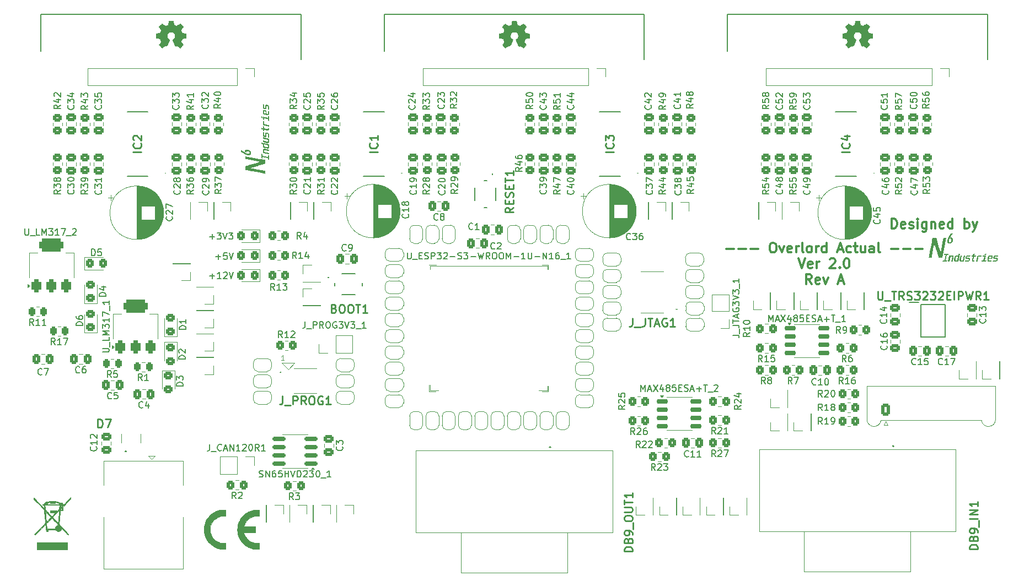
<source format=gto>
G04 #@! TF.GenerationSoftware,KiCad,Pcbnew,8.0.8*
G04 #@! TF.CreationDate,2025-02-08T12:50:56+01:00*
G04 #@! TF.ProjectId,Overlord,4f766572-6c6f-4726-942e-6b696361645f,rev?*
G04 #@! TF.SameCoordinates,Original*
G04 #@! TF.FileFunction,Legend,Top*
G04 #@! TF.FilePolarity,Positive*
%FSLAX46Y46*%
G04 Gerber Fmt 4.6, Leading zero omitted, Abs format (unit mm)*
G04 Created by KiCad (PCBNEW 8.0.8) date 2025-02-08 12:50:56*
%MOMM*%
%LPD*%
G01*
G04 APERTURE LIST*
G04 Aperture macros list*
%AMRoundRect*
0 Rectangle with rounded corners*
0 $1 Rounding radius*
0 $2 $3 $4 $5 $6 $7 $8 $9 X,Y pos of 4 corners*
0 Add a 4 corners polygon primitive as box body*
4,1,4,$2,$3,$4,$5,$6,$7,$8,$9,$2,$3,0*
0 Add four circle primitives for the rounded corners*
1,1,$1+$1,$2,$3*
1,1,$1+$1,$4,$5*
1,1,$1+$1,$6,$7*
1,1,$1+$1,$8,$9*
0 Add four rect primitives between the rounded corners*
20,1,$1+$1,$2,$3,$4,$5,0*
20,1,$1+$1,$4,$5,$6,$7,0*
20,1,$1+$1,$6,$7,$8,$9,0*
20,1,$1+$1,$8,$9,$2,$3,0*%
%AMFreePoly0*
4,1,19,0.500000,-0.750000,0.000000,-0.750000,0.000000,-0.744911,-0.071157,-0.744911,-0.207708,-0.704816,-0.327430,-0.627875,-0.420627,-0.520320,-0.479746,-0.390866,-0.500000,-0.250000,-0.500000,0.250000,-0.479746,0.390866,-0.420627,0.520320,-0.327430,0.627875,-0.207708,0.704816,-0.071157,0.744911,0.000000,0.744911,0.000000,0.750000,0.500000,0.750000,0.500000,-0.750000,0.500000,-0.750000,
$1*%
%AMFreePoly1*
4,1,19,0.000000,0.744911,0.071157,0.744911,0.207708,0.704816,0.327430,0.627875,0.420627,0.520320,0.479746,0.390866,0.500000,0.250000,0.500000,-0.250000,0.479746,-0.390866,0.420627,-0.520320,0.327430,-0.627875,0.207708,-0.704816,0.071157,-0.744911,0.000000,-0.744911,0.000000,-0.750000,-0.500000,-0.750000,-0.500000,0.750000,0.000000,0.750000,0.000000,0.744911,0.000000,0.744911,
$1*%
G04 Aperture macros list end*
%ADD10C,0.120000*%
%ADD11C,0.300000*%
%ADD12C,0.150000*%
%ADD13C,0.100000*%
%ADD14C,0.254000*%
%ADD15C,0.162500*%
%ADD16C,0.200000*%
%ADD17C,0.010000*%
%ADD18C,3.500000*%
%ADD19RoundRect,0.250000X0.450000X-0.350000X0.450000X0.350000X-0.450000X0.350000X-0.450000X-0.350000X0*%
%ADD20FreePoly0,180.000000*%
%ADD21FreePoly1,180.000000*%
%ADD22R,1.700000X1.700000*%
%ADD23RoundRect,0.250000X0.350000X0.450000X-0.350000X0.450000X-0.350000X-0.450000X0.350000X-0.450000X0*%
%ADD24RoundRect,0.250000X0.325000X0.450000X-0.325000X0.450000X-0.325000X-0.450000X0.325000X-0.450000X0*%
%ADD25C,1.500000*%
%ADD26RoundRect,0.250000X0.400000X-0.650000X0.400000X0.650000X-0.400000X0.650000X-0.400000X-0.650000X0*%
%ADD27O,1.300000X1.800000*%
%ADD28RoundRect,0.250000X-0.475000X0.337500X-0.475000X-0.337500X0.475000X-0.337500X0.475000X0.337500X0*%
%ADD29FreePoly0,270.000000*%
%ADD30FreePoly1,270.000000*%
%ADD31FreePoly0,90.000000*%
%ADD32FreePoly1,90.000000*%
%ADD33FreePoly0,0.000000*%
%ADD34FreePoly1,0.000000*%
%ADD35RoundRect,0.250000X0.475000X-0.337500X0.475000X0.337500X-0.475000X0.337500X-0.475000X-0.337500X0*%
%ADD36RoundRect,0.250000X-0.350000X-0.450000X0.350000X-0.450000X0.350000X0.450000X-0.350000X0.450000X0*%
%ADD37O,1.700000X1.700000*%
%ADD38RoundRect,0.250000X-0.450000X0.350000X-0.450000X-0.350000X0.450000X-0.350000X0.450000X0.350000X0*%
%ADD39RoundRect,0.250000X0.337500X0.475000X-0.337500X0.475000X-0.337500X-0.475000X0.337500X-0.475000X0*%
%ADD40RoundRect,0.250000X-0.337500X-0.475000X0.337500X-0.475000X0.337500X0.475000X-0.337500X0.475000X0*%
%ADD41RoundRect,0.250000X0.450000X-0.325000X0.450000X0.325000X-0.450000X0.325000X-0.450000X-0.325000X0*%
%ADD42R,1.750000X0.800000*%
%ADD43R,1.750000X0.700000*%
%ADD44R,2.025000X2.025000*%
%ADD45C,2.025000*%
%ADD46R,1.600000X1.600000*%
%ADD47C,1.600000*%
%ADD48R,2.790000X0.740000*%
%ADD49C,4.000000*%
%ADD50RoundRect,0.250000X-0.450000X0.325000X-0.450000X-0.325000X0.450000X-0.325000X0.450000X0.325000X0*%
%ADD51R,1.050000X0.650000*%
%ADD52RoundRect,0.375000X0.375000X-0.625000X0.375000X0.625000X-0.375000X0.625000X-0.375000X-0.625000X0*%
%ADD53RoundRect,0.500000X1.400000X-0.500000X1.400000X0.500000X-1.400000X0.500000X-1.400000X-0.500000X0*%
%ADD54R,1.500000X0.900000*%
%ADD55R,0.900000X1.500000*%
%ADD56R,0.900000X0.900000*%
%ADD57RoundRect,0.150000X-0.725000X-0.150000X0.725000X-0.150000X0.725000X0.150000X-0.725000X0.150000X0*%
%ADD58R,0.650000X1.050000*%
%ADD59R,1.475000X0.450000*%
%ADD60RoundRect,0.250000X0.262500X0.450000X-0.262500X0.450000X-0.262500X-0.450000X0.262500X-0.450000X0*%
%ADD61C,1.562000*%
%ADD62C,4.877000*%
%ADD63RoundRect,0.250000X-0.325000X-0.450000X0.325000X-0.450000X0.325000X0.450000X-0.325000X0.450000X0*%
%ADD64RoundRect,0.150000X0.825000X0.150000X-0.825000X0.150000X-0.825000X-0.150000X0.825000X-0.150000X0*%
%ADD65R,0.910000X0.910000*%
%ADD66R,0.460000X0.910000*%
G04 APERTURE END LIST*
D10*
X69450000Y-79500000D02*
X67450000Y-79500000D01*
X68450000Y-80500000D02*
X69450000Y-79500000D01*
X67450000Y-79500000D02*
X68450000Y-80500000D01*
D11*
X161099999Y-58828328D02*
X161099999Y-57328328D01*
X161099999Y-57328328D02*
X161457142Y-57328328D01*
X161457142Y-57328328D02*
X161671428Y-57399757D01*
X161671428Y-57399757D02*
X161814285Y-57542614D01*
X161814285Y-57542614D02*
X161885714Y-57685471D01*
X161885714Y-57685471D02*
X161957142Y-57971185D01*
X161957142Y-57971185D02*
X161957142Y-58185471D01*
X161957142Y-58185471D02*
X161885714Y-58471185D01*
X161885714Y-58471185D02*
X161814285Y-58614042D01*
X161814285Y-58614042D02*
X161671428Y-58756900D01*
X161671428Y-58756900D02*
X161457142Y-58828328D01*
X161457142Y-58828328D02*
X161099999Y-58828328D01*
X163171428Y-58756900D02*
X163028571Y-58828328D01*
X163028571Y-58828328D02*
X162742857Y-58828328D01*
X162742857Y-58828328D02*
X162599999Y-58756900D01*
X162599999Y-58756900D02*
X162528571Y-58614042D01*
X162528571Y-58614042D02*
X162528571Y-58042614D01*
X162528571Y-58042614D02*
X162599999Y-57899757D01*
X162599999Y-57899757D02*
X162742857Y-57828328D01*
X162742857Y-57828328D02*
X163028571Y-57828328D01*
X163028571Y-57828328D02*
X163171428Y-57899757D01*
X163171428Y-57899757D02*
X163242857Y-58042614D01*
X163242857Y-58042614D02*
X163242857Y-58185471D01*
X163242857Y-58185471D02*
X162528571Y-58328328D01*
X163814285Y-58756900D02*
X163957142Y-58828328D01*
X163957142Y-58828328D02*
X164242856Y-58828328D01*
X164242856Y-58828328D02*
X164385713Y-58756900D01*
X164385713Y-58756900D02*
X164457142Y-58614042D01*
X164457142Y-58614042D02*
X164457142Y-58542614D01*
X164457142Y-58542614D02*
X164385713Y-58399757D01*
X164385713Y-58399757D02*
X164242856Y-58328328D01*
X164242856Y-58328328D02*
X164028571Y-58328328D01*
X164028571Y-58328328D02*
X163885713Y-58256900D01*
X163885713Y-58256900D02*
X163814285Y-58114042D01*
X163814285Y-58114042D02*
X163814285Y-58042614D01*
X163814285Y-58042614D02*
X163885713Y-57899757D01*
X163885713Y-57899757D02*
X164028571Y-57828328D01*
X164028571Y-57828328D02*
X164242856Y-57828328D01*
X164242856Y-57828328D02*
X164385713Y-57899757D01*
X165099999Y-58828328D02*
X165099999Y-57828328D01*
X165099999Y-57328328D02*
X165028571Y-57399757D01*
X165028571Y-57399757D02*
X165099999Y-57471185D01*
X165099999Y-57471185D02*
X165171428Y-57399757D01*
X165171428Y-57399757D02*
X165099999Y-57328328D01*
X165099999Y-57328328D02*
X165099999Y-57471185D01*
X166457143Y-57828328D02*
X166457143Y-59042614D01*
X166457143Y-59042614D02*
X166385714Y-59185471D01*
X166385714Y-59185471D02*
X166314285Y-59256900D01*
X166314285Y-59256900D02*
X166171428Y-59328328D01*
X166171428Y-59328328D02*
X165957143Y-59328328D01*
X165957143Y-59328328D02*
X165814285Y-59256900D01*
X166457143Y-58756900D02*
X166314285Y-58828328D01*
X166314285Y-58828328D02*
X166028571Y-58828328D01*
X166028571Y-58828328D02*
X165885714Y-58756900D01*
X165885714Y-58756900D02*
X165814285Y-58685471D01*
X165814285Y-58685471D02*
X165742857Y-58542614D01*
X165742857Y-58542614D02*
X165742857Y-58114042D01*
X165742857Y-58114042D02*
X165814285Y-57971185D01*
X165814285Y-57971185D02*
X165885714Y-57899757D01*
X165885714Y-57899757D02*
X166028571Y-57828328D01*
X166028571Y-57828328D02*
X166314285Y-57828328D01*
X166314285Y-57828328D02*
X166457143Y-57899757D01*
X167171428Y-57828328D02*
X167171428Y-58828328D01*
X167171428Y-57971185D02*
X167242857Y-57899757D01*
X167242857Y-57899757D02*
X167385714Y-57828328D01*
X167385714Y-57828328D02*
X167600000Y-57828328D01*
X167600000Y-57828328D02*
X167742857Y-57899757D01*
X167742857Y-57899757D02*
X167814286Y-58042614D01*
X167814286Y-58042614D02*
X167814286Y-58828328D01*
X169100000Y-58756900D02*
X168957143Y-58828328D01*
X168957143Y-58828328D02*
X168671429Y-58828328D01*
X168671429Y-58828328D02*
X168528571Y-58756900D01*
X168528571Y-58756900D02*
X168457143Y-58614042D01*
X168457143Y-58614042D02*
X168457143Y-58042614D01*
X168457143Y-58042614D02*
X168528571Y-57899757D01*
X168528571Y-57899757D02*
X168671429Y-57828328D01*
X168671429Y-57828328D02*
X168957143Y-57828328D01*
X168957143Y-57828328D02*
X169100000Y-57899757D01*
X169100000Y-57899757D02*
X169171429Y-58042614D01*
X169171429Y-58042614D02*
X169171429Y-58185471D01*
X169171429Y-58185471D02*
X168457143Y-58328328D01*
X170457143Y-58828328D02*
X170457143Y-57328328D01*
X170457143Y-58756900D02*
X170314285Y-58828328D01*
X170314285Y-58828328D02*
X170028571Y-58828328D01*
X170028571Y-58828328D02*
X169885714Y-58756900D01*
X169885714Y-58756900D02*
X169814285Y-58685471D01*
X169814285Y-58685471D02*
X169742857Y-58542614D01*
X169742857Y-58542614D02*
X169742857Y-58114042D01*
X169742857Y-58114042D02*
X169814285Y-57971185D01*
X169814285Y-57971185D02*
X169885714Y-57899757D01*
X169885714Y-57899757D02*
X170028571Y-57828328D01*
X170028571Y-57828328D02*
X170314285Y-57828328D01*
X170314285Y-57828328D02*
X170457143Y-57899757D01*
X172314285Y-58828328D02*
X172314285Y-57328328D01*
X172314285Y-57899757D02*
X172457143Y-57828328D01*
X172457143Y-57828328D02*
X172742857Y-57828328D01*
X172742857Y-57828328D02*
X172885714Y-57899757D01*
X172885714Y-57899757D02*
X172957143Y-57971185D01*
X172957143Y-57971185D02*
X173028571Y-58114042D01*
X173028571Y-58114042D02*
X173028571Y-58542614D01*
X173028571Y-58542614D02*
X172957143Y-58685471D01*
X172957143Y-58685471D02*
X172885714Y-58756900D01*
X172885714Y-58756900D02*
X172742857Y-58828328D01*
X172742857Y-58828328D02*
X172457143Y-58828328D01*
X172457143Y-58828328D02*
X172314285Y-58756900D01*
X173528571Y-57828328D02*
X173885714Y-58828328D01*
X174242857Y-57828328D02*
X173885714Y-58828328D01*
X173885714Y-58828328D02*
X173742857Y-59185471D01*
X173742857Y-59185471D02*
X173671428Y-59256900D01*
X173671428Y-59256900D02*
X173528571Y-59328328D01*
D12*
X56384398Y-66138866D02*
X57146303Y-66138866D01*
X56765350Y-66519819D02*
X56765350Y-65757914D01*
X58146302Y-66519819D02*
X57574874Y-66519819D01*
X57860588Y-66519819D02*
X57860588Y-65519819D01*
X57860588Y-65519819D02*
X57765350Y-65662676D01*
X57765350Y-65662676D02*
X57670112Y-65757914D01*
X57670112Y-65757914D02*
X57574874Y-65805533D01*
X58527255Y-65615057D02*
X58574874Y-65567438D01*
X58574874Y-65567438D02*
X58670112Y-65519819D01*
X58670112Y-65519819D02*
X58908207Y-65519819D01*
X58908207Y-65519819D02*
X59003445Y-65567438D01*
X59003445Y-65567438D02*
X59051064Y-65615057D01*
X59051064Y-65615057D02*
X59098683Y-65710295D01*
X59098683Y-65710295D02*
X59098683Y-65805533D01*
X59098683Y-65805533D02*
X59051064Y-65948390D01*
X59051064Y-65948390D02*
X58479636Y-66519819D01*
X58479636Y-66519819D02*
X59098683Y-66519819D01*
X59384398Y-65519819D02*
X59717731Y-66519819D01*
X59717731Y-66519819D02*
X60051064Y-65519819D01*
D11*
X135728571Y-61941984D02*
X136871429Y-61941984D01*
X137585714Y-61941984D02*
X138728572Y-61941984D01*
X139442857Y-61941984D02*
X140585715Y-61941984D01*
X142728572Y-61013412D02*
X143014286Y-61013412D01*
X143014286Y-61013412D02*
X143157143Y-61084841D01*
X143157143Y-61084841D02*
X143300000Y-61227698D01*
X143300000Y-61227698D02*
X143371429Y-61513412D01*
X143371429Y-61513412D02*
X143371429Y-62013412D01*
X143371429Y-62013412D02*
X143300000Y-62299126D01*
X143300000Y-62299126D02*
X143157143Y-62441984D01*
X143157143Y-62441984D02*
X143014286Y-62513412D01*
X143014286Y-62513412D02*
X142728572Y-62513412D01*
X142728572Y-62513412D02*
X142585715Y-62441984D01*
X142585715Y-62441984D02*
X142442857Y-62299126D01*
X142442857Y-62299126D02*
X142371429Y-62013412D01*
X142371429Y-62013412D02*
X142371429Y-61513412D01*
X142371429Y-61513412D02*
X142442857Y-61227698D01*
X142442857Y-61227698D02*
X142585715Y-61084841D01*
X142585715Y-61084841D02*
X142728572Y-61013412D01*
X143871429Y-61513412D02*
X144228572Y-62513412D01*
X144228572Y-62513412D02*
X144585715Y-61513412D01*
X145728572Y-62441984D02*
X145585715Y-62513412D01*
X145585715Y-62513412D02*
X145300001Y-62513412D01*
X145300001Y-62513412D02*
X145157143Y-62441984D01*
X145157143Y-62441984D02*
X145085715Y-62299126D01*
X145085715Y-62299126D02*
X145085715Y-61727698D01*
X145085715Y-61727698D02*
X145157143Y-61584841D01*
X145157143Y-61584841D02*
X145300001Y-61513412D01*
X145300001Y-61513412D02*
X145585715Y-61513412D01*
X145585715Y-61513412D02*
X145728572Y-61584841D01*
X145728572Y-61584841D02*
X145800001Y-61727698D01*
X145800001Y-61727698D02*
X145800001Y-61870555D01*
X145800001Y-61870555D02*
X145085715Y-62013412D01*
X146442857Y-62513412D02*
X146442857Y-61513412D01*
X146442857Y-61799126D02*
X146514286Y-61656269D01*
X146514286Y-61656269D02*
X146585715Y-61584841D01*
X146585715Y-61584841D02*
X146728572Y-61513412D01*
X146728572Y-61513412D02*
X146871429Y-61513412D01*
X147585714Y-62513412D02*
X147442857Y-62441984D01*
X147442857Y-62441984D02*
X147371428Y-62299126D01*
X147371428Y-62299126D02*
X147371428Y-61013412D01*
X148371428Y-62513412D02*
X148228571Y-62441984D01*
X148228571Y-62441984D02*
X148157142Y-62370555D01*
X148157142Y-62370555D02*
X148085714Y-62227698D01*
X148085714Y-62227698D02*
X148085714Y-61799126D01*
X148085714Y-61799126D02*
X148157142Y-61656269D01*
X148157142Y-61656269D02*
X148228571Y-61584841D01*
X148228571Y-61584841D02*
X148371428Y-61513412D01*
X148371428Y-61513412D02*
X148585714Y-61513412D01*
X148585714Y-61513412D02*
X148728571Y-61584841D01*
X148728571Y-61584841D02*
X148800000Y-61656269D01*
X148800000Y-61656269D02*
X148871428Y-61799126D01*
X148871428Y-61799126D02*
X148871428Y-62227698D01*
X148871428Y-62227698D02*
X148800000Y-62370555D01*
X148800000Y-62370555D02*
X148728571Y-62441984D01*
X148728571Y-62441984D02*
X148585714Y-62513412D01*
X148585714Y-62513412D02*
X148371428Y-62513412D01*
X149514285Y-62513412D02*
X149514285Y-61513412D01*
X149514285Y-61799126D02*
X149585714Y-61656269D01*
X149585714Y-61656269D02*
X149657143Y-61584841D01*
X149657143Y-61584841D02*
X149800000Y-61513412D01*
X149800000Y-61513412D02*
X149942857Y-61513412D01*
X151085714Y-62513412D02*
X151085714Y-61013412D01*
X151085714Y-62441984D02*
X150942856Y-62513412D01*
X150942856Y-62513412D02*
X150657142Y-62513412D01*
X150657142Y-62513412D02*
X150514285Y-62441984D01*
X150514285Y-62441984D02*
X150442856Y-62370555D01*
X150442856Y-62370555D02*
X150371428Y-62227698D01*
X150371428Y-62227698D02*
X150371428Y-61799126D01*
X150371428Y-61799126D02*
X150442856Y-61656269D01*
X150442856Y-61656269D02*
X150514285Y-61584841D01*
X150514285Y-61584841D02*
X150657142Y-61513412D01*
X150657142Y-61513412D02*
X150942856Y-61513412D01*
X150942856Y-61513412D02*
X151085714Y-61584841D01*
X152871428Y-62084841D02*
X153585714Y-62084841D01*
X152728571Y-62513412D02*
X153228571Y-61013412D01*
X153228571Y-61013412D02*
X153728571Y-62513412D01*
X154871428Y-62441984D02*
X154728570Y-62513412D01*
X154728570Y-62513412D02*
X154442856Y-62513412D01*
X154442856Y-62513412D02*
X154299999Y-62441984D01*
X154299999Y-62441984D02*
X154228570Y-62370555D01*
X154228570Y-62370555D02*
X154157142Y-62227698D01*
X154157142Y-62227698D02*
X154157142Y-61799126D01*
X154157142Y-61799126D02*
X154228570Y-61656269D01*
X154228570Y-61656269D02*
X154299999Y-61584841D01*
X154299999Y-61584841D02*
X154442856Y-61513412D01*
X154442856Y-61513412D02*
X154728570Y-61513412D01*
X154728570Y-61513412D02*
X154871428Y-61584841D01*
X155299999Y-61513412D02*
X155871427Y-61513412D01*
X155514284Y-61013412D02*
X155514284Y-62299126D01*
X155514284Y-62299126D02*
X155585713Y-62441984D01*
X155585713Y-62441984D02*
X155728570Y-62513412D01*
X155728570Y-62513412D02*
X155871427Y-62513412D01*
X157014285Y-61513412D02*
X157014285Y-62513412D01*
X156371427Y-61513412D02*
X156371427Y-62299126D01*
X156371427Y-62299126D02*
X156442856Y-62441984D01*
X156442856Y-62441984D02*
X156585713Y-62513412D01*
X156585713Y-62513412D02*
X156799999Y-62513412D01*
X156799999Y-62513412D02*
X156942856Y-62441984D01*
X156942856Y-62441984D02*
X157014285Y-62370555D01*
X158371428Y-62513412D02*
X158371428Y-61727698D01*
X158371428Y-61727698D02*
X158299999Y-61584841D01*
X158299999Y-61584841D02*
X158157142Y-61513412D01*
X158157142Y-61513412D02*
X157871428Y-61513412D01*
X157871428Y-61513412D02*
X157728570Y-61584841D01*
X158371428Y-62441984D02*
X158228570Y-62513412D01*
X158228570Y-62513412D02*
X157871428Y-62513412D01*
X157871428Y-62513412D02*
X157728570Y-62441984D01*
X157728570Y-62441984D02*
X157657142Y-62299126D01*
X157657142Y-62299126D02*
X157657142Y-62156269D01*
X157657142Y-62156269D02*
X157728570Y-62013412D01*
X157728570Y-62013412D02*
X157871428Y-61941984D01*
X157871428Y-61941984D02*
X158228570Y-61941984D01*
X158228570Y-61941984D02*
X158371428Y-61870555D01*
X159299999Y-62513412D02*
X159157142Y-62441984D01*
X159157142Y-62441984D02*
X159085713Y-62299126D01*
X159085713Y-62299126D02*
X159085713Y-61013412D01*
X161014284Y-61941984D02*
X162157142Y-61941984D01*
X162871427Y-61941984D02*
X164014285Y-61941984D01*
X164728570Y-61941984D02*
X165871428Y-61941984D01*
X146835715Y-63428328D02*
X147335715Y-64928328D01*
X147335715Y-64928328D02*
X147835715Y-63428328D01*
X148907143Y-64856900D02*
X148764286Y-64928328D01*
X148764286Y-64928328D02*
X148478572Y-64928328D01*
X148478572Y-64928328D02*
X148335714Y-64856900D01*
X148335714Y-64856900D02*
X148264286Y-64714042D01*
X148264286Y-64714042D02*
X148264286Y-64142614D01*
X148264286Y-64142614D02*
X148335714Y-63999757D01*
X148335714Y-63999757D02*
X148478572Y-63928328D01*
X148478572Y-63928328D02*
X148764286Y-63928328D01*
X148764286Y-63928328D02*
X148907143Y-63999757D01*
X148907143Y-63999757D02*
X148978572Y-64142614D01*
X148978572Y-64142614D02*
X148978572Y-64285471D01*
X148978572Y-64285471D02*
X148264286Y-64428328D01*
X149621428Y-64928328D02*
X149621428Y-63928328D01*
X149621428Y-64214042D02*
X149692857Y-64071185D01*
X149692857Y-64071185D02*
X149764286Y-63999757D01*
X149764286Y-63999757D02*
X149907143Y-63928328D01*
X149907143Y-63928328D02*
X150050000Y-63928328D01*
X151621428Y-63571185D02*
X151692856Y-63499757D01*
X151692856Y-63499757D02*
X151835714Y-63428328D01*
X151835714Y-63428328D02*
X152192856Y-63428328D01*
X152192856Y-63428328D02*
X152335714Y-63499757D01*
X152335714Y-63499757D02*
X152407142Y-63571185D01*
X152407142Y-63571185D02*
X152478571Y-63714042D01*
X152478571Y-63714042D02*
X152478571Y-63856900D01*
X152478571Y-63856900D02*
X152407142Y-64071185D01*
X152407142Y-64071185D02*
X151549999Y-64928328D01*
X151549999Y-64928328D02*
X152478571Y-64928328D01*
X153121427Y-64785471D02*
X153192856Y-64856900D01*
X153192856Y-64856900D02*
X153121427Y-64928328D01*
X153121427Y-64928328D02*
X153049999Y-64856900D01*
X153049999Y-64856900D02*
X153121427Y-64785471D01*
X153121427Y-64785471D02*
X153121427Y-64928328D01*
X154121428Y-63428328D02*
X154264285Y-63428328D01*
X154264285Y-63428328D02*
X154407142Y-63499757D01*
X154407142Y-63499757D02*
X154478571Y-63571185D01*
X154478571Y-63571185D02*
X154549999Y-63714042D01*
X154549999Y-63714042D02*
X154621428Y-63999757D01*
X154621428Y-63999757D02*
X154621428Y-64356900D01*
X154621428Y-64356900D02*
X154549999Y-64642614D01*
X154549999Y-64642614D02*
X154478571Y-64785471D01*
X154478571Y-64785471D02*
X154407142Y-64856900D01*
X154407142Y-64856900D02*
X154264285Y-64928328D01*
X154264285Y-64928328D02*
X154121428Y-64928328D01*
X154121428Y-64928328D02*
X153978571Y-64856900D01*
X153978571Y-64856900D02*
X153907142Y-64785471D01*
X153907142Y-64785471D02*
X153835713Y-64642614D01*
X153835713Y-64642614D02*
X153764285Y-64356900D01*
X153764285Y-64356900D02*
X153764285Y-63999757D01*
X153764285Y-63999757D02*
X153835713Y-63714042D01*
X153835713Y-63714042D02*
X153907142Y-63571185D01*
X153907142Y-63571185D02*
X153978571Y-63499757D01*
X153978571Y-63499757D02*
X154121428Y-63428328D01*
X148835714Y-67343244D02*
X148335714Y-66628958D01*
X147978571Y-67343244D02*
X147978571Y-65843244D01*
X147978571Y-65843244D02*
X148550000Y-65843244D01*
X148550000Y-65843244D02*
X148692857Y-65914673D01*
X148692857Y-65914673D02*
X148764286Y-65986101D01*
X148764286Y-65986101D02*
X148835714Y-66128958D01*
X148835714Y-66128958D02*
X148835714Y-66343244D01*
X148835714Y-66343244D02*
X148764286Y-66486101D01*
X148764286Y-66486101D02*
X148692857Y-66557530D01*
X148692857Y-66557530D02*
X148550000Y-66628958D01*
X148550000Y-66628958D02*
X147978571Y-66628958D01*
X150050000Y-67271816D02*
X149907143Y-67343244D01*
X149907143Y-67343244D02*
X149621429Y-67343244D01*
X149621429Y-67343244D02*
X149478571Y-67271816D01*
X149478571Y-67271816D02*
X149407143Y-67128958D01*
X149407143Y-67128958D02*
X149407143Y-66557530D01*
X149407143Y-66557530D02*
X149478571Y-66414673D01*
X149478571Y-66414673D02*
X149621429Y-66343244D01*
X149621429Y-66343244D02*
X149907143Y-66343244D01*
X149907143Y-66343244D02*
X150050000Y-66414673D01*
X150050000Y-66414673D02*
X150121429Y-66557530D01*
X150121429Y-66557530D02*
X150121429Y-66700387D01*
X150121429Y-66700387D02*
X149407143Y-66843244D01*
X150621428Y-66343244D02*
X150978571Y-67343244D01*
X150978571Y-67343244D02*
X151335714Y-66343244D01*
X152978571Y-66914673D02*
X153692857Y-66914673D01*
X152835714Y-67343244D02*
X153335714Y-65843244D01*
X153335714Y-65843244D02*
X153835714Y-67343244D01*
D13*
X67825312Y-79096895D02*
X67368169Y-79096895D01*
X67596741Y-79096895D02*
X67596741Y-78296895D01*
X67596741Y-78296895D02*
X67520550Y-78411180D01*
X67520550Y-78411180D02*
X67444360Y-78487371D01*
X67444360Y-78487371D02*
X67368169Y-78525466D01*
D12*
X57336779Y-63188866D02*
X58098684Y-63188866D01*
X57717731Y-63569819D02*
X57717731Y-62807914D01*
X59051064Y-62569819D02*
X58574874Y-62569819D01*
X58574874Y-62569819D02*
X58527255Y-63046009D01*
X58527255Y-63046009D02*
X58574874Y-62998390D01*
X58574874Y-62998390D02*
X58670112Y-62950771D01*
X58670112Y-62950771D02*
X58908207Y-62950771D01*
X58908207Y-62950771D02*
X59003445Y-62998390D01*
X59003445Y-62998390D02*
X59051064Y-63046009D01*
X59051064Y-63046009D02*
X59098683Y-63141247D01*
X59098683Y-63141247D02*
X59098683Y-63379342D01*
X59098683Y-63379342D02*
X59051064Y-63474580D01*
X59051064Y-63474580D02*
X59003445Y-63522200D01*
X59003445Y-63522200D02*
X58908207Y-63569819D01*
X58908207Y-63569819D02*
X58670112Y-63569819D01*
X58670112Y-63569819D02*
X58574874Y-63522200D01*
X58574874Y-63522200D02*
X58527255Y-63474580D01*
X59384398Y-62569819D02*
X59717731Y-63569819D01*
X59717731Y-63569819D02*
X60051064Y-62569819D01*
X56384398Y-60088866D02*
X57146303Y-60088866D01*
X56765350Y-60469819D02*
X56765350Y-59707914D01*
X57527255Y-59469819D02*
X58146302Y-59469819D01*
X58146302Y-59469819D02*
X57812969Y-59850771D01*
X57812969Y-59850771D02*
X57955826Y-59850771D01*
X57955826Y-59850771D02*
X58051064Y-59898390D01*
X58051064Y-59898390D02*
X58098683Y-59946009D01*
X58098683Y-59946009D02*
X58146302Y-60041247D01*
X58146302Y-60041247D02*
X58146302Y-60279342D01*
X58146302Y-60279342D02*
X58098683Y-60374580D01*
X58098683Y-60374580D02*
X58051064Y-60422200D01*
X58051064Y-60422200D02*
X57955826Y-60469819D01*
X57955826Y-60469819D02*
X57670112Y-60469819D01*
X57670112Y-60469819D02*
X57574874Y-60422200D01*
X57574874Y-60422200D02*
X57527255Y-60374580D01*
X58432017Y-59469819D02*
X58765350Y-60469819D01*
X58765350Y-60469819D02*
X59098683Y-59469819D01*
X59336779Y-59469819D02*
X59955826Y-59469819D01*
X59955826Y-59469819D02*
X59622493Y-59850771D01*
X59622493Y-59850771D02*
X59765350Y-59850771D01*
X59765350Y-59850771D02*
X59860588Y-59898390D01*
X59860588Y-59898390D02*
X59908207Y-59946009D01*
X59908207Y-59946009D02*
X59955826Y-60041247D01*
X59955826Y-60041247D02*
X59955826Y-60279342D01*
X59955826Y-60279342D02*
X59908207Y-60374580D01*
X59908207Y-60374580D02*
X59860588Y-60422200D01*
X59860588Y-60422200D02*
X59765350Y-60469819D01*
X59765350Y-60469819D02*
X59479636Y-60469819D01*
X59479636Y-60469819D02*
X59384398Y-60422200D01*
X59384398Y-60422200D02*
X59336779Y-60374580D01*
X126402169Y-52917857D02*
X125925978Y-53251190D01*
X126402169Y-53489285D02*
X125402169Y-53489285D01*
X125402169Y-53489285D02*
X125402169Y-53108333D01*
X125402169Y-53108333D02*
X125449788Y-53013095D01*
X125449788Y-53013095D02*
X125497407Y-52965476D01*
X125497407Y-52965476D02*
X125592645Y-52917857D01*
X125592645Y-52917857D02*
X125735502Y-52917857D01*
X125735502Y-52917857D02*
X125830740Y-52965476D01*
X125830740Y-52965476D02*
X125878359Y-53013095D01*
X125878359Y-53013095D02*
X125925978Y-53108333D01*
X125925978Y-53108333D02*
X125925978Y-53489285D01*
X125735502Y-52060714D02*
X126402169Y-52060714D01*
X125354550Y-52298809D02*
X126068835Y-52536904D01*
X126068835Y-52536904D02*
X126068835Y-51917857D01*
X125735502Y-51108333D02*
X126402169Y-51108333D01*
X125354550Y-51346428D02*
X126068835Y-51584523D01*
X126068835Y-51584523D02*
X126068835Y-50965476D01*
X94443836Y-52817857D02*
X93967645Y-53151190D01*
X94443836Y-53389285D02*
X93443836Y-53389285D01*
X93443836Y-53389285D02*
X93443836Y-53008333D01*
X93443836Y-53008333D02*
X93491455Y-52913095D01*
X93491455Y-52913095D02*
X93539074Y-52865476D01*
X93539074Y-52865476D02*
X93634312Y-52817857D01*
X93634312Y-52817857D02*
X93777169Y-52817857D01*
X93777169Y-52817857D02*
X93872407Y-52865476D01*
X93872407Y-52865476D02*
X93920026Y-52913095D01*
X93920026Y-52913095D02*
X93967645Y-53008333D01*
X93967645Y-53008333D02*
X93967645Y-53389285D01*
X93539074Y-52436904D02*
X93491455Y-52389285D01*
X93491455Y-52389285D02*
X93443836Y-52294047D01*
X93443836Y-52294047D02*
X93443836Y-52055952D01*
X93443836Y-52055952D02*
X93491455Y-51960714D01*
X93491455Y-51960714D02*
X93539074Y-51913095D01*
X93539074Y-51913095D02*
X93634312Y-51865476D01*
X93634312Y-51865476D02*
X93729550Y-51865476D01*
X93729550Y-51865476D02*
X93872407Y-51913095D01*
X93872407Y-51913095D02*
X94443836Y-52484523D01*
X94443836Y-52484523D02*
X94443836Y-51865476D01*
X94443836Y-51389285D02*
X94443836Y-51198809D01*
X94443836Y-51198809D02*
X94396217Y-51103571D01*
X94396217Y-51103571D02*
X94348597Y-51055952D01*
X94348597Y-51055952D02*
X94205740Y-50960714D01*
X94205740Y-50960714D02*
X94015264Y-50913095D01*
X94015264Y-50913095D02*
X93634312Y-50913095D01*
X93634312Y-50913095D02*
X93539074Y-50960714D01*
X93539074Y-50960714D02*
X93491455Y-51008333D01*
X93491455Y-51008333D02*
X93443836Y-51103571D01*
X93443836Y-51103571D02*
X93443836Y-51294047D01*
X93443836Y-51294047D02*
X93491455Y-51389285D01*
X93491455Y-51389285D02*
X93539074Y-51436904D01*
X93539074Y-51436904D02*
X93634312Y-51484523D01*
X93634312Y-51484523D02*
X93872407Y-51484523D01*
X93872407Y-51484523D02*
X93967645Y-51436904D01*
X93967645Y-51436904D02*
X94015264Y-51389285D01*
X94015264Y-51389285D02*
X94062883Y-51294047D01*
X94062883Y-51294047D02*
X94062883Y-51103571D01*
X94062883Y-51103571D02*
X94015264Y-51008333D01*
X94015264Y-51008333D02*
X93967645Y-50960714D01*
X93967645Y-50960714D02*
X93872407Y-50913095D01*
X150457142Y-88904819D02*
X150123809Y-88428628D01*
X149885714Y-88904819D02*
X149885714Y-87904819D01*
X149885714Y-87904819D02*
X150266666Y-87904819D01*
X150266666Y-87904819D02*
X150361904Y-87952438D01*
X150361904Y-87952438D02*
X150409523Y-88000057D01*
X150409523Y-88000057D02*
X150457142Y-88095295D01*
X150457142Y-88095295D02*
X150457142Y-88238152D01*
X150457142Y-88238152D02*
X150409523Y-88333390D01*
X150409523Y-88333390D02*
X150361904Y-88381009D01*
X150361904Y-88381009D02*
X150266666Y-88428628D01*
X150266666Y-88428628D02*
X149885714Y-88428628D01*
X151409523Y-88904819D02*
X150838095Y-88904819D01*
X151123809Y-88904819D02*
X151123809Y-87904819D01*
X151123809Y-87904819D02*
X151028571Y-88047676D01*
X151028571Y-88047676D02*
X150933333Y-88142914D01*
X150933333Y-88142914D02*
X150838095Y-88190533D01*
X151885714Y-88904819D02*
X152076190Y-88904819D01*
X152076190Y-88904819D02*
X152171428Y-88857200D01*
X152171428Y-88857200D02*
X152219047Y-88809580D01*
X152219047Y-88809580D02*
X152314285Y-88666723D01*
X152314285Y-88666723D02*
X152361904Y-88476247D01*
X152361904Y-88476247D02*
X152361904Y-88095295D01*
X152361904Y-88095295D02*
X152314285Y-88000057D01*
X152314285Y-88000057D02*
X152266666Y-87952438D01*
X152266666Y-87952438D02*
X152171428Y-87904819D01*
X152171428Y-87904819D02*
X151980952Y-87904819D01*
X151980952Y-87904819D02*
X151885714Y-87952438D01*
X151885714Y-87952438D02*
X151838095Y-88000057D01*
X151838095Y-88000057D02*
X151790476Y-88095295D01*
X151790476Y-88095295D02*
X151790476Y-88333390D01*
X151790476Y-88333390D02*
X151838095Y-88428628D01*
X151838095Y-88428628D02*
X151885714Y-88476247D01*
X151885714Y-88476247D02*
X151980952Y-88523866D01*
X151980952Y-88523866D02*
X152171428Y-88523866D01*
X152171428Y-88523866D02*
X152266666Y-88476247D01*
X152266666Y-88476247D02*
X152314285Y-88428628D01*
X152314285Y-88428628D02*
X152361904Y-88333390D01*
X142260502Y-52917858D02*
X141784311Y-53251191D01*
X142260502Y-53489286D02*
X141260502Y-53489286D01*
X141260502Y-53489286D02*
X141260502Y-53108334D01*
X141260502Y-53108334D02*
X141308121Y-53013096D01*
X141308121Y-53013096D02*
X141355740Y-52965477D01*
X141355740Y-52965477D02*
X141450978Y-52917858D01*
X141450978Y-52917858D02*
X141593835Y-52917858D01*
X141593835Y-52917858D02*
X141689073Y-52965477D01*
X141689073Y-52965477D02*
X141736692Y-53013096D01*
X141736692Y-53013096D02*
X141784311Y-53108334D01*
X141784311Y-53108334D02*
X141784311Y-53489286D01*
X141260502Y-52013096D02*
X141260502Y-52489286D01*
X141260502Y-52489286D02*
X141736692Y-52536905D01*
X141736692Y-52536905D02*
X141689073Y-52489286D01*
X141689073Y-52489286D02*
X141641454Y-52394048D01*
X141641454Y-52394048D02*
X141641454Y-52155953D01*
X141641454Y-52155953D02*
X141689073Y-52060715D01*
X141689073Y-52060715D02*
X141736692Y-52013096D01*
X141736692Y-52013096D02*
X141831930Y-51965477D01*
X141831930Y-51965477D02*
X142070025Y-51965477D01*
X142070025Y-51965477D02*
X142165263Y-52013096D01*
X142165263Y-52013096D02*
X142212883Y-52060715D01*
X142212883Y-52060715D02*
X142260502Y-52155953D01*
X142260502Y-52155953D02*
X142260502Y-52394048D01*
X142260502Y-52394048D02*
X142212883Y-52489286D01*
X142212883Y-52489286D02*
X142165263Y-52536905D01*
X141593835Y-51108334D02*
X142260502Y-51108334D01*
X141212883Y-51346429D02*
X141927168Y-51584524D01*
X141927168Y-51584524D02*
X141927168Y-50965477D01*
X38969580Y-92392857D02*
X39017200Y-92440476D01*
X39017200Y-92440476D02*
X39064819Y-92583333D01*
X39064819Y-92583333D02*
X39064819Y-92678571D01*
X39064819Y-92678571D02*
X39017200Y-92821428D01*
X39017200Y-92821428D02*
X38921961Y-92916666D01*
X38921961Y-92916666D02*
X38826723Y-92964285D01*
X38826723Y-92964285D02*
X38636247Y-93011904D01*
X38636247Y-93011904D02*
X38493390Y-93011904D01*
X38493390Y-93011904D02*
X38302914Y-92964285D01*
X38302914Y-92964285D02*
X38207676Y-92916666D01*
X38207676Y-92916666D02*
X38112438Y-92821428D01*
X38112438Y-92821428D02*
X38064819Y-92678571D01*
X38064819Y-92678571D02*
X38064819Y-92583333D01*
X38064819Y-92583333D02*
X38112438Y-92440476D01*
X38112438Y-92440476D02*
X38160057Y-92392857D01*
X39064819Y-91440476D02*
X39064819Y-92011904D01*
X39064819Y-91726190D02*
X38064819Y-91726190D01*
X38064819Y-91726190D02*
X38207676Y-91821428D01*
X38207676Y-91821428D02*
X38302914Y-91916666D01*
X38302914Y-91916666D02*
X38350533Y-92011904D01*
X38160057Y-91059523D02*
X38112438Y-91011904D01*
X38112438Y-91011904D02*
X38064819Y-90916666D01*
X38064819Y-90916666D02*
X38064819Y-90678571D01*
X38064819Y-90678571D02*
X38112438Y-90583333D01*
X38112438Y-90583333D02*
X38160057Y-90535714D01*
X38160057Y-90535714D02*
X38255295Y-90488095D01*
X38255295Y-90488095D02*
X38350533Y-90488095D01*
X38350533Y-90488095D02*
X38493390Y-90535714D01*
X38493390Y-90535714D02*
X39064819Y-91107142D01*
X39064819Y-91107142D02*
X39064819Y-90488095D01*
X39690264Y-52947857D02*
X39737884Y-52995476D01*
X39737884Y-52995476D02*
X39785503Y-53138333D01*
X39785503Y-53138333D02*
X39785503Y-53233571D01*
X39785503Y-53233571D02*
X39737884Y-53376428D01*
X39737884Y-53376428D02*
X39642645Y-53471666D01*
X39642645Y-53471666D02*
X39547407Y-53519285D01*
X39547407Y-53519285D02*
X39356931Y-53566904D01*
X39356931Y-53566904D02*
X39214074Y-53566904D01*
X39214074Y-53566904D02*
X39023598Y-53519285D01*
X39023598Y-53519285D02*
X38928360Y-53471666D01*
X38928360Y-53471666D02*
X38833122Y-53376428D01*
X38833122Y-53376428D02*
X38785503Y-53233571D01*
X38785503Y-53233571D02*
X38785503Y-53138333D01*
X38785503Y-53138333D02*
X38833122Y-52995476D01*
X38833122Y-52995476D02*
X38880741Y-52947857D01*
X38785503Y-52614523D02*
X38785503Y-51995476D01*
X38785503Y-51995476D02*
X39166455Y-52328809D01*
X39166455Y-52328809D02*
X39166455Y-52185952D01*
X39166455Y-52185952D02*
X39214074Y-52090714D01*
X39214074Y-52090714D02*
X39261693Y-52043095D01*
X39261693Y-52043095D02*
X39356931Y-51995476D01*
X39356931Y-51995476D02*
X39595026Y-51995476D01*
X39595026Y-51995476D02*
X39690264Y-52043095D01*
X39690264Y-52043095D02*
X39737884Y-52090714D01*
X39737884Y-52090714D02*
X39785503Y-52185952D01*
X39785503Y-52185952D02*
X39785503Y-52471666D01*
X39785503Y-52471666D02*
X39737884Y-52566904D01*
X39737884Y-52566904D02*
X39690264Y-52614523D01*
X39785503Y-51043095D02*
X39785503Y-51614523D01*
X39785503Y-51328809D02*
X38785503Y-51328809D01*
X38785503Y-51328809D02*
X38928360Y-51424047D01*
X38928360Y-51424047D02*
X39023598Y-51519285D01*
X39023598Y-51519285D02*
X39071217Y-51614523D01*
X75948597Y-52947857D02*
X75996217Y-52995476D01*
X75996217Y-52995476D02*
X76043836Y-53138333D01*
X76043836Y-53138333D02*
X76043836Y-53233571D01*
X76043836Y-53233571D02*
X75996217Y-53376428D01*
X75996217Y-53376428D02*
X75900978Y-53471666D01*
X75900978Y-53471666D02*
X75805740Y-53519285D01*
X75805740Y-53519285D02*
X75615264Y-53566904D01*
X75615264Y-53566904D02*
X75472407Y-53566904D01*
X75472407Y-53566904D02*
X75281931Y-53519285D01*
X75281931Y-53519285D02*
X75186693Y-53471666D01*
X75186693Y-53471666D02*
X75091455Y-53376428D01*
X75091455Y-53376428D02*
X75043836Y-53233571D01*
X75043836Y-53233571D02*
X75043836Y-53138333D01*
X75043836Y-53138333D02*
X75091455Y-52995476D01*
X75091455Y-52995476D02*
X75139074Y-52947857D01*
X75139074Y-52566904D02*
X75091455Y-52519285D01*
X75091455Y-52519285D02*
X75043836Y-52424047D01*
X75043836Y-52424047D02*
X75043836Y-52185952D01*
X75043836Y-52185952D02*
X75091455Y-52090714D01*
X75091455Y-52090714D02*
X75139074Y-52043095D01*
X75139074Y-52043095D02*
X75234312Y-51995476D01*
X75234312Y-51995476D02*
X75329550Y-51995476D01*
X75329550Y-51995476D02*
X75472407Y-52043095D01*
X75472407Y-52043095D02*
X76043836Y-52614523D01*
X76043836Y-52614523D02*
X76043836Y-51995476D01*
X75139074Y-51614523D02*
X75091455Y-51566904D01*
X75091455Y-51566904D02*
X75043836Y-51471666D01*
X75043836Y-51471666D02*
X75043836Y-51233571D01*
X75043836Y-51233571D02*
X75091455Y-51138333D01*
X75091455Y-51138333D02*
X75139074Y-51090714D01*
X75139074Y-51090714D02*
X75234312Y-51043095D01*
X75234312Y-51043095D02*
X75329550Y-51043095D01*
X75329550Y-51043095D02*
X75472407Y-51090714D01*
X75472407Y-51090714D02*
X76043836Y-51662142D01*
X76043836Y-51662142D02*
X76043836Y-51043095D01*
X69233333Y-100504819D02*
X68900000Y-100028628D01*
X68661905Y-100504819D02*
X68661905Y-99504819D01*
X68661905Y-99504819D02*
X69042857Y-99504819D01*
X69042857Y-99504819D02*
X69138095Y-99552438D01*
X69138095Y-99552438D02*
X69185714Y-99600057D01*
X69185714Y-99600057D02*
X69233333Y-99695295D01*
X69233333Y-99695295D02*
X69233333Y-99838152D01*
X69233333Y-99838152D02*
X69185714Y-99933390D01*
X69185714Y-99933390D02*
X69138095Y-99981009D01*
X69138095Y-99981009D02*
X69042857Y-100028628D01*
X69042857Y-100028628D02*
X68661905Y-100028628D01*
X69566667Y-99504819D02*
X70185714Y-99504819D01*
X70185714Y-99504819D02*
X69852381Y-99885771D01*
X69852381Y-99885771D02*
X69995238Y-99885771D01*
X69995238Y-99885771D02*
X70090476Y-99933390D01*
X70090476Y-99933390D02*
X70138095Y-99981009D01*
X70138095Y-99981009D02*
X70185714Y-100076247D01*
X70185714Y-100076247D02*
X70185714Y-100314342D01*
X70185714Y-100314342D02*
X70138095Y-100409580D01*
X70138095Y-100409580D02*
X70090476Y-100457200D01*
X70090476Y-100457200D02*
X69995238Y-100504819D01*
X69995238Y-100504819D02*
X69709524Y-100504819D01*
X69709524Y-100504819D02*
X69614286Y-100457200D01*
X69614286Y-100457200D02*
X69566667Y-100409580D01*
X67557142Y-75604819D02*
X67223809Y-75128628D01*
X66985714Y-75604819D02*
X66985714Y-74604819D01*
X66985714Y-74604819D02*
X67366666Y-74604819D01*
X67366666Y-74604819D02*
X67461904Y-74652438D01*
X67461904Y-74652438D02*
X67509523Y-74700057D01*
X67509523Y-74700057D02*
X67557142Y-74795295D01*
X67557142Y-74795295D02*
X67557142Y-74938152D01*
X67557142Y-74938152D02*
X67509523Y-75033390D01*
X67509523Y-75033390D02*
X67461904Y-75081009D01*
X67461904Y-75081009D02*
X67366666Y-75128628D01*
X67366666Y-75128628D02*
X66985714Y-75128628D01*
X68509523Y-75604819D02*
X67938095Y-75604819D01*
X68223809Y-75604819D02*
X68223809Y-74604819D01*
X68223809Y-74604819D02*
X68128571Y-74747676D01*
X68128571Y-74747676D02*
X68033333Y-74842914D01*
X68033333Y-74842914D02*
X67938095Y-74890533D01*
X68890476Y-74700057D02*
X68938095Y-74652438D01*
X68938095Y-74652438D02*
X69033333Y-74604819D01*
X69033333Y-74604819D02*
X69271428Y-74604819D01*
X69271428Y-74604819D02*
X69366666Y-74652438D01*
X69366666Y-74652438D02*
X69414285Y-74700057D01*
X69414285Y-74700057D02*
X69461904Y-74795295D01*
X69461904Y-74795295D02*
X69461904Y-74890533D01*
X69461904Y-74890533D02*
X69414285Y-75033390D01*
X69414285Y-75033390D02*
X68842857Y-75604819D01*
X68842857Y-75604819D02*
X69461904Y-75604819D01*
X136682319Y-75216667D02*
X137396604Y-75216667D01*
X137396604Y-75216667D02*
X137539461Y-75264286D01*
X137539461Y-75264286D02*
X137634700Y-75359524D01*
X137634700Y-75359524D02*
X137682319Y-75502381D01*
X137682319Y-75502381D02*
X137682319Y-75597619D01*
X137777557Y-74978572D02*
X137777557Y-74216667D01*
X136682319Y-73692857D02*
X137396604Y-73692857D01*
X137396604Y-73692857D02*
X137539461Y-73740476D01*
X137539461Y-73740476D02*
X137634700Y-73835714D01*
X137634700Y-73835714D02*
X137682319Y-73978571D01*
X137682319Y-73978571D02*
X137682319Y-74073809D01*
X136682319Y-73359523D02*
X136682319Y-72788095D01*
X137682319Y-73073809D02*
X136682319Y-73073809D01*
X137396604Y-72502380D02*
X137396604Y-72026190D01*
X137682319Y-72597618D02*
X136682319Y-72264285D01*
X136682319Y-72264285D02*
X137682319Y-71930952D01*
X136729938Y-71073809D02*
X136682319Y-71169047D01*
X136682319Y-71169047D02*
X136682319Y-71311904D01*
X136682319Y-71311904D02*
X136729938Y-71454761D01*
X136729938Y-71454761D02*
X136825176Y-71549999D01*
X136825176Y-71549999D02*
X136920414Y-71597618D01*
X136920414Y-71597618D02*
X137110890Y-71645237D01*
X137110890Y-71645237D02*
X137253747Y-71645237D01*
X137253747Y-71645237D02*
X137444223Y-71597618D01*
X137444223Y-71597618D02*
X137539461Y-71549999D01*
X137539461Y-71549999D02*
X137634700Y-71454761D01*
X137634700Y-71454761D02*
X137682319Y-71311904D01*
X137682319Y-71311904D02*
X137682319Y-71216666D01*
X137682319Y-71216666D02*
X137634700Y-71073809D01*
X137634700Y-71073809D02*
X137587080Y-71026190D01*
X137587080Y-71026190D02*
X137253747Y-71026190D01*
X137253747Y-71026190D02*
X137253747Y-71216666D01*
X136682319Y-70692856D02*
X136682319Y-70073809D01*
X136682319Y-70073809D02*
X137063271Y-70407142D01*
X137063271Y-70407142D02*
X137063271Y-70264285D01*
X137063271Y-70264285D02*
X137110890Y-70169047D01*
X137110890Y-70169047D02*
X137158509Y-70121428D01*
X137158509Y-70121428D02*
X137253747Y-70073809D01*
X137253747Y-70073809D02*
X137491842Y-70073809D01*
X137491842Y-70073809D02*
X137587080Y-70121428D01*
X137587080Y-70121428D02*
X137634700Y-70169047D01*
X137634700Y-70169047D02*
X137682319Y-70264285D01*
X137682319Y-70264285D02*
X137682319Y-70549999D01*
X137682319Y-70549999D02*
X137634700Y-70645237D01*
X137634700Y-70645237D02*
X137587080Y-70692856D01*
X136682319Y-69788094D02*
X137682319Y-69454761D01*
X137682319Y-69454761D02*
X136682319Y-69121428D01*
X136682319Y-68883332D02*
X136682319Y-68264285D01*
X136682319Y-68264285D02*
X137063271Y-68597618D01*
X137063271Y-68597618D02*
X137063271Y-68454761D01*
X137063271Y-68454761D02*
X137110890Y-68359523D01*
X137110890Y-68359523D02*
X137158509Y-68311904D01*
X137158509Y-68311904D02*
X137253747Y-68264285D01*
X137253747Y-68264285D02*
X137491842Y-68264285D01*
X137491842Y-68264285D02*
X137587080Y-68311904D01*
X137587080Y-68311904D02*
X137634700Y-68359523D01*
X137634700Y-68359523D02*
X137682319Y-68454761D01*
X137682319Y-68454761D02*
X137682319Y-68740475D01*
X137682319Y-68740475D02*
X137634700Y-68835713D01*
X137634700Y-68835713D02*
X137587080Y-68883332D01*
X137777557Y-68073809D02*
X137777557Y-67311904D01*
X137682319Y-66549999D02*
X137682319Y-67121427D01*
X137682319Y-66835713D02*
X136682319Y-66835713D01*
X136682319Y-66835713D02*
X136825176Y-66930951D01*
X136825176Y-66930951D02*
X136920414Y-67026189D01*
X136920414Y-67026189D02*
X136968033Y-67121427D01*
X110202169Y-52917858D02*
X109725978Y-53251191D01*
X110202169Y-53489286D02*
X109202169Y-53489286D01*
X109202169Y-53489286D02*
X109202169Y-53108334D01*
X109202169Y-53108334D02*
X109249788Y-53013096D01*
X109249788Y-53013096D02*
X109297407Y-52965477D01*
X109297407Y-52965477D02*
X109392645Y-52917858D01*
X109392645Y-52917858D02*
X109535502Y-52917858D01*
X109535502Y-52917858D02*
X109630740Y-52965477D01*
X109630740Y-52965477D02*
X109678359Y-53013096D01*
X109678359Y-53013096D02*
X109725978Y-53108334D01*
X109725978Y-53108334D02*
X109725978Y-53489286D01*
X109535502Y-52060715D02*
X110202169Y-52060715D01*
X109154550Y-52298810D02*
X109868835Y-52536905D01*
X109868835Y-52536905D02*
X109868835Y-51917858D01*
X109202169Y-51632143D02*
X109202169Y-50965477D01*
X109202169Y-50965477D02*
X110202169Y-51394048D01*
X73943836Y-39917857D02*
X73467645Y-40251190D01*
X73943836Y-40489285D02*
X72943836Y-40489285D01*
X72943836Y-40489285D02*
X72943836Y-40108333D01*
X72943836Y-40108333D02*
X72991455Y-40013095D01*
X72991455Y-40013095D02*
X73039074Y-39965476D01*
X73039074Y-39965476D02*
X73134312Y-39917857D01*
X73134312Y-39917857D02*
X73277169Y-39917857D01*
X73277169Y-39917857D02*
X73372407Y-39965476D01*
X73372407Y-39965476D02*
X73420026Y-40013095D01*
X73420026Y-40013095D02*
X73467645Y-40108333D01*
X73467645Y-40108333D02*
X73467645Y-40489285D01*
X72943836Y-39584523D02*
X72943836Y-38965476D01*
X72943836Y-38965476D02*
X73324788Y-39298809D01*
X73324788Y-39298809D02*
X73324788Y-39155952D01*
X73324788Y-39155952D02*
X73372407Y-39060714D01*
X73372407Y-39060714D02*
X73420026Y-39013095D01*
X73420026Y-39013095D02*
X73515264Y-38965476D01*
X73515264Y-38965476D02*
X73753359Y-38965476D01*
X73753359Y-38965476D02*
X73848597Y-39013095D01*
X73848597Y-39013095D02*
X73896217Y-39060714D01*
X73896217Y-39060714D02*
X73943836Y-39155952D01*
X73943836Y-39155952D02*
X73943836Y-39441666D01*
X73943836Y-39441666D02*
X73896217Y-39536904D01*
X73896217Y-39536904D02*
X73848597Y-39584523D01*
X72943836Y-38060714D02*
X72943836Y-38536904D01*
X72943836Y-38536904D02*
X73420026Y-38584523D01*
X73420026Y-38584523D02*
X73372407Y-38536904D01*
X73372407Y-38536904D02*
X73324788Y-38441666D01*
X73324788Y-38441666D02*
X73324788Y-38203571D01*
X73324788Y-38203571D02*
X73372407Y-38108333D01*
X73372407Y-38108333D02*
X73420026Y-38060714D01*
X73420026Y-38060714D02*
X73515264Y-38013095D01*
X73515264Y-38013095D02*
X73753359Y-38013095D01*
X73753359Y-38013095D02*
X73848597Y-38060714D01*
X73848597Y-38060714D02*
X73896217Y-38108333D01*
X73896217Y-38108333D02*
X73943836Y-38203571D01*
X73943836Y-38203571D02*
X73943836Y-38441666D01*
X73943836Y-38441666D02*
X73896217Y-38536904D01*
X73896217Y-38536904D02*
X73848597Y-38584523D01*
X41333333Y-84939579D02*
X41285714Y-84987199D01*
X41285714Y-84987199D02*
X41142857Y-85034818D01*
X41142857Y-85034818D02*
X41047619Y-85034818D01*
X41047619Y-85034818D02*
X40904762Y-84987199D01*
X40904762Y-84987199D02*
X40809524Y-84891960D01*
X40809524Y-84891960D02*
X40761905Y-84796722D01*
X40761905Y-84796722D02*
X40714286Y-84606246D01*
X40714286Y-84606246D02*
X40714286Y-84463389D01*
X40714286Y-84463389D02*
X40761905Y-84272913D01*
X40761905Y-84272913D02*
X40809524Y-84177675D01*
X40809524Y-84177675D02*
X40904762Y-84082437D01*
X40904762Y-84082437D02*
X41047619Y-84034818D01*
X41047619Y-84034818D02*
X41142857Y-84034818D01*
X41142857Y-84034818D02*
X41285714Y-84082437D01*
X41285714Y-84082437D02*
X41333333Y-84130056D01*
X42238095Y-84034818D02*
X41761905Y-84034818D01*
X41761905Y-84034818D02*
X41714286Y-84511008D01*
X41714286Y-84511008D02*
X41761905Y-84463389D01*
X41761905Y-84463389D02*
X41857143Y-84415770D01*
X41857143Y-84415770D02*
X42095238Y-84415770D01*
X42095238Y-84415770D02*
X42190476Y-84463389D01*
X42190476Y-84463389D02*
X42238095Y-84511008D01*
X42238095Y-84511008D02*
X42285714Y-84606246D01*
X42285714Y-84606246D02*
X42285714Y-84844341D01*
X42285714Y-84844341D02*
X42238095Y-84939579D01*
X42238095Y-84939579D02*
X42190476Y-84987199D01*
X42190476Y-84987199D02*
X42095238Y-85034818D01*
X42095238Y-85034818D02*
X41857143Y-85034818D01*
X41857143Y-85034818D02*
X41761905Y-84987199D01*
X41761905Y-84987199D02*
X41714286Y-84939579D01*
X33485503Y-52917858D02*
X33009312Y-53251191D01*
X33485503Y-53489286D02*
X32485503Y-53489286D01*
X32485503Y-53489286D02*
X32485503Y-53108334D01*
X32485503Y-53108334D02*
X32533122Y-53013096D01*
X32533122Y-53013096D02*
X32580741Y-52965477D01*
X32580741Y-52965477D02*
X32675979Y-52917858D01*
X32675979Y-52917858D02*
X32818836Y-52917858D01*
X32818836Y-52917858D02*
X32914074Y-52965477D01*
X32914074Y-52965477D02*
X32961693Y-53013096D01*
X32961693Y-53013096D02*
X33009312Y-53108334D01*
X33009312Y-53108334D02*
X33009312Y-53489286D01*
X32485503Y-52584524D02*
X32485503Y-51965477D01*
X32485503Y-51965477D02*
X32866455Y-52298810D01*
X32866455Y-52298810D02*
X32866455Y-52155953D01*
X32866455Y-52155953D02*
X32914074Y-52060715D01*
X32914074Y-52060715D02*
X32961693Y-52013096D01*
X32961693Y-52013096D02*
X33056931Y-51965477D01*
X33056931Y-51965477D02*
X33295026Y-51965477D01*
X33295026Y-51965477D02*
X33390264Y-52013096D01*
X33390264Y-52013096D02*
X33437884Y-52060715D01*
X33437884Y-52060715D02*
X33485503Y-52155953D01*
X33485503Y-52155953D02*
X33485503Y-52441667D01*
X33485503Y-52441667D02*
X33437884Y-52536905D01*
X33437884Y-52536905D02*
X33390264Y-52584524D01*
X32914074Y-51394048D02*
X32866455Y-51489286D01*
X32866455Y-51489286D02*
X32818836Y-51536905D01*
X32818836Y-51536905D02*
X32723598Y-51584524D01*
X32723598Y-51584524D02*
X32675979Y-51584524D01*
X32675979Y-51584524D02*
X32580741Y-51536905D01*
X32580741Y-51536905D02*
X32533122Y-51489286D01*
X32533122Y-51489286D02*
X32485503Y-51394048D01*
X32485503Y-51394048D02*
X32485503Y-51203572D01*
X32485503Y-51203572D02*
X32533122Y-51108334D01*
X32533122Y-51108334D02*
X32580741Y-51060715D01*
X32580741Y-51060715D02*
X32675979Y-51013096D01*
X32675979Y-51013096D02*
X32723598Y-51013096D01*
X32723598Y-51013096D02*
X32818836Y-51060715D01*
X32818836Y-51060715D02*
X32866455Y-51108334D01*
X32866455Y-51108334D02*
X32914074Y-51203572D01*
X32914074Y-51203572D02*
X32914074Y-51394048D01*
X32914074Y-51394048D02*
X32961693Y-51489286D01*
X32961693Y-51489286D02*
X33009312Y-51536905D01*
X33009312Y-51536905D02*
X33104550Y-51584524D01*
X33104550Y-51584524D02*
X33295026Y-51584524D01*
X33295026Y-51584524D02*
X33390264Y-51536905D01*
X33390264Y-51536905D02*
X33437884Y-51489286D01*
X33437884Y-51489286D02*
X33485503Y-51394048D01*
X33485503Y-51394048D02*
X33485503Y-51203572D01*
X33485503Y-51203572D02*
X33437884Y-51108334D01*
X33437884Y-51108334D02*
X33390264Y-51060715D01*
X33390264Y-51060715D02*
X33295026Y-51013096D01*
X33295026Y-51013096D02*
X33104550Y-51013096D01*
X33104550Y-51013096D02*
X33009312Y-51060715D01*
X33009312Y-51060715D02*
X32961693Y-51108334D01*
X32961693Y-51108334D02*
X32914074Y-51203572D01*
X58085503Y-39717857D02*
X57609312Y-40051190D01*
X58085503Y-40289285D02*
X57085503Y-40289285D01*
X57085503Y-40289285D02*
X57085503Y-39908333D01*
X57085503Y-39908333D02*
X57133122Y-39813095D01*
X57133122Y-39813095D02*
X57180741Y-39765476D01*
X57180741Y-39765476D02*
X57275979Y-39717857D01*
X57275979Y-39717857D02*
X57418836Y-39717857D01*
X57418836Y-39717857D02*
X57514074Y-39765476D01*
X57514074Y-39765476D02*
X57561693Y-39813095D01*
X57561693Y-39813095D02*
X57609312Y-39908333D01*
X57609312Y-39908333D02*
X57609312Y-40289285D01*
X57418836Y-38860714D02*
X58085503Y-38860714D01*
X57037884Y-39098809D02*
X57752169Y-39336904D01*
X57752169Y-39336904D02*
X57752169Y-38717857D01*
X57085503Y-38146428D02*
X57085503Y-38051190D01*
X57085503Y-38051190D02*
X57133122Y-37955952D01*
X57133122Y-37955952D02*
X57180741Y-37908333D01*
X57180741Y-37908333D02*
X57275979Y-37860714D01*
X57275979Y-37860714D02*
X57466455Y-37813095D01*
X57466455Y-37813095D02*
X57704550Y-37813095D01*
X57704550Y-37813095D02*
X57895026Y-37860714D01*
X57895026Y-37860714D02*
X57990264Y-37908333D01*
X57990264Y-37908333D02*
X58037884Y-37955952D01*
X58037884Y-37955952D02*
X58085503Y-38051190D01*
X58085503Y-38051190D02*
X58085503Y-38146428D01*
X58085503Y-38146428D02*
X58037884Y-38241666D01*
X58037884Y-38241666D02*
X57990264Y-38289285D01*
X57990264Y-38289285D02*
X57895026Y-38336904D01*
X57895026Y-38336904D02*
X57704550Y-38384523D01*
X57704550Y-38384523D02*
X57466455Y-38384523D01*
X57466455Y-38384523D02*
X57275979Y-38336904D01*
X57275979Y-38336904D02*
X57180741Y-38289285D01*
X57180741Y-38289285D02*
X57133122Y-38241666D01*
X57133122Y-38241666D02*
X57085503Y-38146428D01*
X30633333Y-81259581D02*
X30585714Y-81307201D01*
X30585714Y-81307201D02*
X30442857Y-81354820D01*
X30442857Y-81354820D02*
X30347619Y-81354820D01*
X30347619Y-81354820D02*
X30204762Y-81307201D01*
X30204762Y-81307201D02*
X30109524Y-81211962D01*
X30109524Y-81211962D02*
X30061905Y-81116724D01*
X30061905Y-81116724D02*
X30014286Y-80926248D01*
X30014286Y-80926248D02*
X30014286Y-80783391D01*
X30014286Y-80783391D02*
X30061905Y-80592915D01*
X30061905Y-80592915D02*
X30109524Y-80497677D01*
X30109524Y-80497677D02*
X30204762Y-80402439D01*
X30204762Y-80402439D02*
X30347619Y-80354820D01*
X30347619Y-80354820D02*
X30442857Y-80354820D01*
X30442857Y-80354820D02*
X30585714Y-80402439D01*
X30585714Y-80402439D02*
X30633333Y-80450058D01*
X30966667Y-80354820D02*
X31633333Y-80354820D01*
X31633333Y-80354820D02*
X31204762Y-81354820D01*
X60433334Y-100354819D02*
X60100001Y-99878628D01*
X59861906Y-100354819D02*
X59861906Y-99354819D01*
X59861906Y-99354819D02*
X60242858Y-99354819D01*
X60242858Y-99354819D02*
X60338096Y-99402438D01*
X60338096Y-99402438D02*
X60385715Y-99450057D01*
X60385715Y-99450057D02*
X60433334Y-99545295D01*
X60433334Y-99545295D02*
X60433334Y-99688152D01*
X60433334Y-99688152D02*
X60385715Y-99783390D01*
X60385715Y-99783390D02*
X60338096Y-99831009D01*
X60338096Y-99831009D02*
X60242858Y-99878628D01*
X60242858Y-99878628D02*
X59861906Y-99878628D01*
X60814287Y-99450057D02*
X60861906Y-99402438D01*
X60861906Y-99402438D02*
X60957144Y-99354819D01*
X60957144Y-99354819D02*
X61195239Y-99354819D01*
X61195239Y-99354819D02*
X61290477Y-99402438D01*
X61290477Y-99402438D02*
X61338096Y-99450057D01*
X61338096Y-99450057D02*
X61385715Y-99545295D01*
X61385715Y-99545295D02*
X61385715Y-99640533D01*
X61385715Y-99640533D02*
X61338096Y-99783390D01*
X61338096Y-99783390D02*
X60766668Y-100354819D01*
X60766668Y-100354819D02*
X61385715Y-100354819D01*
X35490264Y-39887858D02*
X35537884Y-39935477D01*
X35537884Y-39935477D02*
X35585503Y-40078334D01*
X35585503Y-40078334D02*
X35585503Y-40173572D01*
X35585503Y-40173572D02*
X35537884Y-40316429D01*
X35537884Y-40316429D02*
X35442645Y-40411667D01*
X35442645Y-40411667D02*
X35347407Y-40459286D01*
X35347407Y-40459286D02*
X35156931Y-40506905D01*
X35156931Y-40506905D02*
X35014074Y-40506905D01*
X35014074Y-40506905D02*
X34823598Y-40459286D01*
X34823598Y-40459286D02*
X34728360Y-40411667D01*
X34728360Y-40411667D02*
X34633122Y-40316429D01*
X34633122Y-40316429D02*
X34585503Y-40173572D01*
X34585503Y-40173572D02*
X34585503Y-40078334D01*
X34585503Y-40078334D02*
X34633122Y-39935477D01*
X34633122Y-39935477D02*
X34680741Y-39887858D01*
X34585503Y-39554524D02*
X34585503Y-38935477D01*
X34585503Y-38935477D02*
X34966455Y-39268810D01*
X34966455Y-39268810D02*
X34966455Y-39125953D01*
X34966455Y-39125953D02*
X35014074Y-39030715D01*
X35014074Y-39030715D02*
X35061693Y-38983096D01*
X35061693Y-38983096D02*
X35156931Y-38935477D01*
X35156931Y-38935477D02*
X35395026Y-38935477D01*
X35395026Y-38935477D02*
X35490264Y-38983096D01*
X35490264Y-38983096D02*
X35537884Y-39030715D01*
X35537884Y-39030715D02*
X35585503Y-39125953D01*
X35585503Y-39125953D02*
X35585503Y-39411667D01*
X35585503Y-39411667D02*
X35537884Y-39506905D01*
X35537884Y-39506905D02*
X35490264Y-39554524D01*
X34918836Y-38078334D02*
X35585503Y-38078334D01*
X34537884Y-38316429D02*
X35252169Y-38554524D01*
X35252169Y-38554524D02*
X35252169Y-37935477D01*
X164865261Y-39787858D02*
X164912881Y-39835477D01*
X164912881Y-39835477D02*
X164960500Y-39978334D01*
X164960500Y-39978334D02*
X164960500Y-40073572D01*
X164960500Y-40073572D02*
X164912881Y-40216429D01*
X164912881Y-40216429D02*
X164817642Y-40311667D01*
X164817642Y-40311667D02*
X164722404Y-40359286D01*
X164722404Y-40359286D02*
X164531928Y-40406905D01*
X164531928Y-40406905D02*
X164389071Y-40406905D01*
X164389071Y-40406905D02*
X164198595Y-40359286D01*
X164198595Y-40359286D02*
X164103357Y-40311667D01*
X164103357Y-40311667D02*
X164008119Y-40216429D01*
X164008119Y-40216429D02*
X163960500Y-40073572D01*
X163960500Y-40073572D02*
X163960500Y-39978334D01*
X163960500Y-39978334D02*
X164008119Y-39835477D01*
X164008119Y-39835477D02*
X164055738Y-39787858D01*
X163960500Y-38883096D02*
X163960500Y-39359286D01*
X163960500Y-39359286D02*
X164436690Y-39406905D01*
X164436690Y-39406905D02*
X164389071Y-39359286D01*
X164389071Y-39359286D02*
X164341452Y-39264048D01*
X164341452Y-39264048D02*
X164341452Y-39025953D01*
X164341452Y-39025953D02*
X164389071Y-38930715D01*
X164389071Y-38930715D02*
X164436690Y-38883096D01*
X164436690Y-38883096D02*
X164531928Y-38835477D01*
X164531928Y-38835477D02*
X164770023Y-38835477D01*
X164770023Y-38835477D02*
X164865261Y-38883096D01*
X164865261Y-38883096D02*
X164912881Y-38930715D01*
X164912881Y-38930715D02*
X164960500Y-39025953D01*
X164960500Y-39025953D02*
X164960500Y-39264048D01*
X164960500Y-39264048D02*
X164912881Y-39359286D01*
X164912881Y-39359286D02*
X164865261Y-39406905D01*
X163960500Y-38216429D02*
X163960500Y-38121191D01*
X163960500Y-38121191D02*
X164008119Y-38025953D01*
X164008119Y-38025953D02*
X164055738Y-37978334D01*
X164055738Y-37978334D02*
X164150976Y-37930715D01*
X164150976Y-37930715D02*
X164341452Y-37883096D01*
X164341452Y-37883096D02*
X164579547Y-37883096D01*
X164579547Y-37883096D02*
X164770023Y-37930715D01*
X164770023Y-37930715D02*
X164865261Y-37978334D01*
X164865261Y-37978334D02*
X164912881Y-38025953D01*
X164912881Y-38025953D02*
X164960500Y-38121191D01*
X164960500Y-38121191D02*
X164960500Y-38216429D01*
X164960500Y-38216429D02*
X164912881Y-38311667D01*
X164912881Y-38311667D02*
X164865261Y-38359286D01*
X164865261Y-38359286D02*
X164770023Y-38406905D01*
X164770023Y-38406905D02*
X164579547Y-38454524D01*
X164579547Y-38454524D02*
X164341452Y-38454524D01*
X164341452Y-38454524D02*
X164150976Y-38406905D01*
X164150976Y-38406905D02*
X164055738Y-38359286D01*
X164055738Y-38359286D02*
X164008119Y-38311667D01*
X164008119Y-38311667D02*
X163960500Y-38216429D01*
X128706930Y-53010357D02*
X128754550Y-53057976D01*
X128754550Y-53057976D02*
X128802169Y-53200833D01*
X128802169Y-53200833D02*
X128802169Y-53296071D01*
X128802169Y-53296071D02*
X128754550Y-53438928D01*
X128754550Y-53438928D02*
X128659311Y-53534166D01*
X128659311Y-53534166D02*
X128564073Y-53581785D01*
X128564073Y-53581785D02*
X128373597Y-53629404D01*
X128373597Y-53629404D02*
X128230740Y-53629404D01*
X128230740Y-53629404D02*
X128040264Y-53581785D01*
X128040264Y-53581785D02*
X127945026Y-53534166D01*
X127945026Y-53534166D02*
X127849788Y-53438928D01*
X127849788Y-53438928D02*
X127802169Y-53296071D01*
X127802169Y-53296071D02*
X127802169Y-53200833D01*
X127802169Y-53200833D02*
X127849788Y-53057976D01*
X127849788Y-53057976D02*
X127897407Y-53010357D01*
X127802169Y-52677023D02*
X127802169Y-52057976D01*
X127802169Y-52057976D02*
X128183121Y-52391309D01*
X128183121Y-52391309D02*
X128183121Y-52248452D01*
X128183121Y-52248452D02*
X128230740Y-52153214D01*
X128230740Y-52153214D02*
X128278359Y-52105595D01*
X128278359Y-52105595D02*
X128373597Y-52057976D01*
X128373597Y-52057976D02*
X128611692Y-52057976D01*
X128611692Y-52057976D02*
X128706930Y-52105595D01*
X128706930Y-52105595D02*
X128754550Y-52153214D01*
X128754550Y-52153214D02*
X128802169Y-52248452D01*
X128802169Y-52248452D02*
X128802169Y-52534166D01*
X128802169Y-52534166D02*
X128754550Y-52629404D01*
X128754550Y-52629404D02*
X128706930Y-52677023D01*
X128230740Y-51486547D02*
X128183121Y-51581785D01*
X128183121Y-51581785D02*
X128135502Y-51629404D01*
X128135502Y-51629404D02*
X128040264Y-51677023D01*
X128040264Y-51677023D02*
X127992645Y-51677023D01*
X127992645Y-51677023D02*
X127897407Y-51629404D01*
X127897407Y-51629404D02*
X127849788Y-51581785D01*
X127849788Y-51581785D02*
X127802169Y-51486547D01*
X127802169Y-51486547D02*
X127802169Y-51296071D01*
X127802169Y-51296071D02*
X127849788Y-51200833D01*
X127849788Y-51200833D02*
X127897407Y-51153214D01*
X127897407Y-51153214D02*
X127992645Y-51105595D01*
X127992645Y-51105595D02*
X128040264Y-51105595D01*
X128040264Y-51105595D02*
X128135502Y-51153214D01*
X128135502Y-51153214D02*
X128183121Y-51200833D01*
X128183121Y-51200833D02*
X128230740Y-51296071D01*
X128230740Y-51296071D02*
X128230740Y-51486547D01*
X128230740Y-51486547D02*
X128278359Y-51581785D01*
X128278359Y-51581785D02*
X128325978Y-51629404D01*
X128325978Y-51629404D02*
X128421216Y-51677023D01*
X128421216Y-51677023D02*
X128611692Y-51677023D01*
X128611692Y-51677023D02*
X128706930Y-51629404D01*
X128706930Y-51629404D02*
X128754550Y-51581785D01*
X128754550Y-51581785D02*
X128802169Y-51486547D01*
X128802169Y-51486547D02*
X128802169Y-51296071D01*
X128802169Y-51296071D02*
X128754550Y-51200833D01*
X128754550Y-51200833D02*
X128706930Y-51153214D01*
X128706930Y-51153214D02*
X128611692Y-51105595D01*
X128611692Y-51105595D02*
X128421216Y-51105595D01*
X128421216Y-51105595D02*
X128325978Y-51153214D01*
X128325978Y-51153214D02*
X128278359Y-51200833D01*
X128278359Y-51200833D02*
X128230740Y-51296071D01*
X40454819Y-69238094D02*
X39454819Y-69238094D01*
X39454819Y-69238094D02*
X39454819Y-68999999D01*
X39454819Y-68999999D02*
X39502438Y-68857142D01*
X39502438Y-68857142D02*
X39597676Y-68761904D01*
X39597676Y-68761904D02*
X39692914Y-68714285D01*
X39692914Y-68714285D02*
X39883390Y-68666666D01*
X39883390Y-68666666D02*
X40026247Y-68666666D01*
X40026247Y-68666666D02*
X40216723Y-68714285D01*
X40216723Y-68714285D02*
X40311961Y-68761904D01*
X40311961Y-68761904D02*
X40407200Y-68857142D01*
X40407200Y-68857142D02*
X40454819Y-68999999D01*
X40454819Y-68999999D02*
X40454819Y-69238094D01*
X39788152Y-67809523D02*
X40454819Y-67809523D01*
X39407200Y-68047618D02*
X40121485Y-68285713D01*
X40121485Y-68285713D02*
X40121485Y-67666666D01*
X87848597Y-39887857D02*
X87896217Y-39935476D01*
X87896217Y-39935476D02*
X87943836Y-40078333D01*
X87943836Y-40078333D02*
X87943836Y-40173571D01*
X87943836Y-40173571D02*
X87896217Y-40316428D01*
X87896217Y-40316428D02*
X87800978Y-40411666D01*
X87800978Y-40411666D02*
X87705740Y-40459285D01*
X87705740Y-40459285D02*
X87515264Y-40506904D01*
X87515264Y-40506904D02*
X87372407Y-40506904D01*
X87372407Y-40506904D02*
X87181931Y-40459285D01*
X87181931Y-40459285D02*
X87086693Y-40411666D01*
X87086693Y-40411666D02*
X86991455Y-40316428D01*
X86991455Y-40316428D02*
X86943836Y-40173571D01*
X86943836Y-40173571D02*
X86943836Y-40078333D01*
X86943836Y-40078333D02*
X86991455Y-39935476D01*
X86991455Y-39935476D02*
X87039074Y-39887857D01*
X87039074Y-39506904D02*
X86991455Y-39459285D01*
X86991455Y-39459285D02*
X86943836Y-39364047D01*
X86943836Y-39364047D02*
X86943836Y-39125952D01*
X86943836Y-39125952D02*
X86991455Y-39030714D01*
X86991455Y-39030714D02*
X87039074Y-38983095D01*
X87039074Y-38983095D02*
X87134312Y-38935476D01*
X87134312Y-38935476D02*
X87229550Y-38935476D01*
X87229550Y-38935476D02*
X87372407Y-38983095D01*
X87372407Y-38983095D02*
X87943836Y-39554523D01*
X87943836Y-39554523D02*
X87943836Y-38935476D01*
X87277169Y-38078333D02*
X87943836Y-38078333D01*
X86896217Y-38316428D02*
X87610502Y-38554523D01*
X87610502Y-38554523D02*
X87610502Y-37935476D01*
X70433333Y-60404819D02*
X70100000Y-59928628D01*
X69861905Y-60404819D02*
X69861905Y-59404819D01*
X69861905Y-59404819D02*
X70242857Y-59404819D01*
X70242857Y-59404819D02*
X70338095Y-59452438D01*
X70338095Y-59452438D02*
X70385714Y-59500057D01*
X70385714Y-59500057D02*
X70433333Y-59595295D01*
X70433333Y-59595295D02*
X70433333Y-59738152D01*
X70433333Y-59738152D02*
X70385714Y-59833390D01*
X70385714Y-59833390D02*
X70338095Y-59881009D01*
X70338095Y-59881009D02*
X70242857Y-59928628D01*
X70242857Y-59928628D02*
X69861905Y-59928628D01*
X71290476Y-59738152D02*
X71290476Y-60404819D01*
X71052381Y-59357200D02*
X70814286Y-60071485D01*
X70814286Y-60071485D02*
X71433333Y-60071485D01*
D14*
X45905001Y-47039762D02*
X44635001Y-47039762D01*
X45784048Y-45709285D02*
X45844525Y-45769761D01*
X45844525Y-45769761D02*
X45905001Y-45951190D01*
X45905001Y-45951190D02*
X45905001Y-46072142D01*
X45905001Y-46072142D02*
X45844525Y-46253571D01*
X45844525Y-46253571D02*
X45723572Y-46374523D01*
X45723572Y-46374523D02*
X45602620Y-46435000D01*
X45602620Y-46435000D02*
X45360715Y-46495476D01*
X45360715Y-46495476D02*
X45179286Y-46495476D01*
X45179286Y-46495476D02*
X44937382Y-46435000D01*
X44937382Y-46435000D02*
X44816429Y-46374523D01*
X44816429Y-46374523D02*
X44695477Y-46253571D01*
X44695477Y-46253571D02*
X44635001Y-46072142D01*
X44635001Y-46072142D02*
X44635001Y-45951190D01*
X44635001Y-45951190D02*
X44695477Y-45769761D01*
X44695477Y-45769761D02*
X44755953Y-45709285D01*
X44755953Y-45225476D02*
X44695477Y-45165000D01*
X44695477Y-45165000D02*
X44635001Y-45044047D01*
X44635001Y-45044047D02*
X44635001Y-44741666D01*
X44635001Y-44741666D02*
X44695477Y-44620714D01*
X44695477Y-44620714D02*
X44755953Y-44560238D01*
X44755953Y-44560238D02*
X44876905Y-44499761D01*
X44876905Y-44499761D02*
X44997858Y-44499761D01*
X44997858Y-44499761D02*
X45179286Y-44560238D01*
X45179286Y-44560238D02*
X45905001Y-45285952D01*
X45905001Y-45285952D02*
X45905001Y-44499761D01*
D12*
X148465263Y-39887858D02*
X148512883Y-39935477D01*
X148512883Y-39935477D02*
X148560502Y-40078334D01*
X148560502Y-40078334D02*
X148560502Y-40173572D01*
X148560502Y-40173572D02*
X148512883Y-40316429D01*
X148512883Y-40316429D02*
X148417644Y-40411667D01*
X148417644Y-40411667D02*
X148322406Y-40459286D01*
X148322406Y-40459286D02*
X148131930Y-40506905D01*
X148131930Y-40506905D02*
X147989073Y-40506905D01*
X147989073Y-40506905D02*
X147798597Y-40459286D01*
X147798597Y-40459286D02*
X147703359Y-40411667D01*
X147703359Y-40411667D02*
X147608121Y-40316429D01*
X147608121Y-40316429D02*
X147560502Y-40173572D01*
X147560502Y-40173572D02*
X147560502Y-40078334D01*
X147560502Y-40078334D02*
X147608121Y-39935477D01*
X147608121Y-39935477D02*
X147655740Y-39887858D01*
X147560502Y-38983096D02*
X147560502Y-39459286D01*
X147560502Y-39459286D02*
X148036692Y-39506905D01*
X148036692Y-39506905D02*
X147989073Y-39459286D01*
X147989073Y-39459286D02*
X147941454Y-39364048D01*
X147941454Y-39364048D02*
X147941454Y-39125953D01*
X147941454Y-39125953D02*
X147989073Y-39030715D01*
X147989073Y-39030715D02*
X148036692Y-38983096D01*
X148036692Y-38983096D02*
X148131930Y-38935477D01*
X148131930Y-38935477D02*
X148370025Y-38935477D01*
X148370025Y-38935477D02*
X148465263Y-38983096D01*
X148465263Y-38983096D02*
X148512883Y-39030715D01*
X148512883Y-39030715D02*
X148560502Y-39125953D01*
X148560502Y-39125953D02*
X148560502Y-39364048D01*
X148560502Y-39364048D02*
X148512883Y-39459286D01*
X148512883Y-39459286D02*
X148465263Y-39506905D01*
X147560502Y-38602143D02*
X147560502Y-37983096D01*
X147560502Y-37983096D02*
X147941454Y-38316429D01*
X147941454Y-38316429D02*
X147941454Y-38173572D01*
X147941454Y-38173572D02*
X147989073Y-38078334D01*
X147989073Y-38078334D02*
X148036692Y-38030715D01*
X148036692Y-38030715D02*
X148131930Y-37983096D01*
X148131930Y-37983096D02*
X148370025Y-37983096D01*
X148370025Y-37983096D02*
X148465263Y-38030715D01*
X148465263Y-38030715D02*
X148512883Y-38078334D01*
X148512883Y-38078334D02*
X148560502Y-38173572D01*
X148560502Y-38173572D02*
X148560502Y-38459286D01*
X148560502Y-38459286D02*
X148512883Y-38554524D01*
X148512883Y-38554524D02*
X148465263Y-38602143D01*
X33485503Y-39842858D02*
X33009312Y-40176191D01*
X33485503Y-40414286D02*
X32485503Y-40414286D01*
X32485503Y-40414286D02*
X32485503Y-40033334D01*
X32485503Y-40033334D02*
X32533122Y-39938096D01*
X32533122Y-39938096D02*
X32580741Y-39890477D01*
X32580741Y-39890477D02*
X32675979Y-39842858D01*
X32675979Y-39842858D02*
X32818836Y-39842858D01*
X32818836Y-39842858D02*
X32914074Y-39890477D01*
X32914074Y-39890477D02*
X32961693Y-39938096D01*
X32961693Y-39938096D02*
X33009312Y-40033334D01*
X33009312Y-40033334D02*
X33009312Y-40414286D01*
X32818836Y-38985715D02*
X33485503Y-38985715D01*
X32437884Y-39223810D02*
X33152169Y-39461905D01*
X33152169Y-39461905D02*
X33152169Y-38842858D01*
X32580741Y-38509524D02*
X32533122Y-38461905D01*
X32533122Y-38461905D02*
X32485503Y-38366667D01*
X32485503Y-38366667D02*
X32485503Y-38128572D01*
X32485503Y-38128572D02*
X32533122Y-38033334D01*
X32533122Y-38033334D02*
X32580741Y-37985715D01*
X32580741Y-37985715D02*
X32675979Y-37938096D01*
X32675979Y-37938096D02*
X32771217Y-37938096D01*
X32771217Y-37938096D02*
X32914074Y-37985715D01*
X32914074Y-37985715D02*
X33485503Y-38557143D01*
X33485503Y-38557143D02*
X33485503Y-37938096D01*
X124106929Y-39887857D02*
X124154549Y-39935476D01*
X124154549Y-39935476D02*
X124202168Y-40078333D01*
X124202168Y-40078333D02*
X124202168Y-40173571D01*
X124202168Y-40173571D02*
X124154549Y-40316428D01*
X124154549Y-40316428D02*
X124059310Y-40411666D01*
X124059310Y-40411666D02*
X123964072Y-40459285D01*
X123964072Y-40459285D02*
X123773596Y-40506904D01*
X123773596Y-40506904D02*
X123630739Y-40506904D01*
X123630739Y-40506904D02*
X123440263Y-40459285D01*
X123440263Y-40459285D02*
X123345025Y-40411666D01*
X123345025Y-40411666D02*
X123249787Y-40316428D01*
X123249787Y-40316428D02*
X123202168Y-40173571D01*
X123202168Y-40173571D02*
X123202168Y-40078333D01*
X123202168Y-40078333D02*
X123249787Y-39935476D01*
X123249787Y-39935476D02*
X123297406Y-39887857D01*
X123535501Y-39030714D02*
X124202168Y-39030714D01*
X123154549Y-39268809D02*
X123868834Y-39506904D01*
X123868834Y-39506904D02*
X123868834Y-38887857D01*
X123297406Y-38554523D02*
X123249787Y-38506904D01*
X123249787Y-38506904D02*
X123202168Y-38411666D01*
X123202168Y-38411666D02*
X123202168Y-38173571D01*
X123202168Y-38173571D02*
X123249787Y-38078333D01*
X123249787Y-38078333D02*
X123297406Y-38030714D01*
X123297406Y-38030714D02*
X123392644Y-37983095D01*
X123392644Y-37983095D02*
X123487882Y-37983095D01*
X123487882Y-37983095D02*
X123630739Y-38030714D01*
X123630739Y-38030714D02*
X124202168Y-38602142D01*
X124202168Y-38602142D02*
X124202168Y-37983095D01*
G36*
X61827623Y-47045819D02*
G01*
X61808108Y-46987401D01*
X61802612Y-46943824D01*
X61808547Y-46883140D01*
X61828372Y-46822330D01*
X61844817Y-46791709D01*
X61889299Y-46743092D01*
X61954162Y-46708212D01*
X61990972Y-46696748D01*
X62071664Y-46683256D01*
X62150942Y-46682331D01*
X62219584Y-46689713D01*
X62297289Y-46705801D01*
X62373896Y-46729885D01*
X62424357Y-46750383D01*
X62490957Y-46784204D01*
X62552662Y-46824813D01*
X62604510Y-46867620D01*
X62653786Y-46919635D01*
X62692532Y-46975737D01*
X62718621Y-47030286D01*
X62738200Y-47092527D01*
X62749652Y-47155531D01*
X62753010Y-47213468D01*
X62749108Y-47273753D01*
X62736075Y-47335713D01*
X62725264Y-47367634D01*
X62696534Y-47422353D01*
X62652466Y-47473708D01*
X62633429Y-47490146D01*
X62571484Y-47527613D01*
X62497123Y-47551279D01*
X62473596Y-47555505D01*
X62394455Y-47562143D01*
X62313251Y-47558720D01*
X62275076Y-47553747D01*
X62198305Y-47539004D01*
X62119680Y-47518968D01*
X62101956Y-47513886D01*
X62024104Y-47487398D01*
X61949991Y-47456761D01*
X61876112Y-47422531D01*
X61867483Y-47418339D01*
X61796311Y-47382362D01*
X61731390Y-47347396D01*
X61664001Y-47309176D01*
X61594144Y-47267702D01*
X61563450Y-47248932D01*
X61501387Y-47209931D01*
X61438886Y-47169426D01*
X61375944Y-47127417D01*
X61312563Y-47083903D01*
X61248743Y-47038885D01*
X61227371Y-47023545D01*
X61227371Y-46729867D01*
X61283240Y-46773231D01*
X61342701Y-46819091D01*
X61401619Y-46864076D01*
X61460829Y-46908438D01*
X61485683Y-46926531D01*
X61548087Y-46970472D01*
X61611712Y-47013268D01*
X61676558Y-47054919D01*
X61689674Y-47063112D01*
X61754116Y-47102090D01*
X61822093Y-47141064D01*
X61887023Y-47175952D01*
X61955313Y-47210010D01*
X62027310Y-47242907D01*
X62065222Y-47258897D01*
X62136811Y-47285480D01*
X62165264Y-47294068D01*
X62242124Y-47312114D01*
X62262961Y-47315757D01*
X62346712Y-47321582D01*
X62427196Y-47307541D01*
X62456011Y-47294654D01*
X62507622Y-47248269D01*
X62527284Y-47188707D01*
X62527916Y-47173900D01*
X62517438Y-47112854D01*
X62490791Y-47063112D01*
X62443956Y-47014469D01*
X62390358Y-46980753D01*
X62320252Y-46953140D01*
X62254364Y-46938255D01*
X62172939Y-46933607D01*
X62131265Y-46939720D01*
X62068031Y-46976485D01*
X62053498Y-46996873D01*
X62031333Y-47056133D01*
X62027706Y-47094766D01*
X62041775Y-47153512D01*
X62052717Y-47177124D01*
X61990151Y-47139824D01*
X61921348Y-47099194D01*
X61858837Y-47063039D01*
X61827623Y-47045819D01*
G37*
G36*
X64338897Y-47352022D02*
G01*
X64480314Y-47381331D01*
X64480314Y-47613606D01*
X65338583Y-47792148D01*
X65338583Y-47559873D01*
X65480000Y-47589182D01*
X65480000Y-48271597D01*
X65338583Y-48242287D01*
X65338583Y-48007082D01*
X64480314Y-47828540D01*
X64480314Y-48063746D01*
X64338897Y-48034437D01*
X64338897Y-47352022D01*
G37*
G36*
X64573370Y-46754848D02*
G01*
X64575801Y-46704679D01*
X64585289Y-46654821D01*
X64586071Y-46652266D01*
X64609484Y-46609390D01*
X64630767Y-46591450D01*
X64676480Y-46574179D01*
X64716985Y-46570201D01*
X64765794Y-46572232D01*
X64818934Y-46579473D01*
X64853517Y-46586077D01*
X65480000Y-46716258D01*
X65480000Y-46926795D01*
X64867927Y-46799545D01*
X64819491Y-46790903D01*
X64792700Y-46788065D01*
X64746050Y-46792950D01*
X64721870Y-46813955D01*
X64714787Y-46850347D01*
X64714787Y-47062350D01*
X65480000Y-47221352D01*
X65480000Y-47434821D01*
X64573370Y-47246265D01*
X64573370Y-46754848D01*
G37*
G36*
X65480000Y-45864095D02*
G01*
X65480000Y-46345742D01*
X65476634Y-46394769D01*
X65463496Y-46443617D01*
X65462414Y-46446126D01*
X65434094Y-46486051D01*
X65406482Y-46505232D01*
X65359795Y-46520685D01*
X65308297Y-46525504D01*
X65255249Y-46522918D01*
X65204066Y-46516071D01*
X65163217Y-46508407D01*
X64890153Y-46451743D01*
X64839592Y-46439965D01*
X64789540Y-46425191D01*
X64745317Y-46408512D01*
X64699969Y-46385905D01*
X64659337Y-46358042D01*
X64646887Y-46347207D01*
X64613914Y-46308922D01*
X64591200Y-46264897D01*
X64578402Y-46217753D01*
X64573527Y-46168425D01*
X64573370Y-46157186D01*
X64573370Y-46119329D01*
X64714787Y-46119329D01*
X64721137Y-46160606D01*
X64745317Y-46192357D01*
X64789023Y-46216128D01*
X64792700Y-46217514D01*
X64841417Y-46231829D01*
X64868904Y-46238031D01*
X65084082Y-46282727D01*
X65133689Y-46292358D01*
X65184339Y-46300327D01*
X65219148Y-46303976D01*
X65268135Y-46303109D01*
X65296085Y-46295916D01*
X65329716Y-46259122D01*
X65330767Y-46255616D01*
X65337965Y-46205074D01*
X65338583Y-46180145D01*
X65338583Y-46048254D01*
X64714787Y-45918561D01*
X64714787Y-46119329D01*
X64573370Y-46119329D01*
X64573370Y-45889008D01*
X64292002Y-45830634D01*
X64292002Y-45617165D01*
X65480000Y-45864095D01*
G37*
G36*
X64573370Y-45325784D02*
G01*
X65184710Y-45453034D01*
X65232847Y-45461629D01*
X65262379Y-45465002D01*
X65309030Y-45461827D01*
X65332233Y-45441066D01*
X65338583Y-45401010D01*
X65338583Y-45187786D01*
X64573370Y-45028540D01*
X64573370Y-44815316D01*
X65480000Y-45003871D01*
X65480000Y-45499196D01*
X65477428Y-45549225D01*
X65467393Y-45598535D01*
X65466566Y-45601045D01*
X65441046Y-45645199D01*
X65421381Y-45661862D01*
X65375723Y-45679744D01*
X65335652Y-45683844D01*
X65283493Y-45681332D01*
X65230599Y-45673822D01*
X65201318Y-45668212D01*
X64573370Y-45537542D01*
X64573370Y-45325784D01*
G37*
G36*
X64573370Y-44010047D02*
G01*
X64714787Y-44039601D01*
X64714787Y-44461897D01*
X64728525Y-44509570D01*
X64739211Y-44522713D01*
X64783671Y-44548988D01*
X64823719Y-44560082D01*
X64876495Y-44565073D01*
X64922234Y-44544791D01*
X64932896Y-44507082D01*
X64932896Y-44216921D01*
X64940128Y-44166658D01*
X64953412Y-44138519D01*
X64988097Y-44101777D01*
X65008367Y-44089426D01*
X65056471Y-44073073D01*
X65090188Y-44068666D01*
X65139281Y-44068971D01*
X65188854Y-44076023D01*
X65192281Y-44076726D01*
X65241417Y-44088781D01*
X65293294Y-44106232D01*
X65339304Y-44127330D01*
X65384703Y-44155906D01*
X65404528Y-44171980D01*
X65441011Y-44212035D01*
X65465554Y-44257461D01*
X65478157Y-44308257D01*
X65480000Y-44338798D01*
X65480000Y-44853418D01*
X65338583Y-44824109D01*
X65338583Y-44354918D01*
X65316518Y-44309750D01*
X65311716Y-44305581D01*
X65266493Y-44281901D01*
X65228185Y-44271631D01*
X65179337Y-44265464D01*
X65146120Y-44270899D01*
X65120474Y-44309489D01*
X65120474Y-44610885D01*
X65113905Y-44661331D01*
X65099713Y-44693195D01*
X65065097Y-44729208D01*
X65041339Y-44742532D01*
X64992142Y-44756798D01*
X64952923Y-44760606D01*
X64903121Y-44758920D01*
X64853539Y-44751828D01*
X64842526Y-44749615D01*
X64789815Y-44736229D01*
X64742388Y-44718940D01*
X64694654Y-44694401D01*
X64653819Y-44664764D01*
X64644689Y-44656558D01*
X64610214Y-44615492D01*
X64587021Y-44567858D01*
X64575877Y-44520002D01*
X64573370Y-44480703D01*
X64573370Y-44010047D01*
G37*
G36*
X64338897Y-43345951D02*
G01*
X64573370Y-43394555D01*
X64573370Y-43117828D01*
X64714787Y-43147382D01*
X64714787Y-43424109D01*
X65208401Y-43526691D01*
X65256652Y-43535537D01*
X65281430Y-43538414D01*
X65320265Y-43527423D01*
X65335896Y-43483704D01*
X65338265Y-43432483D01*
X65338583Y-43396754D01*
X65480000Y-43426063D01*
X65480000Y-43569189D01*
X65478266Y-43620717D01*
X65471374Y-43671962D01*
X65469497Y-43680075D01*
X65448450Y-43725741D01*
X65431884Y-43742357D01*
X65385591Y-43761216D01*
X65358367Y-43763606D01*
X65308822Y-43760630D01*
X65256853Y-43752493D01*
X65239176Y-43748952D01*
X64714787Y-43640019D01*
X64714787Y-43845183D01*
X64573370Y-43815630D01*
X64573370Y-43610466D01*
X64338897Y-43561862D01*
X64338897Y-43345951D01*
G37*
G36*
X64714787Y-42309140D02*
G01*
X64714787Y-42631052D01*
X64717436Y-42681567D01*
X64719916Y-42697486D01*
X64741898Y-42741938D01*
X64784106Y-42768653D01*
X64792212Y-42771736D01*
X64839923Y-42785862D01*
X64882093Y-42795428D01*
X65480000Y-42919747D01*
X65480000Y-43132727D01*
X64849120Y-43001569D01*
X64797366Y-42988168D01*
X64751278Y-42970680D01*
X64704672Y-42945111D01*
X64665780Y-42913979D01*
X64638583Y-42882867D01*
X64610052Y-42834873D01*
X64591775Y-42786667D01*
X64579738Y-42732665D01*
X64574389Y-42681763D01*
X64573370Y-42645463D01*
X64573370Y-42279587D01*
X64714787Y-42309140D01*
G37*
G36*
X64292002Y-41571527D02*
G01*
X64463949Y-41607186D01*
X64463949Y-41859001D01*
X64292002Y-41823341D01*
X64292002Y-41571527D01*
G37*
G36*
X64573370Y-41648952D02*
G01*
X65338583Y-41808198D01*
X65338583Y-41568840D01*
X65480000Y-41598149D01*
X65480000Y-42294486D01*
X65338583Y-42265176D01*
X65338583Y-42021666D01*
X64714787Y-41891973D01*
X64714787Y-42135483D01*
X64573370Y-42105930D01*
X64573370Y-41648952D01*
G37*
G36*
X64784962Y-40587622D02*
G01*
X64834067Y-40595476D01*
X64842770Y-40597242D01*
X64892561Y-40609240D01*
X64943618Y-40626017D01*
X64992696Y-40648854D01*
X65036084Y-40679216D01*
X65044026Y-40686635D01*
X65076097Y-40727431D01*
X65096290Y-40774715D01*
X65104605Y-40828487D01*
X65104842Y-40840019D01*
X65104842Y-41158024D01*
X65184710Y-41174632D01*
X65235131Y-41183468D01*
X65265799Y-41186600D01*
X65312693Y-41179273D01*
X65333698Y-41149719D01*
X65338578Y-41099898D01*
X65338583Y-41097940D01*
X65338583Y-40776028D01*
X65480000Y-40805337D01*
X65480000Y-41223481D01*
X65477054Y-41272628D01*
X65465559Y-41321371D01*
X65464612Y-41323865D01*
X65437631Y-41365577D01*
X65414298Y-41383460D01*
X65368402Y-41400315D01*
X65323196Y-41405197D01*
X65272722Y-41403126D01*
X65223087Y-41396588D01*
X65183000Y-41389077D01*
X64868904Y-41323865D01*
X64820117Y-41312416D01*
X64772237Y-41298059D01*
X64730418Y-41281855D01*
X64685044Y-41258186D01*
X64645768Y-41228677D01*
X64639071Y-41222259D01*
X64607667Y-41182238D01*
X64589002Y-41141659D01*
X64577278Y-41092017D01*
X64573431Y-41042469D01*
X64573370Y-41034925D01*
X64573370Y-40845637D01*
X64714787Y-40845637D01*
X64714787Y-40993160D01*
X64722114Y-41035902D01*
X64747027Y-41067165D01*
X64792315Y-41089510D01*
X64794166Y-41090124D01*
X64842410Y-41103106D01*
X64869148Y-41108931D01*
X64979790Y-41131890D01*
X64979790Y-40900592D01*
X64975394Y-40862001D01*
X64956587Y-40832692D01*
X64915066Y-40810222D01*
X64866883Y-40796430D01*
X64843014Y-40791171D01*
X64793521Y-40782360D01*
X64773893Y-40780180D01*
X64735303Y-40784576D01*
X64718450Y-40806070D01*
X64714787Y-40845637D01*
X64573370Y-40845637D01*
X64573370Y-40729377D01*
X64579667Y-40680133D01*
X64603847Y-40633696D01*
X64637850Y-40605546D01*
X64685568Y-40588573D01*
X64734424Y-40584406D01*
X64784962Y-40587622D01*
G37*
G36*
X64573370Y-39735798D02*
G01*
X64714787Y-39765351D01*
X64714787Y-40187647D01*
X64728525Y-40235320D01*
X64739211Y-40248463D01*
X64783671Y-40274738D01*
X64823719Y-40285832D01*
X64876495Y-40290823D01*
X64922234Y-40270541D01*
X64932896Y-40232832D01*
X64932896Y-39942671D01*
X64940128Y-39892408D01*
X64953412Y-39864269D01*
X64988097Y-39827527D01*
X65008367Y-39815176D01*
X65056471Y-39798824D01*
X65090188Y-39794416D01*
X65139281Y-39794721D01*
X65188854Y-39801773D01*
X65192281Y-39802476D01*
X65241417Y-39814531D01*
X65293294Y-39831982D01*
X65339304Y-39853080D01*
X65384703Y-39881656D01*
X65404528Y-39897731D01*
X65441011Y-39937785D01*
X65465554Y-39983211D01*
X65478157Y-40034007D01*
X65480000Y-40064548D01*
X65480000Y-40579168D01*
X65338583Y-40549859D01*
X65338583Y-40080668D01*
X65316518Y-40035500D01*
X65311716Y-40031331D01*
X65266493Y-40007651D01*
X65228185Y-39997382D01*
X65179337Y-39991214D01*
X65146120Y-39996649D01*
X65120474Y-40035239D01*
X65120474Y-40336635D01*
X65113905Y-40387082D01*
X65099713Y-40418945D01*
X65065097Y-40454959D01*
X65041339Y-40468282D01*
X64992142Y-40482548D01*
X64952923Y-40486356D01*
X64903121Y-40484671D01*
X64853539Y-40477578D01*
X64842526Y-40475365D01*
X64789815Y-40461979D01*
X64742388Y-40444690D01*
X64694654Y-40420152D01*
X64653819Y-40390514D01*
X64644689Y-40382308D01*
X64610214Y-40341243D01*
X64587021Y-40293608D01*
X64575877Y-40245752D01*
X64573370Y-40206453D01*
X64573370Y-39735798D01*
G37*
D15*
G36*
X64906000Y-50409490D02*
G01*
X64754902Y-50374958D01*
X64597045Y-50340385D01*
X64432428Y-50305770D01*
X64261052Y-50271114D01*
X64082916Y-50236417D01*
X64022036Y-50224842D01*
X62945023Y-50019678D01*
X62765271Y-49986199D01*
X62591893Y-49954637D01*
X62424888Y-49924993D01*
X62264257Y-49897267D01*
X62109998Y-49871458D01*
X61933301Y-49843019D01*
X61904743Y-49838548D01*
X61907413Y-49716974D01*
X61909062Y-49599357D01*
X61909433Y-49521423D01*
X61908260Y-49402428D01*
X61905842Y-49283946D01*
X61904743Y-49238883D01*
X62076403Y-49192378D01*
X62233642Y-49148397D01*
X62403780Y-49099665D01*
X62586817Y-49046181D01*
X62742535Y-48999973D01*
X62906507Y-48950725D01*
X63034904Y-48911793D01*
X63205446Y-48860099D01*
X63368491Y-48811116D01*
X63524037Y-48764844D01*
X63672085Y-48721284D01*
X63846600Y-48670645D01*
X64009399Y-48624243D01*
X64160483Y-48582077D01*
X64189293Y-48574152D01*
X62148595Y-48196650D01*
X61993234Y-48170607D01*
X61904743Y-48156789D01*
X61907949Y-48038996D01*
X61909433Y-47928764D01*
X61907216Y-47808469D01*
X61904743Y-47702498D01*
X62711331Y-47867801D01*
X64092378Y-48133342D01*
X64906000Y-48279302D01*
X64903142Y-48397756D01*
X64901475Y-48518659D01*
X64901310Y-48564773D01*
X64902482Y-48687138D01*
X64904649Y-48805098D01*
X64906000Y-48867829D01*
X64754328Y-48907452D01*
X64616034Y-48945205D01*
X64463700Y-48992164D01*
X64314028Y-49039498D01*
X64151489Y-49091435D01*
X64017346Y-49134542D01*
X63857563Y-49184844D01*
X63700521Y-49233487D01*
X63553115Y-49278618D01*
X63393893Y-49326923D01*
X63252182Y-49369602D01*
X63106297Y-49413223D01*
X62949920Y-49459367D01*
X62787193Y-49506549D01*
X62654276Y-49544284D01*
X62809330Y-49573657D01*
X62971244Y-49604054D01*
X63162887Y-49639832D01*
X63337606Y-49672329D01*
X63531352Y-49708269D01*
X63689147Y-49737484D01*
X63857645Y-49768637D01*
X63975923Y-49790481D01*
X64128642Y-49818357D01*
X64291362Y-49847469D01*
X64464085Y-49877818D01*
X64646809Y-49909403D01*
X64806719Y-49936668D01*
X64906000Y-49953440D01*
X64902634Y-50076512D01*
X64901310Y-50172086D01*
X64903142Y-50289552D01*
X64906000Y-50409490D01*
G37*
D12*
X108006930Y-52885358D02*
X108054550Y-52932977D01*
X108054550Y-52932977D02*
X108102169Y-53075834D01*
X108102169Y-53075834D02*
X108102169Y-53171072D01*
X108102169Y-53171072D02*
X108054550Y-53313929D01*
X108054550Y-53313929D02*
X107959311Y-53409167D01*
X107959311Y-53409167D02*
X107864073Y-53456786D01*
X107864073Y-53456786D02*
X107673597Y-53504405D01*
X107673597Y-53504405D02*
X107530740Y-53504405D01*
X107530740Y-53504405D02*
X107340264Y-53456786D01*
X107340264Y-53456786D02*
X107245026Y-53409167D01*
X107245026Y-53409167D02*
X107149788Y-53313929D01*
X107149788Y-53313929D02*
X107102169Y-53171072D01*
X107102169Y-53171072D02*
X107102169Y-53075834D01*
X107102169Y-53075834D02*
X107149788Y-52932977D01*
X107149788Y-52932977D02*
X107197407Y-52885358D01*
X107102169Y-52552024D02*
X107102169Y-51932977D01*
X107102169Y-51932977D02*
X107483121Y-52266310D01*
X107483121Y-52266310D02*
X107483121Y-52123453D01*
X107483121Y-52123453D02*
X107530740Y-52028215D01*
X107530740Y-52028215D02*
X107578359Y-51980596D01*
X107578359Y-51980596D02*
X107673597Y-51932977D01*
X107673597Y-51932977D02*
X107911692Y-51932977D01*
X107911692Y-51932977D02*
X108006930Y-51980596D01*
X108006930Y-51980596D02*
X108054550Y-52028215D01*
X108054550Y-52028215D02*
X108102169Y-52123453D01*
X108102169Y-52123453D02*
X108102169Y-52409167D01*
X108102169Y-52409167D02*
X108054550Y-52504405D01*
X108054550Y-52504405D02*
X108006930Y-52552024D01*
X108102169Y-51456786D02*
X108102169Y-51266310D01*
X108102169Y-51266310D02*
X108054550Y-51171072D01*
X108054550Y-51171072D02*
X108006930Y-51123453D01*
X108006930Y-51123453D02*
X107864073Y-51028215D01*
X107864073Y-51028215D02*
X107673597Y-50980596D01*
X107673597Y-50980596D02*
X107292645Y-50980596D01*
X107292645Y-50980596D02*
X107197407Y-51028215D01*
X107197407Y-51028215D02*
X107149788Y-51075834D01*
X107149788Y-51075834D02*
X107102169Y-51171072D01*
X107102169Y-51171072D02*
X107102169Y-51361548D01*
X107102169Y-51361548D02*
X107149788Y-51456786D01*
X107149788Y-51456786D02*
X107197407Y-51504405D01*
X107197407Y-51504405D02*
X107292645Y-51552024D01*
X107292645Y-51552024D02*
X107530740Y-51552024D01*
X107530740Y-51552024D02*
X107625978Y-51504405D01*
X107625978Y-51504405D02*
X107673597Y-51456786D01*
X107673597Y-51456786D02*
X107721216Y-51361548D01*
X107721216Y-51361548D02*
X107721216Y-51171072D01*
X107721216Y-51171072D02*
X107673597Y-51075834D01*
X107673597Y-51075834D02*
X107625978Y-51028215D01*
X107625978Y-51028215D02*
X107530740Y-50980596D01*
X146460501Y-52917858D02*
X145984310Y-53251191D01*
X146460501Y-53489286D02*
X145460501Y-53489286D01*
X145460501Y-53489286D02*
X145460501Y-53108334D01*
X145460501Y-53108334D02*
X145508120Y-53013096D01*
X145508120Y-53013096D02*
X145555739Y-52965477D01*
X145555739Y-52965477D02*
X145650977Y-52917858D01*
X145650977Y-52917858D02*
X145793834Y-52917858D01*
X145793834Y-52917858D02*
X145889072Y-52965477D01*
X145889072Y-52965477D02*
X145936691Y-53013096D01*
X145936691Y-53013096D02*
X145984310Y-53108334D01*
X145984310Y-53108334D02*
X145984310Y-53489286D01*
X145460501Y-52013096D02*
X145460501Y-52489286D01*
X145460501Y-52489286D02*
X145936691Y-52536905D01*
X145936691Y-52536905D02*
X145889072Y-52489286D01*
X145889072Y-52489286D02*
X145841453Y-52394048D01*
X145841453Y-52394048D02*
X145841453Y-52155953D01*
X145841453Y-52155953D02*
X145889072Y-52060715D01*
X145889072Y-52060715D02*
X145936691Y-52013096D01*
X145936691Y-52013096D02*
X146031929Y-51965477D01*
X146031929Y-51965477D02*
X146270024Y-51965477D01*
X146270024Y-51965477D02*
X146365262Y-52013096D01*
X146365262Y-52013096D02*
X146412882Y-52060715D01*
X146412882Y-52060715D02*
X146460501Y-52155953D01*
X146460501Y-52155953D02*
X146460501Y-52394048D01*
X146460501Y-52394048D02*
X146412882Y-52489286D01*
X146412882Y-52489286D02*
X146365262Y-52536905D01*
X145460501Y-51060715D02*
X145460501Y-51536905D01*
X145460501Y-51536905D02*
X145936691Y-51584524D01*
X145936691Y-51584524D02*
X145889072Y-51536905D01*
X145889072Y-51536905D02*
X145841453Y-51441667D01*
X145841453Y-51441667D02*
X145841453Y-51203572D01*
X145841453Y-51203572D02*
X145889072Y-51108334D01*
X145889072Y-51108334D02*
X145936691Y-51060715D01*
X145936691Y-51060715D02*
X146031929Y-51013096D01*
X146031929Y-51013096D02*
X146270024Y-51013096D01*
X146270024Y-51013096D02*
X146365262Y-51060715D01*
X146365262Y-51060715D02*
X146412882Y-51108334D01*
X146412882Y-51108334D02*
X146460501Y-51203572D01*
X146460501Y-51203572D02*
X146460501Y-51441667D01*
X146460501Y-51441667D02*
X146412882Y-51536905D01*
X146412882Y-51536905D02*
X146365262Y-51584524D01*
X92348597Y-39787857D02*
X92396217Y-39835476D01*
X92396217Y-39835476D02*
X92443836Y-39978333D01*
X92443836Y-39978333D02*
X92443836Y-40073571D01*
X92443836Y-40073571D02*
X92396217Y-40216428D01*
X92396217Y-40216428D02*
X92300978Y-40311666D01*
X92300978Y-40311666D02*
X92205740Y-40359285D01*
X92205740Y-40359285D02*
X92015264Y-40406904D01*
X92015264Y-40406904D02*
X91872407Y-40406904D01*
X91872407Y-40406904D02*
X91681931Y-40359285D01*
X91681931Y-40359285D02*
X91586693Y-40311666D01*
X91586693Y-40311666D02*
X91491455Y-40216428D01*
X91491455Y-40216428D02*
X91443836Y-40073571D01*
X91443836Y-40073571D02*
X91443836Y-39978333D01*
X91443836Y-39978333D02*
X91491455Y-39835476D01*
X91491455Y-39835476D02*
X91539074Y-39787857D01*
X91539074Y-39406904D02*
X91491455Y-39359285D01*
X91491455Y-39359285D02*
X91443836Y-39264047D01*
X91443836Y-39264047D02*
X91443836Y-39025952D01*
X91443836Y-39025952D02*
X91491455Y-38930714D01*
X91491455Y-38930714D02*
X91539074Y-38883095D01*
X91539074Y-38883095D02*
X91634312Y-38835476D01*
X91634312Y-38835476D02*
X91729550Y-38835476D01*
X91729550Y-38835476D02*
X91872407Y-38883095D01*
X91872407Y-38883095D02*
X92443836Y-39454523D01*
X92443836Y-39454523D02*
X92443836Y-38835476D01*
X91443836Y-38502142D02*
X91443836Y-37883095D01*
X91443836Y-37883095D02*
X91824788Y-38216428D01*
X91824788Y-38216428D02*
X91824788Y-38073571D01*
X91824788Y-38073571D02*
X91872407Y-37978333D01*
X91872407Y-37978333D02*
X91920026Y-37930714D01*
X91920026Y-37930714D02*
X92015264Y-37883095D01*
X92015264Y-37883095D02*
X92253359Y-37883095D01*
X92253359Y-37883095D02*
X92348597Y-37930714D01*
X92348597Y-37930714D02*
X92396217Y-37978333D01*
X92396217Y-37978333D02*
X92443836Y-38073571D01*
X92443836Y-38073571D02*
X92443836Y-38359285D01*
X92443836Y-38359285D02*
X92396217Y-38454523D01*
X92396217Y-38454523D02*
X92348597Y-38502142D01*
X160259580Y-72792857D02*
X160307200Y-72840476D01*
X160307200Y-72840476D02*
X160354819Y-72983333D01*
X160354819Y-72983333D02*
X160354819Y-73078571D01*
X160354819Y-73078571D02*
X160307200Y-73221428D01*
X160307200Y-73221428D02*
X160211961Y-73316666D01*
X160211961Y-73316666D02*
X160116723Y-73364285D01*
X160116723Y-73364285D02*
X159926247Y-73411904D01*
X159926247Y-73411904D02*
X159783390Y-73411904D01*
X159783390Y-73411904D02*
X159592914Y-73364285D01*
X159592914Y-73364285D02*
X159497676Y-73316666D01*
X159497676Y-73316666D02*
X159402438Y-73221428D01*
X159402438Y-73221428D02*
X159354819Y-73078571D01*
X159354819Y-73078571D02*
X159354819Y-72983333D01*
X159354819Y-72983333D02*
X159402438Y-72840476D01*
X159402438Y-72840476D02*
X159450057Y-72792857D01*
X160354819Y-71840476D02*
X160354819Y-72411904D01*
X160354819Y-72126190D02*
X159354819Y-72126190D01*
X159354819Y-72126190D02*
X159497676Y-72221428D01*
X159497676Y-72221428D02*
X159592914Y-72316666D01*
X159592914Y-72316666D02*
X159640533Y-72411904D01*
X159688152Y-70983333D02*
X160354819Y-70983333D01*
X159307200Y-71221428D02*
X160021485Y-71459523D01*
X160021485Y-71459523D02*
X160021485Y-70840476D01*
X139329819Y-74862857D02*
X138853628Y-75196190D01*
X139329819Y-75434285D02*
X138329819Y-75434285D01*
X138329819Y-75434285D02*
X138329819Y-75053333D01*
X138329819Y-75053333D02*
X138377438Y-74958095D01*
X138377438Y-74958095D02*
X138425057Y-74910476D01*
X138425057Y-74910476D02*
X138520295Y-74862857D01*
X138520295Y-74862857D02*
X138663152Y-74862857D01*
X138663152Y-74862857D02*
X138758390Y-74910476D01*
X138758390Y-74910476D02*
X138806009Y-74958095D01*
X138806009Y-74958095D02*
X138853628Y-75053333D01*
X138853628Y-75053333D02*
X138853628Y-75434285D01*
X139329819Y-73910476D02*
X139329819Y-74481904D01*
X139329819Y-74196190D02*
X138329819Y-74196190D01*
X138329819Y-74196190D02*
X138472676Y-74291428D01*
X138472676Y-74291428D02*
X138567914Y-74386666D01*
X138567914Y-74386666D02*
X138615533Y-74481904D01*
X138329819Y-73291428D02*
X138329819Y-73196190D01*
X138329819Y-73196190D02*
X138377438Y-73100952D01*
X138377438Y-73100952D02*
X138425057Y-73053333D01*
X138425057Y-73053333D02*
X138520295Y-73005714D01*
X138520295Y-73005714D02*
X138710771Y-72958095D01*
X138710771Y-72958095D02*
X138948866Y-72958095D01*
X138948866Y-72958095D02*
X139139342Y-73005714D01*
X139139342Y-73005714D02*
X139234580Y-73053333D01*
X139234580Y-73053333D02*
X139282200Y-73100952D01*
X139282200Y-73100952D02*
X139329819Y-73196190D01*
X139329819Y-73196190D02*
X139329819Y-73291428D01*
X139329819Y-73291428D02*
X139282200Y-73386666D01*
X139282200Y-73386666D02*
X139234580Y-73434285D01*
X139234580Y-73434285D02*
X139139342Y-73481904D01*
X139139342Y-73481904D02*
X138948866Y-73529523D01*
X138948866Y-73529523D02*
X138710771Y-73529523D01*
X138710771Y-73529523D02*
X138520295Y-73481904D01*
X138520295Y-73481904D02*
X138425057Y-73434285D01*
X138425057Y-73434285D02*
X138377438Y-73386666D01*
X138377438Y-73386666D02*
X138329819Y-73291428D01*
X175489579Y-72742857D02*
X175537199Y-72790476D01*
X175537199Y-72790476D02*
X175584818Y-72933333D01*
X175584818Y-72933333D02*
X175584818Y-73028571D01*
X175584818Y-73028571D02*
X175537199Y-73171428D01*
X175537199Y-73171428D02*
X175441960Y-73266666D01*
X175441960Y-73266666D02*
X175346722Y-73314285D01*
X175346722Y-73314285D02*
X175156246Y-73361904D01*
X175156246Y-73361904D02*
X175013389Y-73361904D01*
X175013389Y-73361904D02*
X174822913Y-73314285D01*
X174822913Y-73314285D02*
X174727675Y-73266666D01*
X174727675Y-73266666D02*
X174632437Y-73171428D01*
X174632437Y-73171428D02*
X174584818Y-73028571D01*
X174584818Y-73028571D02*
X174584818Y-72933333D01*
X174584818Y-72933333D02*
X174632437Y-72790476D01*
X174632437Y-72790476D02*
X174680056Y-72742857D01*
X175584818Y-71790476D02*
X175584818Y-72361904D01*
X175584818Y-72076190D02*
X174584818Y-72076190D01*
X174584818Y-72076190D02*
X174727675Y-72171428D01*
X174727675Y-72171428D02*
X174822913Y-72266666D01*
X174822913Y-72266666D02*
X174870532Y-72361904D01*
X174584818Y-71457142D02*
X174584818Y-70838095D01*
X174584818Y-70838095D02*
X174965770Y-71171428D01*
X174965770Y-71171428D02*
X174965770Y-71028571D01*
X174965770Y-71028571D02*
X175013389Y-70933333D01*
X175013389Y-70933333D02*
X175061008Y-70885714D01*
X175061008Y-70885714D02*
X175156246Y-70838095D01*
X175156246Y-70838095D02*
X175394341Y-70838095D01*
X175394341Y-70838095D02*
X175489579Y-70885714D01*
X175489579Y-70885714D02*
X175537199Y-70933333D01*
X175537199Y-70933333D02*
X175584818Y-71028571D01*
X175584818Y-71028571D02*
X175584818Y-71314285D01*
X175584818Y-71314285D02*
X175537199Y-71409523D01*
X175537199Y-71409523D02*
X175489579Y-71457142D01*
X104354819Y-49442857D02*
X103878628Y-49776190D01*
X104354819Y-50014285D02*
X103354819Y-50014285D01*
X103354819Y-50014285D02*
X103354819Y-49633333D01*
X103354819Y-49633333D02*
X103402438Y-49538095D01*
X103402438Y-49538095D02*
X103450057Y-49490476D01*
X103450057Y-49490476D02*
X103545295Y-49442857D01*
X103545295Y-49442857D02*
X103688152Y-49442857D01*
X103688152Y-49442857D02*
X103783390Y-49490476D01*
X103783390Y-49490476D02*
X103831009Y-49538095D01*
X103831009Y-49538095D02*
X103878628Y-49633333D01*
X103878628Y-49633333D02*
X103878628Y-50014285D01*
X103688152Y-48585714D02*
X104354819Y-48585714D01*
X103307200Y-48823809D02*
X104021485Y-49061904D01*
X104021485Y-49061904D02*
X104021485Y-48442857D01*
X103354819Y-47633333D02*
X103354819Y-47823809D01*
X103354819Y-47823809D02*
X103402438Y-47919047D01*
X103402438Y-47919047D02*
X103450057Y-47966666D01*
X103450057Y-47966666D02*
X103592914Y-48061904D01*
X103592914Y-48061904D02*
X103783390Y-48109523D01*
X103783390Y-48109523D02*
X104164342Y-48109523D01*
X104164342Y-48109523D02*
X104259580Y-48061904D01*
X104259580Y-48061904D02*
X104307200Y-48014285D01*
X104307200Y-48014285D02*
X104354819Y-47919047D01*
X104354819Y-47919047D02*
X104354819Y-47728571D01*
X104354819Y-47728571D02*
X104307200Y-47633333D01*
X104307200Y-47633333D02*
X104259580Y-47585714D01*
X104259580Y-47585714D02*
X104164342Y-47538095D01*
X104164342Y-47538095D02*
X103926247Y-47538095D01*
X103926247Y-47538095D02*
X103831009Y-47585714D01*
X103831009Y-47585714D02*
X103783390Y-47633333D01*
X103783390Y-47633333D02*
X103735771Y-47728571D01*
X103735771Y-47728571D02*
X103735771Y-47919047D01*
X103735771Y-47919047D02*
X103783390Y-48014285D01*
X103783390Y-48014285D02*
X103831009Y-48061904D01*
X103831009Y-48061904D02*
X103926247Y-48109523D01*
X149488808Y-82789580D02*
X149441189Y-82837200D01*
X149441189Y-82837200D02*
X149298332Y-82884819D01*
X149298332Y-82884819D02*
X149203094Y-82884819D01*
X149203094Y-82884819D02*
X149060237Y-82837200D01*
X149060237Y-82837200D02*
X148964999Y-82741961D01*
X148964999Y-82741961D02*
X148917380Y-82646723D01*
X148917380Y-82646723D02*
X148869761Y-82456247D01*
X148869761Y-82456247D02*
X148869761Y-82313390D01*
X148869761Y-82313390D02*
X148917380Y-82122914D01*
X148917380Y-82122914D02*
X148964999Y-82027676D01*
X148964999Y-82027676D02*
X149060237Y-81932438D01*
X149060237Y-81932438D02*
X149203094Y-81884819D01*
X149203094Y-81884819D02*
X149298332Y-81884819D01*
X149298332Y-81884819D02*
X149441189Y-81932438D01*
X149441189Y-81932438D02*
X149488808Y-81980057D01*
X150441189Y-82884819D02*
X149869761Y-82884819D01*
X150155475Y-82884819D02*
X150155475Y-81884819D01*
X150155475Y-81884819D02*
X150060237Y-82027676D01*
X150060237Y-82027676D02*
X149964999Y-82122914D01*
X149964999Y-82122914D02*
X149869761Y-82170533D01*
X151060237Y-81884819D02*
X151155475Y-81884819D01*
X151155475Y-81884819D02*
X151250713Y-81932438D01*
X151250713Y-81932438D02*
X151298332Y-81980057D01*
X151298332Y-81980057D02*
X151345951Y-82075295D01*
X151345951Y-82075295D02*
X151393570Y-82265771D01*
X151393570Y-82265771D02*
X151393570Y-82503866D01*
X151393570Y-82503866D02*
X151345951Y-82694342D01*
X151345951Y-82694342D02*
X151298332Y-82789580D01*
X151298332Y-82789580D02*
X151250713Y-82837200D01*
X151250713Y-82837200D02*
X151155475Y-82884819D01*
X151155475Y-82884819D02*
X151060237Y-82884819D01*
X151060237Y-82884819D02*
X150964999Y-82837200D01*
X150964999Y-82837200D02*
X150917380Y-82789580D01*
X150917380Y-82789580D02*
X150869761Y-82694342D01*
X150869761Y-82694342D02*
X150822142Y-82503866D01*
X150822142Y-82503866D02*
X150822142Y-82265771D01*
X150822142Y-82265771D02*
X150869761Y-82075295D01*
X150869761Y-82075295D02*
X150917380Y-81980057D01*
X150917380Y-81980057D02*
X150964999Y-81932438D01*
X150964999Y-81932438D02*
X151060237Y-81884819D01*
X108006930Y-39887858D02*
X108054550Y-39935477D01*
X108054550Y-39935477D02*
X108102169Y-40078334D01*
X108102169Y-40078334D02*
X108102169Y-40173572D01*
X108102169Y-40173572D02*
X108054550Y-40316429D01*
X108054550Y-40316429D02*
X107959311Y-40411667D01*
X107959311Y-40411667D02*
X107864073Y-40459286D01*
X107864073Y-40459286D02*
X107673597Y-40506905D01*
X107673597Y-40506905D02*
X107530740Y-40506905D01*
X107530740Y-40506905D02*
X107340264Y-40459286D01*
X107340264Y-40459286D02*
X107245026Y-40411667D01*
X107245026Y-40411667D02*
X107149788Y-40316429D01*
X107149788Y-40316429D02*
X107102169Y-40173572D01*
X107102169Y-40173572D02*
X107102169Y-40078334D01*
X107102169Y-40078334D02*
X107149788Y-39935477D01*
X107149788Y-39935477D02*
X107197407Y-39887858D01*
X107435502Y-39030715D02*
X108102169Y-39030715D01*
X107054550Y-39268810D02*
X107768835Y-39506905D01*
X107768835Y-39506905D02*
X107768835Y-38887858D01*
X107102169Y-38602143D02*
X107102169Y-37983096D01*
X107102169Y-37983096D02*
X107483121Y-38316429D01*
X107483121Y-38316429D02*
X107483121Y-38173572D01*
X107483121Y-38173572D02*
X107530740Y-38078334D01*
X107530740Y-38078334D02*
X107578359Y-38030715D01*
X107578359Y-38030715D02*
X107673597Y-37983096D01*
X107673597Y-37983096D02*
X107911692Y-37983096D01*
X107911692Y-37983096D02*
X108006930Y-38030715D01*
X108006930Y-38030715D02*
X108054550Y-38078334D01*
X108054550Y-38078334D02*
X108102169Y-38173572D01*
X108102169Y-38173572D02*
X108102169Y-38459286D01*
X108102169Y-38459286D02*
X108054550Y-38554524D01*
X108054550Y-38554524D02*
X108006930Y-38602143D01*
X130602169Y-39717857D02*
X130125978Y-40051190D01*
X130602169Y-40289285D02*
X129602169Y-40289285D01*
X129602169Y-40289285D02*
X129602169Y-39908333D01*
X129602169Y-39908333D02*
X129649788Y-39813095D01*
X129649788Y-39813095D02*
X129697407Y-39765476D01*
X129697407Y-39765476D02*
X129792645Y-39717857D01*
X129792645Y-39717857D02*
X129935502Y-39717857D01*
X129935502Y-39717857D02*
X130030740Y-39765476D01*
X130030740Y-39765476D02*
X130078359Y-39813095D01*
X130078359Y-39813095D02*
X130125978Y-39908333D01*
X130125978Y-39908333D02*
X130125978Y-40289285D01*
X129935502Y-38860714D02*
X130602169Y-38860714D01*
X129554550Y-39098809D02*
X130268835Y-39336904D01*
X130268835Y-39336904D02*
X130268835Y-38717857D01*
X130030740Y-38194047D02*
X129983121Y-38289285D01*
X129983121Y-38289285D02*
X129935502Y-38336904D01*
X129935502Y-38336904D02*
X129840264Y-38384523D01*
X129840264Y-38384523D02*
X129792645Y-38384523D01*
X129792645Y-38384523D02*
X129697407Y-38336904D01*
X129697407Y-38336904D02*
X129649788Y-38289285D01*
X129649788Y-38289285D02*
X129602169Y-38194047D01*
X129602169Y-38194047D02*
X129602169Y-38003571D01*
X129602169Y-38003571D02*
X129649788Y-37908333D01*
X129649788Y-37908333D02*
X129697407Y-37860714D01*
X129697407Y-37860714D02*
X129792645Y-37813095D01*
X129792645Y-37813095D02*
X129840264Y-37813095D01*
X129840264Y-37813095D02*
X129935502Y-37860714D01*
X129935502Y-37860714D02*
X129983121Y-37908333D01*
X129983121Y-37908333D02*
X130030740Y-38003571D01*
X130030740Y-38003571D02*
X130030740Y-38194047D01*
X130030740Y-38194047D02*
X130078359Y-38289285D01*
X130078359Y-38289285D02*
X130125978Y-38336904D01*
X130125978Y-38336904D02*
X130221216Y-38384523D01*
X130221216Y-38384523D02*
X130411692Y-38384523D01*
X130411692Y-38384523D02*
X130506930Y-38336904D01*
X130506930Y-38336904D02*
X130554550Y-38289285D01*
X130554550Y-38289285D02*
X130602169Y-38194047D01*
X130602169Y-38194047D02*
X130602169Y-38003571D01*
X130602169Y-38003571D02*
X130554550Y-37908333D01*
X130554550Y-37908333D02*
X130506930Y-37860714D01*
X130506930Y-37860714D02*
X130411692Y-37813095D01*
X130411692Y-37813095D02*
X130221216Y-37813095D01*
X130221216Y-37813095D02*
X130125978Y-37860714D01*
X130125978Y-37860714D02*
X130078359Y-37908333D01*
X130078359Y-37908333D02*
X130030740Y-38003571D01*
X134057142Y-93904819D02*
X133723809Y-93428628D01*
X133485714Y-93904819D02*
X133485714Y-92904819D01*
X133485714Y-92904819D02*
X133866666Y-92904819D01*
X133866666Y-92904819D02*
X133961904Y-92952438D01*
X133961904Y-92952438D02*
X134009523Y-93000057D01*
X134009523Y-93000057D02*
X134057142Y-93095295D01*
X134057142Y-93095295D02*
X134057142Y-93238152D01*
X134057142Y-93238152D02*
X134009523Y-93333390D01*
X134009523Y-93333390D02*
X133961904Y-93381009D01*
X133961904Y-93381009D02*
X133866666Y-93428628D01*
X133866666Y-93428628D02*
X133485714Y-93428628D01*
X134438095Y-93000057D02*
X134485714Y-92952438D01*
X134485714Y-92952438D02*
X134580952Y-92904819D01*
X134580952Y-92904819D02*
X134819047Y-92904819D01*
X134819047Y-92904819D02*
X134914285Y-92952438D01*
X134914285Y-92952438D02*
X134961904Y-93000057D01*
X134961904Y-93000057D02*
X135009523Y-93095295D01*
X135009523Y-93095295D02*
X135009523Y-93190533D01*
X135009523Y-93190533D02*
X134961904Y-93333390D01*
X134961904Y-93333390D02*
X134390476Y-93904819D01*
X134390476Y-93904819D02*
X135009523Y-93904819D01*
X135342857Y-92904819D02*
X136009523Y-92904819D01*
X136009523Y-92904819D02*
X135580952Y-93904819D01*
X100183333Y-61909580D02*
X100135714Y-61957200D01*
X100135714Y-61957200D02*
X99992857Y-62004819D01*
X99992857Y-62004819D02*
X99897619Y-62004819D01*
X99897619Y-62004819D02*
X99754762Y-61957200D01*
X99754762Y-61957200D02*
X99659524Y-61861961D01*
X99659524Y-61861961D02*
X99611905Y-61766723D01*
X99611905Y-61766723D02*
X99564286Y-61576247D01*
X99564286Y-61576247D02*
X99564286Y-61433390D01*
X99564286Y-61433390D02*
X99611905Y-61242914D01*
X99611905Y-61242914D02*
X99659524Y-61147676D01*
X99659524Y-61147676D02*
X99754762Y-61052438D01*
X99754762Y-61052438D02*
X99897619Y-61004819D01*
X99897619Y-61004819D02*
X99992857Y-61004819D01*
X99992857Y-61004819D02*
X100135714Y-61052438D01*
X100135714Y-61052438D02*
X100183333Y-61100057D01*
X100564286Y-61100057D02*
X100611905Y-61052438D01*
X100611905Y-61052438D02*
X100707143Y-61004819D01*
X100707143Y-61004819D02*
X100945238Y-61004819D01*
X100945238Y-61004819D02*
X101040476Y-61052438D01*
X101040476Y-61052438D02*
X101088095Y-61100057D01*
X101088095Y-61100057D02*
X101135714Y-61195295D01*
X101135714Y-61195295D02*
X101135714Y-61290533D01*
X101135714Y-61290533D02*
X101088095Y-61433390D01*
X101088095Y-61433390D02*
X100516667Y-62004819D01*
X100516667Y-62004819D02*
X101135714Y-62004819D01*
X46133333Y-86339579D02*
X46085714Y-86387199D01*
X46085714Y-86387199D02*
X45942857Y-86434818D01*
X45942857Y-86434818D02*
X45847619Y-86434818D01*
X45847619Y-86434818D02*
X45704762Y-86387199D01*
X45704762Y-86387199D02*
X45609524Y-86291960D01*
X45609524Y-86291960D02*
X45561905Y-86196722D01*
X45561905Y-86196722D02*
X45514286Y-86006246D01*
X45514286Y-86006246D02*
X45514286Y-85863389D01*
X45514286Y-85863389D02*
X45561905Y-85672913D01*
X45561905Y-85672913D02*
X45609524Y-85577675D01*
X45609524Y-85577675D02*
X45704762Y-85482437D01*
X45704762Y-85482437D02*
X45847619Y-85434818D01*
X45847619Y-85434818D02*
X45942857Y-85434818D01*
X45942857Y-85434818D02*
X46085714Y-85482437D01*
X46085714Y-85482437D02*
X46133333Y-85530056D01*
X46990476Y-85768151D02*
X46990476Y-86434818D01*
X46752381Y-85387199D02*
X46514286Y-86101484D01*
X46514286Y-86101484D02*
X47133333Y-86101484D01*
X75948597Y-39887857D02*
X75996217Y-39935476D01*
X75996217Y-39935476D02*
X76043836Y-40078333D01*
X76043836Y-40078333D02*
X76043836Y-40173571D01*
X76043836Y-40173571D02*
X75996217Y-40316428D01*
X75996217Y-40316428D02*
X75900978Y-40411666D01*
X75900978Y-40411666D02*
X75805740Y-40459285D01*
X75805740Y-40459285D02*
X75615264Y-40506904D01*
X75615264Y-40506904D02*
X75472407Y-40506904D01*
X75472407Y-40506904D02*
X75281931Y-40459285D01*
X75281931Y-40459285D02*
X75186693Y-40411666D01*
X75186693Y-40411666D02*
X75091455Y-40316428D01*
X75091455Y-40316428D02*
X75043836Y-40173571D01*
X75043836Y-40173571D02*
X75043836Y-40078333D01*
X75043836Y-40078333D02*
X75091455Y-39935476D01*
X75091455Y-39935476D02*
X75139074Y-39887857D01*
X75139074Y-39506904D02*
X75091455Y-39459285D01*
X75091455Y-39459285D02*
X75043836Y-39364047D01*
X75043836Y-39364047D02*
X75043836Y-39125952D01*
X75043836Y-39125952D02*
X75091455Y-39030714D01*
X75091455Y-39030714D02*
X75139074Y-38983095D01*
X75139074Y-38983095D02*
X75234312Y-38935476D01*
X75234312Y-38935476D02*
X75329550Y-38935476D01*
X75329550Y-38935476D02*
X75472407Y-38983095D01*
X75472407Y-38983095D02*
X76043836Y-39554523D01*
X76043836Y-39554523D02*
X76043836Y-38935476D01*
X75043836Y-38078333D02*
X75043836Y-38268809D01*
X75043836Y-38268809D02*
X75091455Y-38364047D01*
X75091455Y-38364047D02*
X75139074Y-38411666D01*
X75139074Y-38411666D02*
X75281931Y-38506904D01*
X75281931Y-38506904D02*
X75472407Y-38554523D01*
X75472407Y-38554523D02*
X75853359Y-38554523D01*
X75853359Y-38554523D02*
X75948597Y-38506904D01*
X75948597Y-38506904D02*
X75996217Y-38459285D01*
X75996217Y-38459285D02*
X76043836Y-38364047D01*
X76043836Y-38364047D02*
X76043836Y-38173571D01*
X76043836Y-38173571D02*
X75996217Y-38078333D01*
X75996217Y-38078333D02*
X75948597Y-38030714D01*
X75948597Y-38030714D02*
X75853359Y-37983095D01*
X75853359Y-37983095D02*
X75615264Y-37983095D01*
X75615264Y-37983095D02*
X75520026Y-38030714D01*
X75520026Y-38030714D02*
X75472407Y-38078333D01*
X75472407Y-38078333D02*
X75424788Y-38173571D01*
X75424788Y-38173571D02*
X75424788Y-38364047D01*
X75424788Y-38364047D02*
X75472407Y-38459285D01*
X75472407Y-38459285D02*
X75520026Y-38506904D01*
X75520026Y-38506904D02*
X75615264Y-38554523D01*
X86859580Y-56592857D02*
X86907200Y-56640476D01*
X86907200Y-56640476D02*
X86954819Y-56783333D01*
X86954819Y-56783333D02*
X86954819Y-56878571D01*
X86954819Y-56878571D02*
X86907200Y-57021428D01*
X86907200Y-57021428D02*
X86811961Y-57116666D01*
X86811961Y-57116666D02*
X86716723Y-57164285D01*
X86716723Y-57164285D02*
X86526247Y-57211904D01*
X86526247Y-57211904D02*
X86383390Y-57211904D01*
X86383390Y-57211904D02*
X86192914Y-57164285D01*
X86192914Y-57164285D02*
X86097676Y-57116666D01*
X86097676Y-57116666D02*
X86002438Y-57021428D01*
X86002438Y-57021428D02*
X85954819Y-56878571D01*
X85954819Y-56878571D02*
X85954819Y-56783333D01*
X85954819Y-56783333D02*
X86002438Y-56640476D01*
X86002438Y-56640476D02*
X86050057Y-56592857D01*
X86954819Y-55640476D02*
X86954819Y-56211904D01*
X86954819Y-55926190D02*
X85954819Y-55926190D01*
X85954819Y-55926190D02*
X86097676Y-56021428D01*
X86097676Y-56021428D02*
X86192914Y-56116666D01*
X86192914Y-56116666D02*
X86240533Y-56211904D01*
X86383390Y-55069047D02*
X86335771Y-55164285D01*
X86335771Y-55164285D02*
X86288152Y-55211904D01*
X86288152Y-55211904D02*
X86192914Y-55259523D01*
X86192914Y-55259523D02*
X86145295Y-55259523D01*
X86145295Y-55259523D02*
X86050057Y-55211904D01*
X86050057Y-55211904D02*
X86002438Y-55164285D01*
X86002438Y-55164285D02*
X85954819Y-55069047D01*
X85954819Y-55069047D02*
X85954819Y-54878571D01*
X85954819Y-54878571D02*
X86002438Y-54783333D01*
X86002438Y-54783333D02*
X86050057Y-54735714D01*
X86050057Y-54735714D02*
X86145295Y-54688095D01*
X86145295Y-54688095D02*
X86192914Y-54688095D01*
X86192914Y-54688095D02*
X86288152Y-54735714D01*
X86288152Y-54735714D02*
X86335771Y-54783333D01*
X86335771Y-54783333D02*
X86383390Y-54878571D01*
X86383390Y-54878571D02*
X86383390Y-55069047D01*
X86383390Y-55069047D02*
X86431009Y-55164285D01*
X86431009Y-55164285D02*
X86478628Y-55211904D01*
X86478628Y-55211904D02*
X86573866Y-55259523D01*
X86573866Y-55259523D02*
X86764342Y-55259523D01*
X86764342Y-55259523D02*
X86859580Y-55211904D01*
X86859580Y-55211904D02*
X86907200Y-55164285D01*
X86907200Y-55164285D02*
X86954819Y-55069047D01*
X86954819Y-55069047D02*
X86954819Y-54878571D01*
X86954819Y-54878571D02*
X86907200Y-54783333D01*
X86907200Y-54783333D02*
X86859580Y-54735714D01*
X86859580Y-54735714D02*
X86764342Y-54688095D01*
X86764342Y-54688095D02*
X86573866Y-54688095D01*
X86573866Y-54688095D02*
X86478628Y-54735714D01*
X86478628Y-54735714D02*
X86431009Y-54783333D01*
X86431009Y-54783333D02*
X86383390Y-54878571D01*
D14*
X67587619Y-84604318D02*
X67587619Y-85511461D01*
X67587619Y-85511461D02*
X67527142Y-85692889D01*
X67527142Y-85692889D02*
X67406190Y-85813842D01*
X67406190Y-85813842D02*
X67224761Y-85874318D01*
X67224761Y-85874318D02*
X67103809Y-85874318D01*
X67890000Y-85995270D02*
X68857619Y-85995270D01*
X69159999Y-85874318D02*
X69159999Y-84604318D01*
X69159999Y-84604318D02*
X69643809Y-84604318D01*
X69643809Y-84604318D02*
X69764761Y-84664794D01*
X69764761Y-84664794D02*
X69825238Y-84725270D01*
X69825238Y-84725270D02*
X69885714Y-84846222D01*
X69885714Y-84846222D02*
X69885714Y-85027651D01*
X69885714Y-85027651D02*
X69825238Y-85148603D01*
X69825238Y-85148603D02*
X69764761Y-85209080D01*
X69764761Y-85209080D02*
X69643809Y-85269556D01*
X69643809Y-85269556D02*
X69159999Y-85269556D01*
X71155714Y-85874318D02*
X70732380Y-85269556D01*
X70429999Y-85874318D02*
X70429999Y-84604318D01*
X70429999Y-84604318D02*
X70913809Y-84604318D01*
X70913809Y-84604318D02*
X71034761Y-84664794D01*
X71034761Y-84664794D02*
X71095238Y-84725270D01*
X71095238Y-84725270D02*
X71155714Y-84846222D01*
X71155714Y-84846222D02*
X71155714Y-85027651D01*
X71155714Y-85027651D02*
X71095238Y-85148603D01*
X71095238Y-85148603D02*
X71034761Y-85209080D01*
X71034761Y-85209080D02*
X70913809Y-85269556D01*
X70913809Y-85269556D02*
X70429999Y-85269556D01*
X71941904Y-84604318D02*
X72183809Y-84604318D01*
X72183809Y-84604318D02*
X72304761Y-84664794D01*
X72304761Y-84664794D02*
X72425714Y-84785746D01*
X72425714Y-84785746D02*
X72486190Y-85027651D01*
X72486190Y-85027651D02*
X72486190Y-85450984D01*
X72486190Y-85450984D02*
X72425714Y-85692889D01*
X72425714Y-85692889D02*
X72304761Y-85813842D01*
X72304761Y-85813842D02*
X72183809Y-85874318D01*
X72183809Y-85874318D02*
X71941904Y-85874318D01*
X71941904Y-85874318D02*
X71820952Y-85813842D01*
X71820952Y-85813842D02*
X71699999Y-85692889D01*
X71699999Y-85692889D02*
X71639523Y-85450984D01*
X71639523Y-85450984D02*
X71639523Y-85027651D01*
X71639523Y-85027651D02*
X71699999Y-84785746D01*
X71699999Y-84785746D02*
X71820952Y-84664794D01*
X71820952Y-84664794D02*
X71941904Y-84604318D01*
X73695714Y-84664794D02*
X73574761Y-84604318D01*
X73574761Y-84604318D02*
X73393333Y-84604318D01*
X73393333Y-84604318D02*
X73211904Y-84664794D01*
X73211904Y-84664794D02*
X73090952Y-84785746D01*
X73090952Y-84785746D02*
X73030475Y-84906699D01*
X73030475Y-84906699D02*
X72969999Y-85148603D01*
X72969999Y-85148603D02*
X72969999Y-85330032D01*
X72969999Y-85330032D02*
X73030475Y-85571937D01*
X73030475Y-85571937D02*
X73090952Y-85692889D01*
X73090952Y-85692889D02*
X73211904Y-85813842D01*
X73211904Y-85813842D02*
X73393333Y-85874318D01*
X73393333Y-85874318D02*
X73514285Y-85874318D01*
X73514285Y-85874318D02*
X73695714Y-85813842D01*
X73695714Y-85813842D02*
X73756190Y-85753365D01*
X73756190Y-85753365D02*
X73756190Y-85330032D01*
X73756190Y-85330032D02*
X73514285Y-85330032D01*
X74965714Y-85874318D02*
X74239999Y-85874318D01*
X74602856Y-85874318D02*
X74602856Y-84604318D01*
X74602856Y-84604318D02*
X74481904Y-84785746D01*
X74481904Y-84785746D02*
X74360952Y-84906699D01*
X74360952Y-84906699D02*
X74239999Y-84967175D01*
X118421667Y-47039762D02*
X117151667Y-47039762D01*
X118300714Y-45709285D02*
X118361191Y-45769761D01*
X118361191Y-45769761D02*
X118421667Y-45951190D01*
X118421667Y-45951190D02*
X118421667Y-46072142D01*
X118421667Y-46072142D02*
X118361191Y-46253571D01*
X118361191Y-46253571D02*
X118240238Y-46374523D01*
X118240238Y-46374523D02*
X118119286Y-46435000D01*
X118119286Y-46435000D02*
X117877381Y-46495476D01*
X117877381Y-46495476D02*
X117695952Y-46495476D01*
X117695952Y-46495476D02*
X117454048Y-46435000D01*
X117454048Y-46435000D02*
X117333095Y-46374523D01*
X117333095Y-46374523D02*
X117212143Y-46253571D01*
X117212143Y-46253571D02*
X117151667Y-46072142D01*
X117151667Y-46072142D02*
X117151667Y-45951190D01*
X117151667Y-45951190D02*
X117212143Y-45769761D01*
X117212143Y-45769761D02*
X117272619Y-45709285D01*
X117151667Y-45285952D02*
X117151667Y-44499761D01*
X117151667Y-44499761D02*
X117635476Y-44923095D01*
X117635476Y-44923095D02*
X117635476Y-44741666D01*
X117635476Y-44741666D02*
X117695952Y-44620714D01*
X117695952Y-44620714D02*
X117756429Y-44560238D01*
X117756429Y-44560238D02*
X117877381Y-44499761D01*
X117877381Y-44499761D02*
X118179762Y-44499761D01*
X118179762Y-44499761D02*
X118300714Y-44560238D01*
X118300714Y-44560238D02*
X118361191Y-44620714D01*
X118361191Y-44620714D02*
X118421667Y-44741666D01*
X118421667Y-44741666D02*
X118421667Y-45104523D01*
X118421667Y-45104523D02*
X118361191Y-45225476D01*
X118361191Y-45225476D02*
X118300714Y-45285952D01*
D12*
X134057142Y-90404819D02*
X133723809Y-89928628D01*
X133485714Y-90404819D02*
X133485714Y-89404819D01*
X133485714Y-89404819D02*
X133866666Y-89404819D01*
X133866666Y-89404819D02*
X133961904Y-89452438D01*
X133961904Y-89452438D02*
X134009523Y-89500057D01*
X134009523Y-89500057D02*
X134057142Y-89595295D01*
X134057142Y-89595295D02*
X134057142Y-89738152D01*
X134057142Y-89738152D02*
X134009523Y-89833390D01*
X134009523Y-89833390D02*
X133961904Y-89881009D01*
X133961904Y-89881009D02*
X133866666Y-89928628D01*
X133866666Y-89928628D02*
X133485714Y-89928628D01*
X134438095Y-89500057D02*
X134485714Y-89452438D01*
X134485714Y-89452438D02*
X134580952Y-89404819D01*
X134580952Y-89404819D02*
X134819047Y-89404819D01*
X134819047Y-89404819D02*
X134914285Y-89452438D01*
X134914285Y-89452438D02*
X134961904Y-89500057D01*
X134961904Y-89500057D02*
X135009523Y-89595295D01*
X135009523Y-89595295D02*
X135009523Y-89690533D01*
X135009523Y-89690533D02*
X134961904Y-89833390D01*
X134961904Y-89833390D02*
X134390476Y-90404819D01*
X134390476Y-90404819D02*
X135009523Y-90404819D01*
X135961904Y-90404819D02*
X135390476Y-90404819D01*
X135676190Y-90404819D02*
X135676190Y-89404819D01*
X135676190Y-89404819D02*
X135580952Y-89547676D01*
X135580952Y-89547676D02*
X135485714Y-89642914D01*
X135485714Y-89642914D02*
X135390476Y-89690533D01*
X37685503Y-52917858D02*
X37209312Y-53251191D01*
X37685503Y-53489286D02*
X36685503Y-53489286D01*
X36685503Y-53489286D02*
X36685503Y-53108334D01*
X36685503Y-53108334D02*
X36733122Y-53013096D01*
X36733122Y-53013096D02*
X36780741Y-52965477D01*
X36780741Y-52965477D02*
X36875979Y-52917858D01*
X36875979Y-52917858D02*
X37018836Y-52917858D01*
X37018836Y-52917858D02*
X37114074Y-52965477D01*
X37114074Y-52965477D02*
X37161693Y-53013096D01*
X37161693Y-53013096D02*
X37209312Y-53108334D01*
X37209312Y-53108334D02*
X37209312Y-53489286D01*
X36685503Y-52584524D02*
X36685503Y-51965477D01*
X36685503Y-51965477D02*
X37066455Y-52298810D01*
X37066455Y-52298810D02*
X37066455Y-52155953D01*
X37066455Y-52155953D02*
X37114074Y-52060715D01*
X37114074Y-52060715D02*
X37161693Y-52013096D01*
X37161693Y-52013096D02*
X37256931Y-51965477D01*
X37256931Y-51965477D02*
X37495026Y-51965477D01*
X37495026Y-51965477D02*
X37590264Y-52013096D01*
X37590264Y-52013096D02*
X37637884Y-52060715D01*
X37637884Y-52060715D02*
X37685503Y-52155953D01*
X37685503Y-52155953D02*
X37685503Y-52441667D01*
X37685503Y-52441667D02*
X37637884Y-52536905D01*
X37637884Y-52536905D02*
X37590264Y-52584524D01*
X37685503Y-51489286D02*
X37685503Y-51298810D01*
X37685503Y-51298810D02*
X37637884Y-51203572D01*
X37637884Y-51203572D02*
X37590264Y-51155953D01*
X37590264Y-51155953D02*
X37447407Y-51060715D01*
X37447407Y-51060715D02*
X37256931Y-51013096D01*
X37256931Y-51013096D02*
X36875979Y-51013096D01*
X36875979Y-51013096D02*
X36780741Y-51060715D01*
X36780741Y-51060715D02*
X36733122Y-51108334D01*
X36733122Y-51108334D02*
X36685503Y-51203572D01*
X36685503Y-51203572D02*
X36685503Y-51394048D01*
X36685503Y-51394048D02*
X36733122Y-51489286D01*
X36733122Y-51489286D02*
X36780741Y-51536905D01*
X36780741Y-51536905D02*
X36875979Y-51584524D01*
X36875979Y-51584524D02*
X37114074Y-51584524D01*
X37114074Y-51584524D02*
X37209312Y-51536905D01*
X37209312Y-51536905D02*
X37256931Y-51489286D01*
X37256931Y-51489286D02*
X37304550Y-51394048D01*
X37304550Y-51394048D02*
X37304550Y-51203572D01*
X37304550Y-51203572D02*
X37256931Y-51108334D01*
X37256931Y-51108334D02*
X37209312Y-51060715D01*
X37209312Y-51060715D02*
X37114074Y-51013096D01*
X94343836Y-39717857D02*
X93867645Y-40051190D01*
X94343836Y-40289285D02*
X93343836Y-40289285D01*
X93343836Y-40289285D02*
X93343836Y-39908333D01*
X93343836Y-39908333D02*
X93391455Y-39813095D01*
X93391455Y-39813095D02*
X93439074Y-39765476D01*
X93439074Y-39765476D02*
X93534312Y-39717857D01*
X93534312Y-39717857D02*
X93677169Y-39717857D01*
X93677169Y-39717857D02*
X93772407Y-39765476D01*
X93772407Y-39765476D02*
X93820026Y-39813095D01*
X93820026Y-39813095D02*
X93867645Y-39908333D01*
X93867645Y-39908333D02*
X93867645Y-40289285D01*
X93343836Y-39384523D02*
X93343836Y-38765476D01*
X93343836Y-38765476D02*
X93724788Y-39098809D01*
X93724788Y-39098809D02*
X93724788Y-38955952D01*
X93724788Y-38955952D02*
X93772407Y-38860714D01*
X93772407Y-38860714D02*
X93820026Y-38813095D01*
X93820026Y-38813095D02*
X93915264Y-38765476D01*
X93915264Y-38765476D02*
X94153359Y-38765476D01*
X94153359Y-38765476D02*
X94248597Y-38813095D01*
X94248597Y-38813095D02*
X94296217Y-38860714D01*
X94296217Y-38860714D02*
X94343836Y-38955952D01*
X94343836Y-38955952D02*
X94343836Y-39241666D01*
X94343836Y-39241666D02*
X94296217Y-39336904D01*
X94296217Y-39336904D02*
X94248597Y-39384523D01*
X93439074Y-38384523D02*
X93391455Y-38336904D01*
X93391455Y-38336904D02*
X93343836Y-38241666D01*
X93343836Y-38241666D02*
X93343836Y-38003571D01*
X93343836Y-38003571D02*
X93391455Y-37908333D01*
X93391455Y-37908333D02*
X93439074Y-37860714D01*
X93439074Y-37860714D02*
X93534312Y-37813095D01*
X93534312Y-37813095D02*
X93629550Y-37813095D01*
X93629550Y-37813095D02*
X93772407Y-37860714D01*
X93772407Y-37860714D02*
X94343836Y-38432142D01*
X94343836Y-38432142D02*
X94343836Y-37813095D01*
X168907142Y-79689579D02*
X168859523Y-79737199D01*
X168859523Y-79737199D02*
X168716666Y-79784818D01*
X168716666Y-79784818D02*
X168621428Y-79784818D01*
X168621428Y-79784818D02*
X168478571Y-79737199D01*
X168478571Y-79737199D02*
X168383333Y-79641960D01*
X168383333Y-79641960D02*
X168335714Y-79546722D01*
X168335714Y-79546722D02*
X168288095Y-79356246D01*
X168288095Y-79356246D02*
X168288095Y-79213389D01*
X168288095Y-79213389D02*
X168335714Y-79022913D01*
X168335714Y-79022913D02*
X168383333Y-78927675D01*
X168383333Y-78927675D02*
X168478571Y-78832437D01*
X168478571Y-78832437D02*
X168621428Y-78784818D01*
X168621428Y-78784818D02*
X168716666Y-78784818D01*
X168716666Y-78784818D02*
X168859523Y-78832437D01*
X168859523Y-78832437D02*
X168907142Y-78880056D01*
X169859523Y-79784818D02*
X169288095Y-79784818D01*
X169573809Y-79784818D02*
X169573809Y-78784818D01*
X169573809Y-78784818D02*
X169478571Y-78927675D01*
X169478571Y-78927675D02*
X169383333Y-79022913D01*
X169383333Y-79022913D02*
X169288095Y-79070532D01*
X170192857Y-78784818D02*
X170859523Y-78784818D01*
X170859523Y-78784818D02*
X170430952Y-79784818D01*
X160565262Y-52947857D02*
X160612882Y-52995476D01*
X160612882Y-52995476D02*
X160660501Y-53138333D01*
X160660501Y-53138333D02*
X160660501Y-53233571D01*
X160660501Y-53233571D02*
X160612882Y-53376428D01*
X160612882Y-53376428D02*
X160517643Y-53471666D01*
X160517643Y-53471666D02*
X160422405Y-53519285D01*
X160422405Y-53519285D02*
X160231929Y-53566904D01*
X160231929Y-53566904D02*
X160089072Y-53566904D01*
X160089072Y-53566904D02*
X159898596Y-53519285D01*
X159898596Y-53519285D02*
X159803358Y-53471666D01*
X159803358Y-53471666D02*
X159708120Y-53376428D01*
X159708120Y-53376428D02*
X159660501Y-53233571D01*
X159660501Y-53233571D02*
X159660501Y-53138333D01*
X159660501Y-53138333D02*
X159708120Y-52995476D01*
X159708120Y-52995476D02*
X159755739Y-52947857D01*
X159993834Y-52090714D02*
X160660501Y-52090714D01*
X159612882Y-52328809D02*
X160327167Y-52566904D01*
X160327167Y-52566904D02*
X160327167Y-51947857D01*
X159660501Y-51138333D02*
X159660501Y-51328809D01*
X159660501Y-51328809D02*
X159708120Y-51424047D01*
X159708120Y-51424047D02*
X159755739Y-51471666D01*
X159755739Y-51471666D02*
X159898596Y-51566904D01*
X159898596Y-51566904D02*
X160089072Y-51614523D01*
X160089072Y-51614523D02*
X160470024Y-51614523D01*
X160470024Y-51614523D02*
X160565262Y-51566904D01*
X160565262Y-51566904D02*
X160612882Y-51519285D01*
X160612882Y-51519285D02*
X160660501Y-51424047D01*
X160660501Y-51424047D02*
X160660501Y-51233571D01*
X160660501Y-51233571D02*
X160612882Y-51138333D01*
X160612882Y-51138333D02*
X160565262Y-51090714D01*
X160565262Y-51090714D02*
X160470024Y-51043095D01*
X160470024Y-51043095D02*
X160231929Y-51043095D01*
X160231929Y-51043095D02*
X160136691Y-51090714D01*
X160136691Y-51090714D02*
X160089072Y-51138333D01*
X160089072Y-51138333D02*
X160041453Y-51233571D01*
X160041453Y-51233571D02*
X160041453Y-51424047D01*
X160041453Y-51424047D02*
X160089072Y-51519285D01*
X160089072Y-51519285D02*
X160136691Y-51566904D01*
X160136691Y-51566904D02*
X160231929Y-51614523D01*
X35490264Y-52885358D02*
X35537884Y-52932977D01*
X35537884Y-52932977D02*
X35585503Y-53075834D01*
X35585503Y-53075834D02*
X35585503Y-53171072D01*
X35585503Y-53171072D02*
X35537884Y-53313929D01*
X35537884Y-53313929D02*
X35442645Y-53409167D01*
X35442645Y-53409167D02*
X35347407Y-53456786D01*
X35347407Y-53456786D02*
X35156931Y-53504405D01*
X35156931Y-53504405D02*
X35014074Y-53504405D01*
X35014074Y-53504405D02*
X34823598Y-53456786D01*
X34823598Y-53456786D02*
X34728360Y-53409167D01*
X34728360Y-53409167D02*
X34633122Y-53313929D01*
X34633122Y-53313929D02*
X34585503Y-53171072D01*
X34585503Y-53171072D02*
X34585503Y-53075834D01*
X34585503Y-53075834D02*
X34633122Y-52932977D01*
X34633122Y-52932977D02*
X34680741Y-52885358D01*
X34585503Y-52552024D02*
X34585503Y-51932977D01*
X34585503Y-51932977D02*
X34966455Y-52266310D01*
X34966455Y-52266310D02*
X34966455Y-52123453D01*
X34966455Y-52123453D02*
X35014074Y-52028215D01*
X35014074Y-52028215D02*
X35061693Y-51980596D01*
X35061693Y-51980596D02*
X35156931Y-51932977D01*
X35156931Y-51932977D02*
X35395026Y-51932977D01*
X35395026Y-51932977D02*
X35490264Y-51980596D01*
X35490264Y-51980596D02*
X35537884Y-52028215D01*
X35537884Y-52028215D02*
X35585503Y-52123453D01*
X35585503Y-52123453D02*
X35585503Y-52409167D01*
X35585503Y-52409167D02*
X35537884Y-52504405D01*
X35537884Y-52504405D02*
X35490264Y-52552024D01*
X34585503Y-51313929D02*
X34585503Y-51218691D01*
X34585503Y-51218691D02*
X34633122Y-51123453D01*
X34633122Y-51123453D02*
X34680741Y-51075834D01*
X34680741Y-51075834D02*
X34775979Y-51028215D01*
X34775979Y-51028215D02*
X34966455Y-50980596D01*
X34966455Y-50980596D02*
X35204550Y-50980596D01*
X35204550Y-50980596D02*
X35395026Y-51028215D01*
X35395026Y-51028215D02*
X35490264Y-51075834D01*
X35490264Y-51075834D02*
X35537884Y-51123453D01*
X35537884Y-51123453D02*
X35585503Y-51218691D01*
X35585503Y-51218691D02*
X35585503Y-51313929D01*
X35585503Y-51313929D02*
X35537884Y-51409167D01*
X35537884Y-51409167D02*
X35490264Y-51456786D01*
X35490264Y-51456786D02*
X35395026Y-51504405D01*
X35395026Y-51504405D02*
X35204550Y-51552024D01*
X35204550Y-51552024D02*
X34966455Y-51552024D01*
X34966455Y-51552024D02*
X34775979Y-51504405D01*
X34775979Y-51504405D02*
X34680741Y-51456786D01*
X34680741Y-51456786D02*
X34633122Y-51409167D01*
X34633122Y-51409167D02*
X34585503Y-51313929D01*
D14*
X154680001Y-47039762D02*
X153410001Y-47039762D01*
X154559048Y-45709285D02*
X154619525Y-45769761D01*
X154619525Y-45769761D02*
X154680001Y-45951190D01*
X154680001Y-45951190D02*
X154680001Y-46072142D01*
X154680001Y-46072142D02*
X154619525Y-46253571D01*
X154619525Y-46253571D02*
X154498572Y-46374523D01*
X154498572Y-46374523D02*
X154377620Y-46435000D01*
X154377620Y-46435000D02*
X154135715Y-46495476D01*
X154135715Y-46495476D02*
X153954286Y-46495476D01*
X153954286Y-46495476D02*
X153712382Y-46435000D01*
X153712382Y-46435000D02*
X153591429Y-46374523D01*
X153591429Y-46374523D02*
X153470477Y-46253571D01*
X153470477Y-46253571D02*
X153410001Y-46072142D01*
X153410001Y-46072142D02*
X153410001Y-45951190D01*
X153410001Y-45951190D02*
X153470477Y-45769761D01*
X153470477Y-45769761D02*
X153530953Y-45709285D01*
X153833334Y-44620714D02*
X154680001Y-44620714D01*
X153349525Y-44923095D02*
X154256667Y-45225476D01*
X154256667Y-45225476D02*
X154256667Y-44439285D01*
D12*
X153632142Y-82704819D02*
X153298809Y-82228628D01*
X153060714Y-82704819D02*
X153060714Y-81704819D01*
X153060714Y-81704819D02*
X153441666Y-81704819D01*
X153441666Y-81704819D02*
X153536904Y-81752438D01*
X153536904Y-81752438D02*
X153584523Y-81800057D01*
X153584523Y-81800057D02*
X153632142Y-81895295D01*
X153632142Y-81895295D02*
X153632142Y-82038152D01*
X153632142Y-82038152D02*
X153584523Y-82133390D01*
X153584523Y-82133390D02*
X153536904Y-82181009D01*
X153536904Y-82181009D02*
X153441666Y-82228628D01*
X153441666Y-82228628D02*
X153060714Y-82228628D01*
X154584523Y-82704819D02*
X154013095Y-82704819D01*
X154298809Y-82704819D02*
X154298809Y-81704819D01*
X154298809Y-81704819D02*
X154203571Y-81847676D01*
X154203571Y-81847676D02*
X154108333Y-81942914D01*
X154108333Y-81942914D02*
X154013095Y-81990533D01*
X155441666Y-81704819D02*
X155251190Y-81704819D01*
X155251190Y-81704819D02*
X155155952Y-81752438D01*
X155155952Y-81752438D02*
X155108333Y-81800057D01*
X155108333Y-81800057D02*
X155013095Y-81942914D01*
X155013095Y-81942914D02*
X154965476Y-82133390D01*
X154965476Y-82133390D02*
X154965476Y-82514342D01*
X154965476Y-82514342D02*
X155013095Y-82609580D01*
X155013095Y-82609580D02*
X155060714Y-82657200D01*
X155060714Y-82657200D02*
X155155952Y-82704819D01*
X155155952Y-82704819D02*
X155346428Y-82704819D01*
X155346428Y-82704819D02*
X155441666Y-82657200D01*
X155441666Y-82657200D02*
X155489285Y-82609580D01*
X155489285Y-82609580D02*
X155536904Y-82514342D01*
X155536904Y-82514342D02*
X155536904Y-82276247D01*
X155536904Y-82276247D02*
X155489285Y-82181009D01*
X155489285Y-82181009D02*
X155441666Y-82133390D01*
X155441666Y-82133390D02*
X155346428Y-82085771D01*
X155346428Y-82085771D02*
X155155952Y-82085771D01*
X155155952Y-82085771D02*
X155060714Y-82133390D01*
X155060714Y-82133390D02*
X155013095Y-82181009D01*
X155013095Y-82181009D02*
X154965476Y-82276247D01*
X90143836Y-52917857D02*
X89667645Y-53251190D01*
X90143836Y-53489285D02*
X89143836Y-53489285D01*
X89143836Y-53489285D02*
X89143836Y-53108333D01*
X89143836Y-53108333D02*
X89191455Y-53013095D01*
X89191455Y-53013095D02*
X89239074Y-52965476D01*
X89239074Y-52965476D02*
X89334312Y-52917857D01*
X89334312Y-52917857D02*
X89477169Y-52917857D01*
X89477169Y-52917857D02*
X89572407Y-52965476D01*
X89572407Y-52965476D02*
X89620026Y-53013095D01*
X89620026Y-53013095D02*
X89667645Y-53108333D01*
X89667645Y-53108333D02*
X89667645Y-53489285D01*
X89239074Y-52536904D02*
X89191455Y-52489285D01*
X89191455Y-52489285D02*
X89143836Y-52394047D01*
X89143836Y-52394047D02*
X89143836Y-52155952D01*
X89143836Y-52155952D02*
X89191455Y-52060714D01*
X89191455Y-52060714D02*
X89239074Y-52013095D01*
X89239074Y-52013095D02*
X89334312Y-51965476D01*
X89334312Y-51965476D02*
X89429550Y-51965476D01*
X89429550Y-51965476D02*
X89572407Y-52013095D01*
X89572407Y-52013095D02*
X90143836Y-52584523D01*
X90143836Y-52584523D02*
X90143836Y-51965476D01*
X89572407Y-51394047D02*
X89524788Y-51489285D01*
X89524788Y-51489285D02*
X89477169Y-51536904D01*
X89477169Y-51536904D02*
X89381931Y-51584523D01*
X89381931Y-51584523D02*
X89334312Y-51584523D01*
X89334312Y-51584523D02*
X89239074Y-51536904D01*
X89239074Y-51536904D02*
X89191455Y-51489285D01*
X89191455Y-51489285D02*
X89143836Y-51394047D01*
X89143836Y-51394047D02*
X89143836Y-51203571D01*
X89143836Y-51203571D02*
X89191455Y-51108333D01*
X89191455Y-51108333D02*
X89239074Y-51060714D01*
X89239074Y-51060714D02*
X89334312Y-51013095D01*
X89334312Y-51013095D02*
X89381931Y-51013095D01*
X89381931Y-51013095D02*
X89477169Y-51060714D01*
X89477169Y-51060714D02*
X89524788Y-51108333D01*
X89524788Y-51108333D02*
X89572407Y-51203571D01*
X89572407Y-51203571D02*
X89572407Y-51394047D01*
X89572407Y-51394047D02*
X89620026Y-51489285D01*
X89620026Y-51489285D02*
X89667645Y-51536904D01*
X89667645Y-51536904D02*
X89762883Y-51584523D01*
X89762883Y-51584523D02*
X89953359Y-51584523D01*
X89953359Y-51584523D02*
X90048597Y-51536904D01*
X90048597Y-51536904D02*
X90096217Y-51489285D01*
X90096217Y-51489285D02*
X90143836Y-51394047D01*
X90143836Y-51394047D02*
X90143836Y-51203571D01*
X90143836Y-51203571D02*
X90096217Y-51108333D01*
X90096217Y-51108333D02*
X90048597Y-51060714D01*
X90048597Y-51060714D02*
X89953359Y-51013095D01*
X89953359Y-51013095D02*
X89762883Y-51013095D01*
X89762883Y-51013095D02*
X89667645Y-51060714D01*
X89667645Y-51060714D02*
X89620026Y-51108333D01*
X89620026Y-51108333D02*
X89572407Y-51203571D01*
X130702170Y-52817856D02*
X130225979Y-53151189D01*
X130702170Y-53389284D02*
X129702170Y-53389284D01*
X129702170Y-53389284D02*
X129702170Y-53008332D01*
X129702170Y-53008332D02*
X129749789Y-52913094D01*
X129749789Y-52913094D02*
X129797408Y-52865475D01*
X129797408Y-52865475D02*
X129892646Y-52817856D01*
X129892646Y-52817856D02*
X130035503Y-52817856D01*
X130035503Y-52817856D02*
X130130741Y-52865475D01*
X130130741Y-52865475D02*
X130178360Y-52913094D01*
X130178360Y-52913094D02*
X130225979Y-53008332D01*
X130225979Y-53008332D02*
X130225979Y-53389284D01*
X130035503Y-51960713D02*
X130702170Y-51960713D01*
X129654551Y-52198808D02*
X130368836Y-52436903D01*
X130368836Y-52436903D02*
X130368836Y-51817856D01*
X129702170Y-50960713D02*
X129702170Y-51436903D01*
X129702170Y-51436903D02*
X130178360Y-51484522D01*
X130178360Y-51484522D02*
X130130741Y-51436903D01*
X130130741Y-51436903D02*
X130083122Y-51341665D01*
X130083122Y-51341665D02*
X130083122Y-51103570D01*
X130083122Y-51103570D02*
X130130741Y-51008332D01*
X130130741Y-51008332D02*
X130178360Y-50960713D01*
X130178360Y-50960713D02*
X130273598Y-50913094D01*
X130273598Y-50913094D02*
X130511693Y-50913094D01*
X130511693Y-50913094D02*
X130606931Y-50960713D01*
X130606931Y-50960713D02*
X130654551Y-51008332D01*
X130654551Y-51008332D02*
X130702170Y-51103570D01*
X130702170Y-51103570D02*
X130702170Y-51341665D01*
X130702170Y-51341665D02*
X130654551Y-51436903D01*
X130654551Y-51436903D02*
X130606931Y-51484522D01*
X53885504Y-39917857D02*
X53409313Y-40251190D01*
X53885504Y-40489285D02*
X52885504Y-40489285D01*
X52885504Y-40489285D02*
X52885504Y-40108333D01*
X52885504Y-40108333D02*
X52933123Y-40013095D01*
X52933123Y-40013095D02*
X52980742Y-39965476D01*
X52980742Y-39965476D02*
X53075980Y-39917857D01*
X53075980Y-39917857D02*
X53218837Y-39917857D01*
X53218837Y-39917857D02*
X53314075Y-39965476D01*
X53314075Y-39965476D02*
X53361694Y-40013095D01*
X53361694Y-40013095D02*
X53409313Y-40108333D01*
X53409313Y-40108333D02*
X53409313Y-40489285D01*
X53218837Y-39060714D02*
X53885504Y-39060714D01*
X52837885Y-39298809D02*
X53552170Y-39536904D01*
X53552170Y-39536904D02*
X53552170Y-38917857D01*
X53885504Y-38013095D02*
X53885504Y-38584523D01*
X53885504Y-38298809D02*
X52885504Y-38298809D01*
X52885504Y-38298809D02*
X53028361Y-38394047D01*
X53028361Y-38394047D02*
X53123599Y-38489285D01*
X53123599Y-38489285D02*
X53171218Y-38584523D01*
X162660502Y-39917857D02*
X162184311Y-40251190D01*
X162660502Y-40489285D02*
X161660502Y-40489285D01*
X161660502Y-40489285D02*
X161660502Y-40108333D01*
X161660502Y-40108333D02*
X161708121Y-40013095D01*
X161708121Y-40013095D02*
X161755740Y-39965476D01*
X161755740Y-39965476D02*
X161850978Y-39917857D01*
X161850978Y-39917857D02*
X161993835Y-39917857D01*
X161993835Y-39917857D02*
X162089073Y-39965476D01*
X162089073Y-39965476D02*
X162136692Y-40013095D01*
X162136692Y-40013095D02*
X162184311Y-40108333D01*
X162184311Y-40108333D02*
X162184311Y-40489285D01*
X161660502Y-39013095D02*
X161660502Y-39489285D01*
X161660502Y-39489285D02*
X162136692Y-39536904D01*
X162136692Y-39536904D02*
X162089073Y-39489285D01*
X162089073Y-39489285D02*
X162041454Y-39394047D01*
X162041454Y-39394047D02*
X162041454Y-39155952D01*
X162041454Y-39155952D02*
X162089073Y-39060714D01*
X162089073Y-39060714D02*
X162136692Y-39013095D01*
X162136692Y-39013095D02*
X162231930Y-38965476D01*
X162231930Y-38965476D02*
X162470025Y-38965476D01*
X162470025Y-38965476D02*
X162565263Y-39013095D01*
X162565263Y-39013095D02*
X162612883Y-39060714D01*
X162612883Y-39060714D02*
X162660502Y-39155952D01*
X162660502Y-39155952D02*
X162660502Y-39394047D01*
X162660502Y-39394047D02*
X162612883Y-39489285D01*
X162612883Y-39489285D02*
X162565263Y-39536904D01*
X161660502Y-38632142D02*
X161660502Y-37965476D01*
X161660502Y-37965476D02*
X162660502Y-38394047D01*
X50609580Y-56992857D02*
X50657200Y-57040476D01*
X50657200Y-57040476D02*
X50704819Y-57183333D01*
X50704819Y-57183333D02*
X50704819Y-57278571D01*
X50704819Y-57278571D02*
X50657200Y-57421428D01*
X50657200Y-57421428D02*
X50561961Y-57516666D01*
X50561961Y-57516666D02*
X50466723Y-57564285D01*
X50466723Y-57564285D02*
X50276247Y-57611904D01*
X50276247Y-57611904D02*
X50133390Y-57611904D01*
X50133390Y-57611904D02*
X49942914Y-57564285D01*
X49942914Y-57564285D02*
X49847676Y-57516666D01*
X49847676Y-57516666D02*
X49752438Y-57421428D01*
X49752438Y-57421428D02*
X49704819Y-57278571D01*
X49704819Y-57278571D02*
X49704819Y-57183333D01*
X49704819Y-57183333D02*
X49752438Y-57040476D01*
X49752438Y-57040476D02*
X49800057Y-56992857D01*
X49800057Y-56611904D02*
X49752438Y-56564285D01*
X49752438Y-56564285D02*
X49704819Y-56469047D01*
X49704819Y-56469047D02*
X49704819Y-56230952D01*
X49704819Y-56230952D02*
X49752438Y-56135714D01*
X49752438Y-56135714D02*
X49800057Y-56088095D01*
X49800057Y-56088095D02*
X49895295Y-56040476D01*
X49895295Y-56040476D02*
X49990533Y-56040476D01*
X49990533Y-56040476D02*
X50133390Y-56088095D01*
X50133390Y-56088095D02*
X50704819Y-56659523D01*
X50704819Y-56659523D02*
X50704819Y-56040476D01*
X49704819Y-55707142D02*
X49704819Y-55040476D01*
X49704819Y-55040476D02*
X50704819Y-55469047D01*
X166960503Y-52817856D02*
X166484312Y-53151189D01*
X166960503Y-53389284D02*
X165960503Y-53389284D01*
X165960503Y-53389284D02*
X165960503Y-53008332D01*
X165960503Y-53008332D02*
X166008122Y-52913094D01*
X166008122Y-52913094D02*
X166055741Y-52865475D01*
X166055741Y-52865475D02*
X166150979Y-52817856D01*
X166150979Y-52817856D02*
X166293836Y-52817856D01*
X166293836Y-52817856D02*
X166389074Y-52865475D01*
X166389074Y-52865475D02*
X166436693Y-52913094D01*
X166436693Y-52913094D02*
X166484312Y-53008332D01*
X166484312Y-53008332D02*
X166484312Y-53389284D01*
X165960503Y-51913094D02*
X165960503Y-52389284D01*
X165960503Y-52389284D02*
X166436693Y-52436903D01*
X166436693Y-52436903D02*
X166389074Y-52389284D01*
X166389074Y-52389284D02*
X166341455Y-52294046D01*
X166341455Y-52294046D02*
X166341455Y-52055951D01*
X166341455Y-52055951D02*
X166389074Y-51960713D01*
X166389074Y-51960713D02*
X166436693Y-51913094D01*
X166436693Y-51913094D02*
X166531931Y-51865475D01*
X166531931Y-51865475D02*
X166770026Y-51865475D01*
X166770026Y-51865475D02*
X166865264Y-51913094D01*
X166865264Y-51913094D02*
X166912884Y-51960713D01*
X166912884Y-51960713D02*
X166960503Y-52055951D01*
X166960503Y-52055951D02*
X166960503Y-52294046D01*
X166960503Y-52294046D02*
X166912884Y-52389284D01*
X166912884Y-52389284D02*
X166865264Y-52436903D01*
X165960503Y-51532141D02*
X165960503Y-50913094D01*
X165960503Y-50913094D02*
X166341455Y-51246427D01*
X166341455Y-51246427D02*
X166341455Y-51103570D01*
X166341455Y-51103570D02*
X166389074Y-51008332D01*
X166389074Y-51008332D02*
X166436693Y-50960713D01*
X166436693Y-50960713D02*
X166531931Y-50913094D01*
X166531931Y-50913094D02*
X166770026Y-50913094D01*
X166770026Y-50913094D02*
X166865264Y-50960713D01*
X166865264Y-50960713D02*
X166912884Y-51008332D01*
X166912884Y-51008332D02*
X166960503Y-51103570D01*
X166960503Y-51103570D02*
X166960503Y-51389284D01*
X166960503Y-51389284D02*
X166912884Y-51484522D01*
X166912884Y-51484522D02*
X166865264Y-51532141D01*
X52654819Y-78910594D02*
X51654819Y-78910594D01*
X51654819Y-78910594D02*
X51654819Y-78672499D01*
X51654819Y-78672499D02*
X51702438Y-78529642D01*
X51702438Y-78529642D02*
X51797676Y-78434404D01*
X51797676Y-78434404D02*
X51892914Y-78386785D01*
X51892914Y-78386785D02*
X52083390Y-78339166D01*
X52083390Y-78339166D02*
X52226247Y-78339166D01*
X52226247Y-78339166D02*
X52416723Y-78386785D01*
X52416723Y-78386785D02*
X52511961Y-78434404D01*
X52511961Y-78434404D02*
X52607200Y-78529642D01*
X52607200Y-78529642D02*
X52654819Y-78672499D01*
X52654819Y-78672499D02*
X52654819Y-78910594D01*
X51750057Y-77958213D02*
X51702438Y-77910594D01*
X51702438Y-77910594D02*
X51654819Y-77815356D01*
X51654819Y-77815356D02*
X51654819Y-77577261D01*
X51654819Y-77577261D02*
X51702438Y-77482023D01*
X51702438Y-77482023D02*
X51750057Y-77434404D01*
X51750057Y-77434404D02*
X51845295Y-77386785D01*
X51845295Y-77386785D02*
X51940533Y-77386785D01*
X51940533Y-77386785D02*
X52083390Y-77434404D01*
X52083390Y-77434404D02*
X52654819Y-78005832D01*
X52654819Y-78005832D02*
X52654819Y-77386785D01*
D14*
X75471667Y-71109080D02*
X75653095Y-71169556D01*
X75653095Y-71169556D02*
X75713572Y-71230032D01*
X75713572Y-71230032D02*
X75774048Y-71350984D01*
X75774048Y-71350984D02*
X75774048Y-71532413D01*
X75774048Y-71532413D02*
X75713572Y-71653365D01*
X75713572Y-71653365D02*
X75653095Y-71713842D01*
X75653095Y-71713842D02*
X75532143Y-71774318D01*
X75532143Y-71774318D02*
X75048333Y-71774318D01*
X75048333Y-71774318D02*
X75048333Y-70504318D01*
X75048333Y-70504318D02*
X75471667Y-70504318D01*
X75471667Y-70504318D02*
X75592619Y-70564794D01*
X75592619Y-70564794D02*
X75653095Y-70625270D01*
X75653095Y-70625270D02*
X75713572Y-70746222D01*
X75713572Y-70746222D02*
X75713572Y-70867175D01*
X75713572Y-70867175D02*
X75653095Y-70988127D01*
X75653095Y-70988127D02*
X75592619Y-71048603D01*
X75592619Y-71048603D02*
X75471667Y-71109080D01*
X75471667Y-71109080D02*
X75048333Y-71109080D01*
X76560238Y-70504318D02*
X76802143Y-70504318D01*
X76802143Y-70504318D02*
X76923095Y-70564794D01*
X76923095Y-70564794D02*
X77044048Y-70685746D01*
X77044048Y-70685746D02*
X77104524Y-70927651D01*
X77104524Y-70927651D02*
X77104524Y-71350984D01*
X77104524Y-71350984D02*
X77044048Y-71592889D01*
X77044048Y-71592889D02*
X76923095Y-71713842D01*
X76923095Y-71713842D02*
X76802143Y-71774318D01*
X76802143Y-71774318D02*
X76560238Y-71774318D01*
X76560238Y-71774318D02*
X76439286Y-71713842D01*
X76439286Y-71713842D02*
X76318333Y-71592889D01*
X76318333Y-71592889D02*
X76257857Y-71350984D01*
X76257857Y-71350984D02*
X76257857Y-70927651D01*
X76257857Y-70927651D02*
X76318333Y-70685746D01*
X76318333Y-70685746D02*
X76439286Y-70564794D01*
X76439286Y-70564794D02*
X76560238Y-70504318D01*
X77890714Y-70504318D02*
X78132619Y-70504318D01*
X78132619Y-70504318D02*
X78253571Y-70564794D01*
X78253571Y-70564794D02*
X78374524Y-70685746D01*
X78374524Y-70685746D02*
X78435000Y-70927651D01*
X78435000Y-70927651D02*
X78435000Y-71350984D01*
X78435000Y-71350984D02*
X78374524Y-71592889D01*
X78374524Y-71592889D02*
X78253571Y-71713842D01*
X78253571Y-71713842D02*
X78132619Y-71774318D01*
X78132619Y-71774318D02*
X77890714Y-71774318D01*
X77890714Y-71774318D02*
X77769762Y-71713842D01*
X77769762Y-71713842D02*
X77648809Y-71592889D01*
X77648809Y-71592889D02*
X77588333Y-71350984D01*
X77588333Y-71350984D02*
X77588333Y-70927651D01*
X77588333Y-70927651D02*
X77648809Y-70685746D01*
X77648809Y-70685746D02*
X77769762Y-70564794D01*
X77769762Y-70564794D02*
X77890714Y-70504318D01*
X78797857Y-70504318D02*
X79523571Y-70504318D01*
X79160714Y-71774318D02*
X79160714Y-70504318D01*
X80612143Y-71774318D02*
X79886428Y-71774318D01*
X80249285Y-71774318D02*
X80249285Y-70504318D01*
X80249285Y-70504318D02*
X80128333Y-70685746D01*
X80128333Y-70685746D02*
X80007381Y-70806699D01*
X80007381Y-70806699D02*
X79886428Y-70867175D01*
D12*
X28021428Y-58854819D02*
X28021428Y-59664342D01*
X28021428Y-59664342D02*
X28069047Y-59759580D01*
X28069047Y-59759580D02*
X28116666Y-59807200D01*
X28116666Y-59807200D02*
X28211904Y-59854819D01*
X28211904Y-59854819D02*
X28402380Y-59854819D01*
X28402380Y-59854819D02*
X28497618Y-59807200D01*
X28497618Y-59807200D02*
X28545237Y-59759580D01*
X28545237Y-59759580D02*
X28592856Y-59664342D01*
X28592856Y-59664342D02*
X28592856Y-58854819D01*
X28830952Y-59950057D02*
X29592856Y-59950057D01*
X30307142Y-59854819D02*
X29830952Y-59854819D01*
X29830952Y-59854819D02*
X29830952Y-58854819D01*
X30640476Y-59854819D02*
X30640476Y-58854819D01*
X30640476Y-58854819D02*
X30973809Y-59569104D01*
X30973809Y-59569104D02*
X31307142Y-58854819D01*
X31307142Y-58854819D02*
X31307142Y-59854819D01*
X31688095Y-58854819D02*
X32307142Y-58854819D01*
X32307142Y-58854819D02*
X31973809Y-59235771D01*
X31973809Y-59235771D02*
X32116666Y-59235771D01*
X32116666Y-59235771D02*
X32211904Y-59283390D01*
X32211904Y-59283390D02*
X32259523Y-59331009D01*
X32259523Y-59331009D02*
X32307142Y-59426247D01*
X32307142Y-59426247D02*
X32307142Y-59664342D01*
X32307142Y-59664342D02*
X32259523Y-59759580D01*
X32259523Y-59759580D02*
X32211904Y-59807200D01*
X32211904Y-59807200D02*
X32116666Y-59854819D01*
X32116666Y-59854819D02*
X31830952Y-59854819D01*
X31830952Y-59854819D02*
X31735714Y-59807200D01*
X31735714Y-59807200D02*
X31688095Y-59759580D01*
X33259523Y-59854819D02*
X32688095Y-59854819D01*
X32973809Y-59854819D02*
X32973809Y-58854819D01*
X32973809Y-58854819D02*
X32878571Y-58997676D01*
X32878571Y-58997676D02*
X32783333Y-59092914D01*
X32783333Y-59092914D02*
X32688095Y-59140533D01*
X33592857Y-58854819D02*
X34259523Y-58854819D01*
X34259523Y-58854819D02*
X33830952Y-59854819D01*
X34402381Y-59950057D02*
X35164285Y-59950057D01*
X35354762Y-58950057D02*
X35402381Y-58902438D01*
X35402381Y-58902438D02*
X35497619Y-58854819D01*
X35497619Y-58854819D02*
X35735714Y-58854819D01*
X35735714Y-58854819D02*
X35830952Y-58902438D01*
X35830952Y-58902438D02*
X35878571Y-58950057D01*
X35878571Y-58950057D02*
X35926190Y-59045295D01*
X35926190Y-59045295D02*
X35926190Y-59140533D01*
X35926190Y-59140533D02*
X35878571Y-59283390D01*
X35878571Y-59283390D02*
X35307143Y-59854819D01*
X35307143Y-59854819D02*
X35926190Y-59854819D01*
X36433333Y-80939579D02*
X36385714Y-80987199D01*
X36385714Y-80987199D02*
X36242857Y-81034818D01*
X36242857Y-81034818D02*
X36147619Y-81034818D01*
X36147619Y-81034818D02*
X36004762Y-80987199D01*
X36004762Y-80987199D02*
X35909524Y-80891960D01*
X35909524Y-80891960D02*
X35861905Y-80796722D01*
X35861905Y-80796722D02*
X35814286Y-80606246D01*
X35814286Y-80606246D02*
X35814286Y-80463389D01*
X35814286Y-80463389D02*
X35861905Y-80272913D01*
X35861905Y-80272913D02*
X35909524Y-80177675D01*
X35909524Y-80177675D02*
X36004762Y-80082437D01*
X36004762Y-80082437D02*
X36147619Y-80034818D01*
X36147619Y-80034818D02*
X36242857Y-80034818D01*
X36242857Y-80034818D02*
X36385714Y-80082437D01*
X36385714Y-80082437D02*
X36433333Y-80130056D01*
X37290476Y-80034818D02*
X37100000Y-80034818D01*
X37100000Y-80034818D02*
X37004762Y-80082437D01*
X37004762Y-80082437D02*
X36957143Y-80130056D01*
X36957143Y-80130056D02*
X36861905Y-80272913D01*
X36861905Y-80272913D02*
X36814286Y-80463389D01*
X36814286Y-80463389D02*
X36814286Y-80844341D01*
X36814286Y-80844341D02*
X36861905Y-80939579D01*
X36861905Y-80939579D02*
X36909524Y-80987199D01*
X36909524Y-80987199D02*
X37004762Y-81034818D01*
X37004762Y-81034818D02*
X37195238Y-81034818D01*
X37195238Y-81034818D02*
X37290476Y-80987199D01*
X37290476Y-80987199D02*
X37338095Y-80939579D01*
X37338095Y-80939579D02*
X37385714Y-80844341D01*
X37385714Y-80844341D02*
X37385714Y-80606246D01*
X37385714Y-80606246D02*
X37338095Y-80511008D01*
X37338095Y-80511008D02*
X37290476Y-80463389D01*
X37290476Y-80463389D02*
X37195238Y-80415770D01*
X37195238Y-80415770D02*
X37004762Y-80415770D01*
X37004762Y-80415770D02*
X36909524Y-80463389D01*
X36909524Y-80463389D02*
X36861905Y-80511008D01*
X36861905Y-80511008D02*
X36814286Y-80606246D01*
X110202169Y-39917858D02*
X109725978Y-40251191D01*
X110202169Y-40489286D02*
X109202169Y-40489286D01*
X109202169Y-40489286D02*
X109202169Y-40108334D01*
X109202169Y-40108334D02*
X109249788Y-40013096D01*
X109249788Y-40013096D02*
X109297407Y-39965477D01*
X109297407Y-39965477D02*
X109392645Y-39917858D01*
X109392645Y-39917858D02*
X109535502Y-39917858D01*
X109535502Y-39917858D02*
X109630740Y-39965477D01*
X109630740Y-39965477D02*
X109678359Y-40013096D01*
X109678359Y-40013096D02*
X109725978Y-40108334D01*
X109725978Y-40108334D02*
X109725978Y-40489286D01*
X109202169Y-39013096D02*
X109202169Y-39489286D01*
X109202169Y-39489286D02*
X109678359Y-39536905D01*
X109678359Y-39536905D02*
X109630740Y-39489286D01*
X109630740Y-39489286D02*
X109583121Y-39394048D01*
X109583121Y-39394048D02*
X109583121Y-39155953D01*
X109583121Y-39155953D02*
X109630740Y-39060715D01*
X109630740Y-39060715D02*
X109678359Y-39013096D01*
X109678359Y-39013096D02*
X109773597Y-38965477D01*
X109773597Y-38965477D02*
X110011692Y-38965477D01*
X110011692Y-38965477D02*
X110106930Y-39013096D01*
X110106930Y-39013096D02*
X110154550Y-39060715D01*
X110154550Y-39060715D02*
X110202169Y-39155953D01*
X110202169Y-39155953D02*
X110202169Y-39394048D01*
X110202169Y-39394048D02*
X110154550Y-39489286D01*
X110154550Y-39489286D02*
X110106930Y-39536905D01*
X110202169Y-38013096D02*
X110202169Y-38584524D01*
X110202169Y-38298810D02*
X109202169Y-38298810D01*
X109202169Y-38298810D02*
X109345026Y-38394048D01*
X109345026Y-38394048D02*
X109440264Y-38489286D01*
X109440264Y-38489286D02*
X109487883Y-38584524D01*
X164965263Y-53010357D02*
X165012883Y-53057976D01*
X165012883Y-53057976D02*
X165060502Y-53200833D01*
X165060502Y-53200833D02*
X165060502Y-53296071D01*
X165060502Y-53296071D02*
X165012883Y-53438928D01*
X165012883Y-53438928D02*
X164917644Y-53534166D01*
X164917644Y-53534166D02*
X164822406Y-53581785D01*
X164822406Y-53581785D02*
X164631930Y-53629404D01*
X164631930Y-53629404D02*
X164489073Y-53629404D01*
X164489073Y-53629404D02*
X164298597Y-53581785D01*
X164298597Y-53581785D02*
X164203359Y-53534166D01*
X164203359Y-53534166D02*
X164108121Y-53438928D01*
X164108121Y-53438928D02*
X164060502Y-53296071D01*
X164060502Y-53296071D02*
X164060502Y-53200833D01*
X164060502Y-53200833D02*
X164108121Y-53057976D01*
X164108121Y-53057976D02*
X164155740Y-53010357D01*
X164393835Y-52153214D02*
X165060502Y-52153214D01*
X164012883Y-52391309D02*
X164727168Y-52629404D01*
X164727168Y-52629404D02*
X164727168Y-52010357D01*
X164060502Y-51724642D02*
X164060502Y-51057976D01*
X164060502Y-51057976D02*
X165060502Y-51486547D01*
X76739579Y-92366666D02*
X76787199Y-92414285D01*
X76787199Y-92414285D02*
X76834818Y-92557142D01*
X76834818Y-92557142D02*
X76834818Y-92652380D01*
X76834818Y-92652380D02*
X76787199Y-92795237D01*
X76787199Y-92795237D02*
X76691960Y-92890475D01*
X76691960Y-92890475D02*
X76596722Y-92938094D01*
X76596722Y-92938094D02*
X76406246Y-92985713D01*
X76406246Y-92985713D02*
X76263389Y-92985713D01*
X76263389Y-92985713D02*
X76072913Y-92938094D01*
X76072913Y-92938094D02*
X75977675Y-92890475D01*
X75977675Y-92890475D02*
X75882437Y-92795237D01*
X75882437Y-92795237D02*
X75834818Y-92652380D01*
X75834818Y-92652380D02*
X75834818Y-92557142D01*
X75834818Y-92557142D02*
X75882437Y-92414285D01*
X75882437Y-92414285D02*
X75930056Y-92366666D01*
X75834818Y-92033332D02*
X75834818Y-91414285D01*
X75834818Y-91414285D02*
X76215770Y-91747618D01*
X76215770Y-91747618D02*
X76215770Y-91604761D01*
X76215770Y-91604761D02*
X76263389Y-91509523D01*
X76263389Y-91509523D02*
X76311008Y-91461904D01*
X76311008Y-91461904D02*
X76406246Y-91414285D01*
X76406246Y-91414285D02*
X76644341Y-91414285D01*
X76644341Y-91414285D02*
X76739579Y-91461904D01*
X76739579Y-91461904D02*
X76787199Y-91509523D01*
X76787199Y-91509523D02*
X76834818Y-91604761D01*
X76834818Y-91604761D02*
X76834818Y-91890475D01*
X76834818Y-91890475D02*
X76787199Y-91985713D01*
X76787199Y-91985713D02*
X76739579Y-92033332D01*
X66352142Y-68284819D02*
X66018809Y-67808628D01*
X65780714Y-68284819D02*
X65780714Y-67284819D01*
X65780714Y-67284819D02*
X66161666Y-67284819D01*
X66161666Y-67284819D02*
X66256904Y-67332438D01*
X66256904Y-67332438D02*
X66304523Y-67380057D01*
X66304523Y-67380057D02*
X66352142Y-67475295D01*
X66352142Y-67475295D02*
X66352142Y-67618152D01*
X66352142Y-67618152D02*
X66304523Y-67713390D01*
X66304523Y-67713390D02*
X66256904Y-67761009D01*
X66256904Y-67761009D02*
X66161666Y-67808628D01*
X66161666Y-67808628D02*
X65780714Y-67808628D01*
X67304523Y-68284819D02*
X66733095Y-68284819D01*
X67018809Y-68284819D02*
X67018809Y-67284819D01*
X67018809Y-67284819D02*
X66923571Y-67427676D01*
X66923571Y-67427676D02*
X66828333Y-67522914D01*
X66828333Y-67522914D02*
X66733095Y-67570533D01*
X67637857Y-67284819D02*
X68256904Y-67284819D01*
X68256904Y-67284819D02*
X67923571Y-67665771D01*
X67923571Y-67665771D02*
X68066428Y-67665771D01*
X68066428Y-67665771D02*
X68161666Y-67713390D01*
X68161666Y-67713390D02*
X68209285Y-67761009D01*
X68209285Y-67761009D02*
X68256904Y-67856247D01*
X68256904Y-67856247D02*
X68256904Y-68094342D01*
X68256904Y-68094342D02*
X68209285Y-68189580D01*
X68209285Y-68189580D02*
X68161666Y-68237200D01*
X68161666Y-68237200D02*
X68066428Y-68284819D01*
X68066428Y-68284819D02*
X67780714Y-68284819D01*
X67780714Y-68284819D02*
X67685476Y-68237200D01*
X67685476Y-68237200D02*
X67637857Y-68189580D01*
X154108333Y-79304819D02*
X153775000Y-78828628D01*
X153536905Y-79304819D02*
X153536905Y-78304819D01*
X153536905Y-78304819D02*
X153917857Y-78304819D01*
X153917857Y-78304819D02*
X154013095Y-78352438D01*
X154013095Y-78352438D02*
X154060714Y-78400057D01*
X154060714Y-78400057D02*
X154108333Y-78495295D01*
X154108333Y-78495295D02*
X154108333Y-78638152D01*
X154108333Y-78638152D02*
X154060714Y-78733390D01*
X154060714Y-78733390D02*
X154013095Y-78781009D01*
X154013095Y-78781009D02*
X153917857Y-78828628D01*
X153917857Y-78828628D02*
X153536905Y-78828628D01*
X154965476Y-78304819D02*
X154775000Y-78304819D01*
X154775000Y-78304819D02*
X154679762Y-78352438D01*
X154679762Y-78352438D02*
X154632143Y-78400057D01*
X154632143Y-78400057D02*
X154536905Y-78542914D01*
X154536905Y-78542914D02*
X154489286Y-78733390D01*
X154489286Y-78733390D02*
X154489286Y-79114342D01*
X154489286Y-79114342D02*
X154536905Y-79209580D01*
X154536905Y-79209580D02*
X154584524Y-79257200D01*
X154584524Y-79257200D02*
X154679762Y-79304819D01*
X154679762Y-79304819D02*
X154870238Y-79304819D01*
X154870238Y-79304819D02*
X154965476Y-79257200D01*
X154965476Y-79257200D02*
X155013095Y-79209580D01*
X155013095Y-79209580D02*
X155060714Y-79114342D01*
X155060714Y-79114342D02*
X155060714Y-78876247D01*
X155060714Y-78876247D02*
X155013095Y-78781009D01*
X155013095Y-78781009D02*
X154965476Y-78733390D01*
X154965476Y-78733390D02*
X154870238Y-78685771D01*
X154870238Y-78685771D02*
X154679762Y-78685771D01*
X154679762Y-78685771D02*
X154584524Y-78733390D01*
X154584524Y-78733390D02*
X154536905Y-78781009D01*
X154536905Y-78781009D02*
X154489286Y-78876247D01*
X112206930Y-39887859D02*
X112254550Y-39935478D01*
X112254550Y-39935478D02*
X112302169Y-40078335D01*
X112302169Y-40078335D02*
X112302169Y-40173573D01*
X112302169Y-40173573D02*
X112254550Y-40316430D01*
X112254550Y-40316430D02*
X112159311Y-40411668D01*
X112159311Y-40411668D02*
X112064073Y-40459287D01*
X112064073Y-40459287D02*
X111873597Y-40506906D01*
X111873597Y-40506906D02*
X111730740Y-40506906D01*
X111730740Y-40506906D02*
X111540264Y-40459287D01*
X111540264Y-40459287D02*
X111445026Y-40411668D01*
X111445026Y-40411668D02*
X111349788Y-40316430D01*
X111349788Y-40316430D02*
X111302169Y-40173573D01*
X111302169Y-40173573D02*
X111302169Y-40078335D01*
X111302169Y-40078335D02*
X111349788Y-39935478D01*
X111349788Y-39935478D02*
X111397407Y-39887859D01*
X111635502Y-39030716D02*
X112302169Y-39030716D01*
X111254550Y-39268811D02*
X111968835Y-39506906D01*
X111968835Y-39506906D02*
X111968835Y-38887859D01*
X111635502Y-38078335D02*
X112302169Y-38078335D01*
X111254550Y-38316430D02*
X111968835Y-38554525D01*
X111968835Y-38554525D02*
X111968835Y-37935478D01*
X126402169Y-39917858D02*
X125925978Y-40251191D01*
X126402169Y-40489286D02*
X125402169Y-40489286D01*
X125402169Y-40489286D02*
X125402169Y-40108334D01*
X125402169Y-40108334D02*
X125449788Y-40013096D01*
X125449788Y-40013096D02*
X125497407Y-39965477D01*
X125497407Y-39965477D02*
X125592645Y-39917858D01*
X125592645Y-39917858D02*
X125735502Y-39917858D01*
X125735502Y-39917858D02*
X125830740Y-39965477D01*
X125830740Y-39965477D02*
X125878359Y-40013096D01*
X125878359Y-40013096D02*
X125925978Y-40108334D01*
X125925978Y-40108334D02*
X125925978Y-40489286D01*
X125735502Y-39060715D02*
X126402169Y-39060715D01*
X125354550Y-39298810D02*
X126068835Y-39536905D01*
X126068835Y-39536905D02*
X126068835Y-38917858D01*
X126402169Y-38489286D02*
X126402169Y-38298810D01*
X126402169Y-38298810D02*
X126354550Y-38203572D01*
X126354550Y-38203572D02*
X126306930Y-38155953D01*
X126306930Y-38155953D02*
X126164073Y-38060715D01*
X126164073Y-38060715D02*
X125973597Y-38013096D01*
X125973597Y-38013096D02*
X125592645Y-38013096D01*
X125592645Y-38013096D02*
X125497407Y-38060715D01*
X125497407Y-38060715D02*
X125449788Y-38108334D01*
X125449788Y-38108334D02*
X125402169Y-38203572D01*
X125402169Y-38203572D02*
X125402169Y-38394048D01*
X125402169Y-38394048D02*
X125449788Y-38489286D01*
X125449788Y-38489286D02*
X125497407Y-38536905D01*
X125497407Y-38536905D02*
X125592645Y-38584524D01*
X125592645Y-38584524D02*
X125830740Y-38584524D01*
X125830740Y-38584524D02*
X125925978Y-38536905D01*
X125925978Y-38536905D02*
X125973597Y-38489286D01*
X125973597Y-38489286D02*
X126021216Y-38394048D01*
X126021216Y-38394048D02*
X126021216Y-38203572D01*
X126021216Y-38203572D02*
X125973597Y-38108334D01*
X125973597Y-38108334D02*
X125925978Y-38060715D01*
X125925978Y-38060715D02*
X125830740Y-38013096D01*
X121007142Y-60459580D02*
X120959523Y-60507200D01*
X120959523Y-60507200D02*
X120816666Y-60554819D01*
X120816666Y-60554819D02*
X120721428Y-60554819D01*
X120721428Y-60554819D02*
X120578571Y-60507200D01*
X120578571Y-60507200D02*
X120483333Y-60411961D01*
X120483333Y-60411961D02*
X120435714Y-60316723D01*
X120435714Y-60316723D02*
X120388095Y-60126247D01*
X120388095Y-60126247D02*
X120388095Y-59983390D01*
X120388095Y-59983390D02*
X120435714Y-59792914D01*
X120435714Y-59792914D02*
X120483333Y-59697676D01*
X120483333Y-59697676D02*
X120578571Y-59602438D01*
X120578571Y-59602438D02*
X120721428Y-59554819D01*
X120721428Y-59554819D02*
X120816666Y-59554819D01*
X120816666Y-59554819D02*
X120959523Y-59602438D01*
X120959523Y-59602438D02*
X121007142Y-59650057D01*
X121340476Y-59554819D02*
X121959523Y-59554819D01*
X121959523Y-59554819D02*
X121626190Y-59935771D01*
X121626190Y-59935771D02*
X121769047Y-59935771D01*
X121769047Y-59935771D02*
X121864285Y-59983390D01*
X121864285Y-59983390D02*
X121911904Y-60031009D01*
X121911904Y-60031009D02*
X121959523Y-60126247D01*
X121959523Y-60126247D02*
X121959523Y-60364342D01*
X121959523Y-60364342D02*
X121911904Y-60459580D01*
X121911904Y-60459580D02*
X121864285Y-60507200D01*
X121864285Y-60507200D02*
X121769047Y-60554819D01*
X121769047Y-60554819D02*
X121483333Y-60554819D01*
X121483333Y-60554819D02*
X121388095Y-60507200D01*
X121388095Y-60507200D02*
X121340476Y-60459580D01*
X122816666Y-59554819D02*
X122626190Y-59554819D01*
X122626190Y-59554819D02*
X122530952Y-59602438D01*
X122530952Y-59602438D02*
X122483333Y-59650057D01*
X122483333Y-59650057D02*
X122388095Y-59792914D01*
X122388095Y-59792914D02*
X122340476Y-59983390D01*
X122340476Y-59983390D02*
X122340476Y-60364342D01*
X122340476Y-60364342D02*
X122388095Y-60459580D01*
X122388095Y-60459580D02*
X122435714Y-60507200D01*
X122435714Y-60507200D02*
X122530952Y-60554819D01*
X122530952Y-60554819D02*
X122721428Y-60554819D01*
X122721428Y-60554819D02*
X122816666Y-60507200D01*
X122816666Y-60507200D02*
X122864285Y-60459580D01*
X122864285Y-60459580D02*
X122911904Y-60364342D01*
X122911904Y-60364342D02*
X122911904Y-60126247D01*
X122911904Y-60126247D02*
X122864285Y-60031009D01*
X122864285Y-60031009D02*
X122816666Y-59983390D01*
X122816666Y-59983390D02*
X122721428Y-59935771D01*
X122721428Y-59935771D02*
X122530952Y-59935771D01*
X122530952Y-59935771D02*
X122435714Y-59983390D01*
X122435714Y-59983390D02*
X122388095Y-60031009D01*
X122388095Y-60031009D02*
X122340476Y-60126247D01*
X121657142Y-90504819D02*
X121323809Y-90028628D01*
X121085714Y-90504819D02*
X121085714Y-89504819D01*
X121085714Y-89504819D02*
X121466666Y-89504819D01*
X121466666Y-89504819D02*
X121561904Y-89552438D01*
X121561904Y-89552438D02*
X121609523Y-89600057D01*
X121609523Y-89600057D02*
X121657142Y-89695295D01*
X121657142Y-89695295D02*
X121657142Y-89838152D01*
X121657142Y-89838152D02*
X121609523Y-89933390D01*
X121609523Y-89933390D02*
X121561904Y-89981009D01*
X121561904Y-89981009D02*
X121466666Y-90028628D01*
X121466666Y-90028628D02*
X121085714Y-90028628D01*
X122038095Y-89600057D02*
X122085714Y-89552438D01*
X122085714Y-89552438D02*
X122180952Y-89504819D01*
X122180952Y-89504819D02*
X122419047Y-89504819D01*
X122419047Y-89504819D02*
X122514285Y-89552438D01*
X122514285Y-89552438D02*
X122561904Y-89600057D01*
X122561904Y-89600057D02*
X122609523Y-89695295D01*
X122609523Y-89695295D02*
X122609523Y-89790533D01*
X122609523Y-89790533D02*
X122561904Y-89933390D01*
X122561904Y-89933390D02*
X121990476Y-90504819D01*
X121990476Y-90504819D02*
X122609523Y-90504819D01*
X123466666Y-89504819D02*
X123276190Y-89504819D01*
X123276190Y-89504819D02*
X123180952Y-89552438D01*
X123180952Y-89552438D02*
X123133333Y-89600057D01*
X123133333Y-89600057D02*
X123038095Y-89742914D01*
X123038095Y-89742914D02*
X122990476Y-89933390D01*
X122990476Y-89933390D02*
X122990476Y-90314342D01*
X122990476Y-90314342D02*
X123038095Y-90409580D01*
X123038095Y-90409580D02*
X123085714Y-90457200D01*
X123085714Y-90457200D02*
X123180952Y-90504819D01*
X123180952Y-90504819D02*
X123371428Y-90504819D01*
X123371428Y-90504819D02*
X123466666Y-90457200D01*
X123466666Y-90457200D02*
X123514285Y-90409580D01*
X123514285Y-90409580D02*
X123561904Y-90314342D01*
X123561904Y-90314342D02*
X123561904Y-90076247D01*
X123561904Y-90076247D02*
X123514285Y-89981009D01*
X123514285Y-89981009D02*
X123466666Y-89933390D01*
X123466666Y-89933390D02*
X123371428Y-89885771D01*
X123371428Y-89885771D02*
X123180952Y-89885771D01*
X123180952Y-89885771D02*
X123085714Y-89933390D01*
X123085714Y-89933390D02*
X123038095Y-89981009D01*
X123038095Y-89981009D02*
X122990476Y-90076247D01*
X150457142Y-86804819D02*
X150123809Y-86328628D01*
X149885714Y-86804819D02*
X149885714Y-85804819D01*
X149885714Y-85804819D02*
X150266666Y-85804819D01*
X150266666Y-85804819D02*
X150361904Y-85852438D01*
X150361904Y-85852438D02*
X150409523Y-85900057D01*
X150409523Y-85900057D02*
X150457142Y-85995295D01*
X150457142Y-85995295D02*
X150457142Y-86138152D01*
X150457142Y-86138152D02*
X150409523Y-86233390D01*
X150409523Y-86233390D02*
X150361904Y-86281009D01*
X150361904Y-86281009D02*
X150266666Y-86328628D01*
X150266666Y-86328628D02*
X149885714Y-86328628D01*
X151409523Y-86804819D02*
X150838095Y-86804819D01*
X151123809Y-86804819D02*
X151123809Y-85804819D01*
X151123809Y-85804819D02*
X151028571Y-85947676D01*
X151028571Y-85947676D02*
X150933333Y-86042914D01*
X150933333Y-86042914D02*
X150838095Y-86090533D01*
X151980952Y-86233390D02*
X151885714Y-86185771D01*
X151885714Y-86185771D02*
X151838095Y-86138152D01*
X151838095Y-86138152D02*
X151790476Y-86042914D01*
X151790476Y-86042914D02*
X151790476Y-85995295D01*
X151790476Y-85995295D02*
X151838095Y-85900057D01*
X151838095Y-85900057D02*
X151885714Y-85852438D01*
X151885714Y-85852438D02*
X151980952Y-85804819D01*
X151980952Y-85804819D02*
X152171428Y-85804819D01*
X152171428Y-85804819D02*
X152266666Y-85852438D01*
X152266666Y-85852438D02*
X152314285Y-85900057D01*
X152314285Y-85900057D02*
X152361904Y-85995295D01*
X152361904Y-85995295D02*
X152361904Y-86042914D01*
X152361904Y-86042914D02*
X152314285Y-86138152D01*
X152314285Y-86138152D02*
X152266666Y-86185771D01*
X152266666Y-86185771D02*
X152171428Y-86233390D01*
X152171428Y-86233390D02*
X151980952Y-86233390D01*
X151980952Y-86233390D02*
X151885714Y-86281009D01*
X151885714Y-86281009D02*
X151838095Y-86328628D01*
X151838095Y-86328628D02*
X151790476Y-86423866D01*
X151790476Y-86423866D02*
X151790476Y-86614342D01*
X151790476Y-86614342D02*
X151838095Y-86709580D01*
X151838095Y-86709580D02*
X151885714Y-86757200D01*
X151885714Y-86757200D02*
X151980952Y-86804819D01*
X151980952Y-86804819D02*
X152171428Y-86804819D01*
X152171428Y-86804819D02*
X152266666Y-86757200D01*
X152266666Y-86757200D02*
X152314285Y-86709580D01*
X152314285Y-86709580D02*
X152361904Y-86614342D01*
X152361904Y-86614342D02*
X152361904Y-86423866D01*
X152361904Y-86423866D02*
X152314285Y-86328628D01*
X152314285Y-86328628D02*
X152266666Y-86281009D01*
X152266666Y-86281009D02*
X152171428Y-86233390D01*
X53885503Y-52917857D02*
X53409312Y-53251190D01*
X53885503Y-53489285D02*
X52885503Y-53489285D01*
X52885503Y-53489285D02*
X52885503Y-53108333D01*
X52885503Y-53108333D02*
X52933122Y-53013095D01*
X52933122Y-53013095D02*
X52980741Y-52965476D01*
X52980741Y-52965476D02*
X53075979Y-52917857D01*
X53075979Y-52917857D02*
X53218836Y-52917857D01*
X53218836Y-52917857D02*
X53314074Y-52965476D01*
X53314074Y-52965476D02*
X53361693Y-53013095D01*
X53361693Y-53013095D02*
X53409312Y-53108333D01*
X53409312Y-53108333D02*
X53409312Y-53489285D01*
X52885503Y-52584523D02*
X52885503Y-51965476D01*
X52885503Y-51965476D02*
X53266455Y-52298809D01*
X53266455Y-52298809D02*
X53266455Y-52155952D01*
X53266455Y-52155952D02*
X53314074Y-52060714D01*
X53314074Y-52060714D02*
X53361693Y-52013095D01*
X53361693Y-52013095D02*
X53456931Y-51965476D01*
X53456931Y-51965476D02*
X53695026Y-51965476D01*
X53695026Y-51965476D02*
X53790264Y-52013095D01*
X53790264Y-52013095D02*
X53837884Y-52060714D01*
X53837884Y-52060714D02*
X53885503Y-52155952D01*
X53885503Y-52155952D02*
X53885503Y-52441666D01*
X53885503Y-52441666D02*
X53837884Y-52536904D01*
X53837884Y-52536904D02*
X53790264Y-52584523D01*
X52885503Y-51108333D02*
X52885503Y-51298809D01*
X52885503Y-51298809D02*
X52933122Y-51394047D01*
X52933122Y-51394047D02*
X52980741Y-51441666D01*
X52980741Y-51441666D02*
X53123598Y-51536904D01*
X53123598Y-51536904D02*
X53314074Y-51584523D01*
X53314074Y-51584523D02*
X53695026Y-51584523D01*
X53695026Y-51584523D02*
X53790264Y-51536904D01*
X53790264Y-51536904D02*
X53837884Y-51489285D01*
X53837884Y-51489285D02*
X53885503Y-51394047D01*
X53885503Y-51394047D02*
X53885503Y-51203571D01*
X53885503Y-51203571D02*
X53837884Y-51108333D01*
X53837884Y-51108333D02*
X53790264Y-51060714D01*
X53790264Y-51060714D02*
X53695026Y-51013095D01*
X53695026Y-51013095D02*
X53456931Y-51013095D01*
X53456931Y-51013095D02*
X53361693Y-51060714D01*
X53361693Y-51060714D02*
X53314074Y-51108333D01*
X53314074Y-51108333D02*
X53266455Y-51203571D01*
X53266455Y-51203571D02*
X53266455Y-51394047D01*
X53266455Y-51394047D02*
X53314074Y-51489285D01*
X53314074Y-51489285D02*
X53361693Y-51536904D01*
X53361693Y-51536904D02*
X53456931Y-51584523D01*
X56190264Y-53010357D02*
X56237884Y-53057976D01*
X56237884Y-53057976D02*
X56285503Y-53200833D01*
X56285503Y-53200833D02*
X56285503Y-53296071D01*
X56285503Y-53296071D02*
X56237884Y-53438928D01*
X56237884Y-53438928D02*
X56142645Y-53534166D01*
X56142645Y-53534166D02*
X56047407Y-53581785D01*
X56047407Y-53581785D02*
X55856931Y-53629404D01*
X55856931Y-53629404D02*
X55714074Y-53629404D01*
X55714074Y-53629404D02*
X55523598Y-53581785D01*
X55523598Y-53581785D02*
X55428360Y-53534166D01*
X55428360Y-53534166D02*
X55333122Y-53438928D01*
X55333122Y-53438928D02*
X55285503Y-53296071D01*
X55285503Y-53296071D02*
X55285503Y-53200833D01*
X55285503Y-53200833D02*
X55333122Y-53057976D01*
X55333122Y-53057976D02*
X55380741Y-53010357D01*
X55380741Y-52629404D02*
X55333122Y-52581785D01*
X55333122Y-52581785D02*
X55285503Y-52486547D01*
X55285503Y-52486547D02*
X55285503Y-52248452D01*
X55285503Y-52248452D02*
X55333122Y-52153214D01*
X55333122Y-52153214D02*
X55380741Y-52105595D01*
X55380741Y-52105595D02*
X55475979Y-52057976D01*
X55475979Y-52057976D02*
X55571217Y-52057976D01*
X55571217Y-52057976D02*
X55714074Y-52105595D01*
X55714074Y-52105595D02*
X56285503Y-52677023D01*
X56285503Y-52677023D02*
X56285503Y-52057976D01*
X56285503Y-51581785D02*
X56285503Y-51391309D01*
X56285503Y-51391309D02*
X56237884Y-51296071D01*
X56237884Y-51296071D02*
X56190264Y-51248452D01*
X56190264Y-51248452D02*
X56047407Y-51153214D01*
X56047407Y-51153214D02*
X55856931Y-51105595D01*
X55856931Y-51105595D02*
X55475979Y-51105595D01*
X55475979Y-51105595D02*
X55380741Y-51153214D01*
X55380741Y-51153214D02*
X55333122Y-51200833D01*
X55333122Y-51200833D02*
X55285503Y-51296071D01*
X55285503Y-51296071D02*
X55285503Y-51486547D01*
X55285503Y-51486547D02*
X55333122Y-51581785D01*
X55333122Y-51581785D02*
X55380741Y-51629404D01*
X55380741Y-51629404D02*
X55475979Y-51677023D01*
X55475979Y-51677023D02*
X55714074Y-51677023D01*
X55714074Y-51677023D02*
X55809312Y-51629404D01*
X55809312Y-51629404D02*
X55856931Y-51581785D01*
X55856931Y-51581785D02*
X55904550Y-51486547D01*
X55904550Y-51486547D02*
X55904550Y-51296071D01*
X55904550Y-51296071D02*
X55856931Y-51200833D01*
X55856931Y-51200833D02*
X55809312Y-51153214D01*
X55809312Y-51153214D02*
X55714074Y-51105595D01*
X71748597Y-39887857D02*
X71796217Y-39935476D01*
X71796217Y-39935476D02*
X71843836Y-40078333D01*
X71843836Y-40078333D02*
X71843836Y-40173571D01*
X71843836Y-40173571D02*
X71796217Y-40316428D01*
X71796217Y-40316428D02*
X71700978Y-40411666D01*
X71700978Y-40411666D02*
X71605740Y-40459285D01*
X71605740Y-40459285D02*
X71415264Y-40506904D01*
X71415264Y-40506904D02*
X71272407Y-40506904D01*
X71272407Y-40506904D02*
X71081931Y-40459285D01*
X71081931Y-40459285D02*
X70986693Y-40411666D01*
X70986693Y-40411666D02*
X70891455Y-40316428D01*
X70891455Y-40316428D02*
X70843836Y-40173571D01*
X70843836Y-40173571D02*
X70843836Y-40078333D01*
X70843836Y-40078333D02*
X70891455Y-39935476D01*
X70891455Y-39935476D02*
X70939074Y-39887857D01*
X70939074Y-39506904D02*
X70891455Y-39459285D01*
X70891455Y-39459285D02*
X70843836Y-39364047D01*
X70843836Y-39364047D02*
X70843836Y-39125952D01*
X70843836Y-39125952D02*
X70891455Y-39030714D01*
X70891455Y-39030714D02*
X70939074Y-38983095D01*
X70939074Y-38983095D02*
X71034312Y-38935476D01*
X71034312Y-38935476D02*
X71129550Y-38935476D01*
X71129550Y-38935476D02*
X71272407Y-38983095D01*
X71272407Y-38983095D02*
X71843836Y-39554523D01*
X71843836Y-39554523D02*
X71843836Y-38935476D01*
X70843836Y-38030714D02*
X70843836Y-38506904D01*
X70843836Y-38506904D02*
X71320026Y-38554523D01*
X71320026Y-38554523D02*
X71272407Y-38506904D01*
X71272407Y-38506904D02*
X71224788Y-38411666D01*
X71224788Y-38411666D02*
X71224788Y-38173571D01*
X71224788Y-38173571D02*
X71272407Y-38078333D01*
X71272407Y-38078333D02*
X71320026Y-38030714D01*
X71320026Y-38030714D02*
X71415264Y-37983095D01*
X71415264Y-37983095D02*
X71653359Y-37983095D01*
X71653359Y-37983095D02*
X71748597Y-38030714D01*
X71748597Y-38030714D02*
X71796217Y-38078333D01*
X71796217Y-38078333D02*
X71843836Y-38173571D01*
X71843836Y-38173571D02*
X71843836Y-38411666D01*
X71843836Y-38411666D02*
X71796217Y-38506904D01*
X71796217Y-38506904D02*
X71748597Y-38554523D01*
X86750004Y-62514817D02*
X86750004Y-63324340D01*
X86750004Y-63324340D02*
X86797623Y-63419578D01*
X86797623Y-63419578D02*
X86845242Y-63467198D01*
X86845242Y-63467198D02*
X86940480Y-63514817D01*
X86940480Y-63514817D02*
X87130956Y-63514817D01*
X87130956Y-63514817D02*
X87226194Y-63467198D01*
X87226194Y-63467198D02*
X87273813Y-63419578D01*
X87273813Y-63419578D02*
X87321432Y-63324340D01*
X87321432Y-63324340D02*
X87321432Y-62514817D01*
X87559528Y-63610055D02*
X88321432Y-63610055D01*
X88559528Y-62991007D02*
X88892861Y-62991007D01*
X89035718Y-63514817D02*
X88559528Y-63514817D01*
X88559528Y-63514817D02*
X88559528Y-62514817D01*
X88559528Y-62514817D02*
X89035718Y-62514817D01*
X89416671Y-63467198D02*
X89559528Y-63514817D01*
X89559528Y-63514817D02*
X89797623Y-63514817D01*
X89797623Y-63514817D02*
X89892861Y-63467198D01*
X89892861Y-63467198D02*
X89940480Y-63419578D01*
X89940480Y-63419578D02*
X89988099Y-63324340D01*
X89988099Y-63324340D02*
X89988099Y-63229102D01*
X89988099Y-63229102D02*
X89940480Y-63133864D01*
X89940480Y-63133864D02*
X89892861Y-63086245D01*
X89892861Y-63086245D02*
X89797623Y-63038626D01*
X89797623Y-63038626D02*
X89607147Y-62991007D01*
X89607147Y-62991007D02*
X89511909Y-62943388D01*
X89511909Y-62943388D02*
X89464290Y-62895769D01*
X89464290Y-62895769D02*
X89416671Y-62800531D01*
X89416671Y-62800531D02*
X89416671Y-62705293D01*
X89416671Y-62705293D02*
X89464290Y-62610055D01*
X89464290Y-62610055D02*
X89511909Y-62562436D01*
X89511909Y-62562436D02*
X89607147Y-62514817D01*
X89607147Y-62514817D02*
X89845242Y-62514817D01*
X89845242Y-62514817D02*
X89988099Y-62562436D01*
X90416671Y-63514817D02*
X90416671Y-62514817D01*
X90416671Y-62514817D02*
X90797623Y-62514817D01*
X90797623Y-62514817D02*
X90892861Y-62562436D01*
X90892861Y-62562436D02*
X90940480Y-62610055D01*
X90940480Y-62610055D02*
X90988099Y-62705293D01*
X90988099Y-62705293D02*
X90988099Y-62848150D01*
X90988099Y-62848150D02*
X90940480Y-62943388D01*
X90940480Y-62943388D02*
X90892861Y-62991007D01*
X90892861Y-62991007D02*
X90797623Y-63038626D01*
X90797623Y-63038626D02*
X90416671Y-63038626D01*
X91321433Y-62514817D02*
X91940480Y-62514817D01*
X91940480Y-62514817D02*
X91607147Y-62895769D01*
X91607147Y-62895769D02*
X91750004Y-62895769D01*
X91750004Y-62895769D02*
X91845242Y-62943388D01*
X91845242Y-62943388D02*
X91892861Y-62991007D01*
X91892861Y-62991007D02*
X91940480Y-63086245D01*
X91940480Y-63086245D02*
X91940480Y-63324340D01*
X91940480Y-63324340D02*
X91892861Y-63419578D01*
X91892861Y-63419578D02*
X91845242Y-63467198D01*
X91845242Y-63467198D02*
X91750004Y-63514817D01*
X91750004Y-63514817D02*
X91464290Y-63514817D01*
X91464290Y-63514817D02*
X91369052Y-63467198D01*
X91369052Y-63467198D02*
X91321433Y-63419578D01*
X92321433Y-62610055D02*
X92369052Y-62562436D01*
X92369052Y-62562436D02*
X92464290Y-62514817D01*
X92464290Y-62514817D02*
X92702385Y-62514817D01*
X92702385Y-62514817D02*
X92797623Y-62562436D01*
X92797623Y-62562436D02*
X92845242Y-62610055D01*
X92845242Y-62610055D02*
X92892861Y-62705293D01*
X92892861Y-62705293D02*
X92892861Y-62800531D01*
X92892861Y-62800531D02*
X92845242Y-62943388D01*
X92845242Y-62943388D02*
X92273814Y-63514817D01*
X92273814Y-63514817D02*
X92892861Y-63514817D01*
X93321433Y-63133864D02*
X94083338Y-63133864D01*
X94511909Y-63467198D02*
X94654766Y-63514817D01*
X94654766Y-63514817D02*
X94892861Y-63514817D01*
X94892861Y-63514817D02*
X94988099Y-63467198D01*
X94988099Y-63467198D02*
X95035718Y-63419578D01*
X95035718Y-63419578D02*
X95083337Y-63324340D01*
X95083337Y-63324340D02*
X95083337Y-63229102D01*
X95083337Y-63229102D02*
X95035718Y-63133864D01*
X95035718Y-63133864D02*
X94988099Y-63086245D01*
X94988099Y-63086245D02*
X94892861Y-63038626D01*
X94892861Y-63038626D02*
X94702385Y-62991007D01*
X94702385Y-62991007D02*
X94607147Y-62943388D01*
X94607147Y-62943388D02*
X94559528Y-62895769D01*
X94559528Y-62895769D02*
X94511909Y-62800531D01*
X94511909Y-62800531D02*
X94511909Y-62705293D01*
X94511909Y-62705293D02*
X94559528Y-62610055D01*
X94559528Y-62610055D02*
X94607147Y-62562436D01*
X94607147Y-62562436D02*
X94702385Y-62514817D01*
X94702385Y-62514817D02*
X94940480Y-62514817D01*
X94940480Y-62514817D02*
X95083337Y-62562436D01*
X95416671Y-62514817D02*
X96035718Y-62514817D01*
X96035718Y-62514817D02*
X95702385Y-62895769D01*
X95702385Y-62895769D02*
X95845242Y-62895769D01*
X95845242Y-62895769D02*
X95940480Y-62943388D01*
X95940480Y-62943388D02*
X95988099Y-62991007D01*
X95988099Y-62991007D02*
X96035718Y-63086245D01*
X96035718Y-63086245D02*
X96035718Y-63324340D01*
X96035718Y-63324340D02*
X95988099Y-63419578D01*
X95988099Y-63419578D02*
X95940480Y-63467198D01*
X95940480Y-63467198D02*
X95845242Y-63514817D01*
X95845242Y-63514817D02*
X95559528Y-63514817D01*
X95559528Y-63514817D02*
X95464290Y-63467198D01*
X95464290Y-63467198D02*
X95416671Y-63419578D01*
X96464290Y-63133864D02*
X97226195Y-63133864D01*
X97607147Y-62514817D02*
X97845242Y-63514817D01*
X97845242Y-63514817D02*
X98035718Y-62800531D01*
X98035718Y-62800531D02*
X98226194Y-63514817D01*
X98226194Y-63514817D02*
X98464290Y-62514817D01*
X99416670Y-63514817D02*
X99083337Y-63038626D01*
X98845242Y-63514817D02*
X98845242Y-62514817D01*
X98845242Y-62514817D02*
X99226194Y-62514817D01*
X99226194Y-62514817D02*
X99321432Y-62562436D01*
X99321432Y-62562436D02*
X99369051Y-62610055D01*
X99369051Y-62610055D02*
X99416670Y-62705293D01*
X99416670Y-62705293D02*
X99416670Y-62848150D01*
X99416670Y-62848150D02*
X99369051Y-62943388D01*
X99369051Y-62943388D02*
X99321432Y-62991007D01*
X99321432Y-62991007D02*
X99226194Y-63038626D01*
X99226194Y-63038626D02*
X98845242Y-63038626D01*
X100035718Y-62514817D02*
X100226194Y-62514817D01*
X100226194Y-62514817D02*
X100321432Y-62562436D01*
X100321432Y-62562436D02*
X100416670Y-62657674D01*
X100416670Y-62657674D02*
X100464289Y-62848150D01*
X100464289Y-62848150D02*
X100464289Y-63181483D01*
X100464289Y-63181483D02*
X100416670Y-63371959D01*
X100416670Y-63371959D02*
X100321432Y-63467198D01*
X100321432Y-63467198D02*
X100226194Y-63514817D01*
X100226194Y-63514817D02*
X100035718Y-63514817D01*
X100035718Y-63514817D02*
X99940480Y-63467198D01*
X99940480Y-63467198D02*
X99845242Y-63371959D01*
X99845242Y-63371959D02*
X99797623Y-63181483D01*
X99797623Y-63181483D02*
X99797623Y-62848150D01*
X99797623Y-62848150D02*
X99845242Y-62657674D01*
X99845242Y-62657674D02*
X99940480Y-62562436D01*
X99940480Y-62562436D02*
X100035718Y-62514817D01*
X101083337Y-62514817D02*
X101273813Y-62514817D01*
X101273813Y-62514817D02*
X101369051Y-62562436D01*
X101369051Y-62562436D02*
X101464289Y-62657674D01*
X101464289Y-62657674D02*
X101511908Y-62848150D01*
X101511908Y-62848150D02*
X101511908Y-63181483D01*
X101511908Y-63181483D02*
X101464289Y-63371959D01*
X101464289Y-63371959D02*
X101369051Y-63467198D01*
X101369051Y-63467198D02*
X101273813Y-63514817D01*
X101273813Y-63514817D02*
X101083337Y-63514817D01*
X101083337Y-63514817D02*
X100988099Y-63467198D01*
X100988099Y-63467198D02*
X100892861Y-63371959D01*
X100892861Y-63371959D02*
X100845242Y-63181483D01*
X100845242Y-63181483D02*
X100845242Y-62848150D01*
X100845242Y-62848150D02*
X100892861Y-62657674D01*
X100892861Y-62657674D02*
X100988099Y-62562436D01*
X100988099Y-62562436D02*
X101083337Y-62514817D01*
X101940480Y-63514817D02*
X101940480Y-62514817D01*
X101940480Y-62514817D02*
X102273813Y-63229102D01*
X102273813Y-63229102D02*
X102607146Y-62514817D01*
X102607146Y-62514817D02*
X102607146Y-63514817D01*
X103083337Y-63133864D02*
X103845242Y-63133864D01*
X104845241Y-63514817D02*
X104273813Y-63514817D01*
X104559527Y-63514817D02*
X104559527Y-62514817D01*
X104559527Y-62514817D02*
X104464289Y-62657674D01*
X104464289Y-62657674D02*
X104369051Y-62752912D01*
X104369051Y-62752912D02*
X104273813Y-62800531D01*
X105273813Y-62514817D02*
X105273813Y-63324340D01*
X105273813Y-63324340D02*
X105321432Y-63419578D01*
X105321432Y-63419578D02*
X105369051Y-63467198D01*
X105369051Y-63467198D02*
X105464289Y-63514817D01*
X105464289Y-63514817D02*
X105654765Y-63514817D01*
X105654765Y-63514817D02*
X105750003Y-63467198D01*
X105750003Y-63467198D02*
X105797622Y-63419578D01*
X105797622Y-63419578D02*
X105845241Y-63324340D01*
X105845241Y-63324340D02*
X105845241Y-62514817D01*
X106321432Y-63133864D02*
X107083337Y-63133864D01*
X107559527Y-63514817D02*
X107559527Y-62514817D01*
X107559527Y-62514817D02*
X108130955Y-63514817D01*
X108130955Y-63514817D02*
X108130955Y-62514817D01*
X109130955Y-63514817D02*
X108559527Y-63514817D01*
X108845241Y-63514817D02*
X108845241Y-62514817D01*
X108845241Y-62514817D02*
X108750003Y-62657674D01*
X108750003Y-62657674D02*
X108654765Y-62752912D01*
X108654765Y-62752912D02*
X108559527Y-62800531D01*
X109988098Y-62514817D02*
X109797622Y-62514817D01*
X109797622Y-62514817D02*
X109702384Y-62562436D01*
X109702384Y-62562436D02*
X109654765Y-62610055D01*
X109654765Y-62610055D02*
X109559527Y-62752912D01*
X109559527Y-62752912D02*
X109511908Y-62943388D01*
X109511908Y-62943388D02*
X109511908Y-63324340D01*
X109511908Y-63324340D02*
X109559527Y-63419578D01*
X109559527Y-63419578D02*
X109607146Y-63467198D01*
X109607146Y-63467198D02*
X109702384Y-63514817D01*
X109702384Y-63514817D02*
X109892860Y-63514817D01*
X109892860Y-63514817D02*
X109988098Y-63467198D01*
X109988098Y-63467198D02*
X110035717Y-63419578D01*
X110035717Y-63419578D02*
X110083336Y-63324340D01*
X110083336Y-63324340D02*
X110083336Y-63086245D01*
X110083336Y-63086245D02*
X110035717Y-62991007D01*
X110035717Y-62991007D02*
X109988098Y-62943388D01*
X109988098Y-62943388D02*
X109892860Y-62895769D01*
X109892860Y-62895769D02*
X109702384Y-62895769D01*
X109702384Y-62895769D02*
X109607146Y-62943388D01*
X109607146Y-62943388D02*
X109559527Y-62991007D01*
X109559527Y-62991007D02*
X109511908Y-63086245D01*
X110273813Y-63610055D02*
X111035717Y-63610055D01*
X111797622Y-63514817D02*
X111226194Y-63514817D01*
X111511908Y-63514817D02*
X111511908Y-62514817D01*
X111511908Y-62514817D02*
X111416670Y-62657674D01*
X111416670Y-62657674D02*
X111321432Y-62752912D01*
X111321432Y-62752912D02*
X111226194Y-62800531D01*
X142219047Y-73154819D02*
X142219047Y-72154819D01*
X142219047Y-72154819D02*
X142552380Y-72869104D01*
X142552380Y-72869104D02*
X142885713Y-72154819D01*
X142885713Y-72154819D02*
X142885713Y-73154819D01*
X143314285Y-72869104D02*
X143790475Y-72869104D01*
X143219047Y-73154819D02*
X143552380Y-72154819D01*
X143552380Y-72154819D02*
X143885713Y-73154819D01*
X144123809Y-72154819D02*
X144790475Y-73154819D01*
X144790475Y-72154819D02*
X144123809Y-73154819D01*
X145599999Y-72488152D02*
X145599999Y-73154819D01*
X145361904Y-72107200D02*
X145123809Y-72821485D01*
X145123809Y-72821485D02*
X145742856Y-72821485D01*
X146266666Y-72583390D02*
X146171428Y-72535771D01*
X146171428Y-72535771D02*
X146123809Y-72488152D01*
X146123809Y-72488152D02*
X146076190Y-72392914D01*
X146076190Y-72392914D02*
X146076190Y-72345295D01*
X146076190Y-72345295D02*
X146123809Y-72250057D01*
X146123809Y-72250057D02*
X146171428Y-72202438D01*
X146171428Y-72202438D02*
X146266666Y-72154819D01*
X146266666Y-72154819D02*
X146457142Y-72154819D01*
X146457142Y-72154819D02*
X146552380Y-72202438D01*
X146552380Y-72202438D02*
X146599999Y-72250057D01*
X146599999Y-72250057D02*
X146647618Y-72345295D01*
X146647618Y-72345295D02*
X146647618Y-72392914D01*
X146647618Y-72392914D02*
X146599999Y-72488152D01*
X146599999Y-72488152D02*
X146552380Y-72535771D01*
X146552380Y-72535771D02*
X146457142Y-72583390D01*
X146457142Y-72583390D02*
X146266666Y-72583390D01*
X146266666Y-72583390D02*
X146171428Y-72631009D01*
X146171428Y-72631009D02*
X146123809Y-72678628D01*
X146123809Y-72678628D02*
X146076190Y-72773866D01*
X146076190Y-72773866D02*
X146076190Y-72964342D01*
X146076190Y-72964342D02*
X146123809Y-73059580D01*
X146123809Y-73059580D02*
X146171428Y-73107200D01*
X146171428Y-73107200D02*
X146266666Y-73154819D01*
X146266666Y-73154819D02*
X146457142Y-73154819D01*
X146457142Y-73154819D02*
X146552380Y-73107200D01*
X146552380Y-73107200D02*
X146599999Y-73059580D01*
X146599999Y-73059580D02*
X146647618Y-72964342D01*
X146647618Y-72964342D02*
X146647618Y-72773866D01*
X146647618Y-72773866D02*
X146599999Y-72678628D01*
X146599999Y-72678628D02*
X146552380Y-72631009D01*
X146552380Y-72631009D02*
X146457142Y-72583390D01*
X147552380Y-72154819D02*
X147076190Y-72154819D01*
X147076190Y-72154819D02*
X147028571Y-72631009D01*
X147028571Y-72631009D02*
X147076190Y-72583390D01*
X147076190Y-72583390D02*
X147171428Y-72535771D01*
X147171428Y-72535771D02*
X147409523Y-72535771D01*
X147409523Y-72535771D02*
X147504761Y-72583390D01*
X147504761Y-72583390D02*
X147552380Y-72631009D01*
X147552380Y-72631009D02*
X147599999Y-72726247D01*
X147599999Y-72726247D02*
X147599999Y-72964342D01*
X147599999Y-72964342D02*
X147552380Y-73059580D01*
X147552380Y-73059580D02*
X147504761Y-73107200D01*
X147504761Y-73107200D02*
X147409523Y-73154819D01*
X147409523Y-73154819D02*
X147171428Y-73154819D01*
X147171428Y-73154819D02*
X147076190Y-73107200D01*
X147076190Y-73107200D02*
X147028571Y-73059580D01*
X148028571Y-72631009D02*
X148361904Y-72631009D01*
X148504761Y-73154819D02*
X148028571Y-73154819D01*
X148028571Y-73154819D02*
X148028571Y-72154819D01*
X148028571Y-72154819D02*
X148504761Y-72154819D01*
X148885714Y-73107200D02*
X149028571Y-73154819D01*
X149028571Y-73154819D02*
X149266666Y-73154819D01*
X149266666Y-73154819D02*
X149361904Y-73107200D01*
X149361904Y-73107200D02*
X149409523Y-73059580D01*
X149409523Y-73059580D02*
X149457142Y-72964342D01*
X149457142Y-72964342D02*
X149457142Y-72869104D01*
X149457142Y-72869104D02*
X149409523Y-72773866D01*
X149409523Y-72773866D02*
X149361904Y-72726247D01*
X149361904Y-72726247D02*
X149266666Y-72678628D01*
X149266666Y-72678628D02*
X149076190Y-72631009D01*
X149076190Y-72631009D02*
X148980952Y-72583390D01*
X148980952Y-72583390D02*
X148933333Y-72535771D01*
X148933333Y-72535771D02*
X148885714Y-72440533D01*
X148885714Y-72440533D02*
X148885714Y-72345295D01*
X148885714Y-72345295D02*
X148933333Y-72250057D01*
X148933333Y-72250057D02*
X148980952Y-72202438D01*
X148980952Y-72202438D02*
X149076190Y-72154819D01*
X149076190Y-72154819D02*
X149314285Y-72154819D01*
X149314285Y-72154819D02*
X149457142Y-72202438D01*
X149838095Y-72869104D02*
X150314285Y-72869104D01*
X149742857Y-73154819D02*
X150076190Y-72154819D01*
X150076190Y-72154819D02*
X150409523Y-73154819D01*
X150742857Y-72773866D02*
X151504762Y-72773866D01*
X151123809Y-73154819D02*
X151123809Y-72392914D01*
X151838095Y-72154819D02*
X152409523Y-72154819D01*
X152123809Y-73154819D02*
X152123809Y-72154819D01*
X152504762Y-73250057D02*
X153266666Y-73250057D01*
X154028571Y-73154819D02*
X153457143Y-73154819D01*
X153742857Y-73154819D02*
X153742857Y-72154819D01*
X153742857Y-72154819D02*
X153647619Y-72297676D01*
X153647619Y-72297676D02*
X153552381Y-72392914D01*
X153552381Y-72392914D02*
X153457143Y-72440533D01*
X137954819Y-86042857D02*
X137478628Y-86376190D01*
X137954819Y-86614285D02*
X136954819Y-86614285D01*
X136954819Y-86614285D02*
X136954819Y-86233333D01*
X136954819Y-86233333D02*
X137002438Y-86138095D01*
X137002438Y-86138095D02*
X137050057Y-86090476D01*
X137050057Y-86090476D02*
X137145295Y-86042857D01*
X137145295Y-86042857D02*
X137288152Y-86042857D01*
X137288152Y-86042857D02*
X137383390Y-86090476D01*
X137383390Y-86090476D02*
X137431009Y-86138095D01*
X137431009Y-86138095D02*
X137478628Y-86233333D01*
X137478628Y-86233333D02*
X137478628Y-86614285D01*
X137050057Y-85661904D02*
X137002438Y-85614285D01*
X137002438Y-85614285D02*
X136954819Y-85519047D01*
X136954819Y-85519047D02*
X136954819Y-85280952D01*
X136954819Y-85280952D02*
X137002438Y-85185714D01*
X137002438Y-85185714D02*
X137050057Y-85138095D01*
X137050057Y-85138095D02*
X137145295Y-85090476D01*
X137145295Y-85090476D02*
X137240533Y-85090476D01*
X137240533Y-85090476D02*
X137383390Y-85138095D01*
X137383390Y-85138095D02*
X137954819Y-85709523D01*
X137954819Y-85709523D02*
X137954819Y-85090476D01*
X137288152Y-84233333D02*
X137954819Y-84233333D01*
X136907200Y-84471428D02*
X137621485Y-84709523D01*
X137621485Y-84709523D02*
X137621485Y-84090476D01*
X56090262Y-39787858D02*
X56137882Y-39835477D01*
X56137882Y-39835477D02*
X56185501Y-39978334D01*
X56185501Y-39978334D02*
X56185501Y-40073572D01*
X56185501Y-40073572D02*
X56137882Y-40216429D01*
X56137882Y-40216429D02*
X56042643Y-40311667D01*
X56042643Y-40311667D02*
X55947405Y-40359286D01*
X55947405Y-40359286D02*
X55756929Y-40406905D01*
X55756929Y-40406905D02*
X55614072Y-40406905D01*
X55614072Y-40406905D02*
X55423596Y-40359286D01*
X55423596Y-40359286D02*
X55328358Y-40311667D01*
X55328358Y-40311667D02*
X55233120Y-40216429D01*
X55233120Y-40216429D02*
X55185501Y-40073572D01*
X55185501Y-40073572D02*
X55185501Y-39978334D01*
X55185501Y-39978334D02*
X55233120Y-39835477D01*
X55233120Y-39835477D02*
X55280739Y-39787858D01*
X55185501Y-39454524D02*
X55185501Y-38835477D01*
X55185501Y-38835477D02*
X55566453Y-39168810D01*
X55566453Y-39168810D02*
X55566453Y-39025953D01*
X55566453Y-39025953D02*
X55614072Y-38930715D01*
X55614072Y-38930715D02*
X55661691Y-38883096D01*
X55661691Y-38883096D02*
X55756929Y-38835477D01*
X55756929Y-38835477D02*
X55995024Y-38835477D01*
X55995024Y-38835477D02*
X56090262Y-38883096D01*
X56090262Y-38883096D02*
X56137882Y-38930715D01*
X56137882Y-38930715D02*
X56185501Y-39025953D01*
X56185501Y-39025953D02*
X56185501Y-39311667D01*
X56185501Y-39311667D02*
X56137882Y-39406905D01*
X56137882Y-39406905D02*
X56090262Y-39454524D01*
X55280739Y-38454524D02*
X55233120Y-38406905D01*
X55233120Y-38406905D02*
X55185501Y-38311667D01*
X55185501Y-38311667D02*
X55185501Y-38073572D01*
X55185501Y-38073572D02*
X55233120Y-37978334D01*
X55233120Y-37978334D02*
X55280739Y-37930715D01*
X55280739Y-37930715D02*
X55375977Y-37883096D01*
X55375977Y-37883096D02*
X55471215Y-37883096D01*
X55471215Y-37883096D02*
X55614072Y-37930715D01*
X55614072Y-37930715D02*
X56185501Y-38502143D01*
X56185501Y-38502143D02*
X56185501Y-37883096D01*
X129913808Y-93859580D02*
X129866189Y-93907200D01*
X129866189Y-93907200D02*
X129723332Y-93954819D01*
X129723332Y-93954819D02*
X129628094Y-93954819D01*
X129628094Y-93954819D02*
X129485237Y-93907200D01*
X129485237Y-93907200D02*
X129389999Y-93811961D01*
X129389999Y-93811961D02*
X129342380Y-93716723D01*
X129342380Y-93716723D02*
X129294761Y-93526247D01*
X129294761Y-93526247D02*
X129294761Y-93383390D01*
X129294761Y-93383390D02*
X129342380Y-93192914D01*
X129342380Y-93192914D02*
X129389999Y-93097676D01*
X129389999Y-93097676D02*
X129485237Y-93002438D01*
X129485237Y-93002438D02*
X129628094Y-92954819D01*
X129628094Y-92954819D02*
X129723332Y-92954819D01*
X129723332Y-92954819D02*
X129866189Y-93002438D01*
X129866189Y-93002438D02*
X129913808Y-93050057D01*
X130866189Y-93954819D02*
X130294761Y-93954819D01*
X130580475Y-93954819D02*
X130580475Y-92954819D01*
X130580475Y-92954819D02*
X130485237Y-93097676D01*
X130485237Y-93097676D02*
X130389999Y-93192914D01*
X130389999Y-93192914D02*
X130294761Y-93240533D01*
X131818570Y-93954819D02*
X131247142Y-93954819D01*
X131532856Y-93954819D02*
X131532856Y-92954819D01*
X131532856Y-92954819D02*
X131437618Y-93097676D01*
X131437618Y-93097676D02*
X131342380Y-93192914D01*
X131342380Y-93192914D02*
X131247142Y-93240533D01*
X144265263Y-52885358D02*
X144312883Y-52932977D01*
X144312883Y-52932977D02*
X144360502Y-53075834D01*
X144360502Y-53075834D02*
X144360502Y-53171072D01*
X144360502Y-53171072D02*
X144312883Y-53313929D01*
X144312883Y-53313929D02*
X144217644Y-53409167D01*
X144217644Y-53409167D02*
X144122406Y-53456786D01*
X144122406Y-53456786D02*
X143931930Y-53504405D01*
X143931930Y-53504405D02*
X143789073Y-53504405D01*
X143789073Y-53504405D02*
X143598597Y-53456786D01*
X143598597Y-53456786D02*
X143503359Y-53409167D01*
X143503359Y-53409167D02*
X143408121Y-53313929D01*
X143408121Y-53313929D02*
X143360502Y-53171072D01*
X143360502Y-53171072D02*
X143360502Y-53075834D01*
X143360502Y-53075834D02*
X143408121Y-52932977D01*
X143408121Y-52932977D02*
X143455740Y-52885358D01*
X143693835Y-52028215D02*
X144360502Y-52028215D01*
X143312883Y-52266310D02*
X144027168Y-52504405D01*
X144027168Y-52504405D02*
X144027168Y-51885358D01*
X143789073Y-51361548D02*
X143741454Y-51456786D01*
X143741454Y-51456786D02*
X143693835Y-51504405D01*
X143693835Y-51504405D02*
X143598597Y-51552024D01*
X143598597Y-51552024D02*
X143550978Y-51552024D01*
X143550978Y-51552024D02*
X143455740Y-51504405D01*
X143455740Y-51504405D02*
X143408121Y-51456786D01*
X143408121Y-51456786D02*
X143360502Y-51361548D01*
X143360502Y-51361548D02*
X143360502Y-51171072D01*
X143360502Y-51171072D02*
X143408121Y-51075834D01*
X143408121Y-51075834D02*
X143455740Y-51028215D01*
X143455740Y-51028215D02*
X143550978Y-50980596D01*
X143550978Y-50980596D02*
X143598597Y-50980596D01*
X143598597Y-50980596D02*
X143693835Y-51028215D01*
X143693835Y-51028215D02*
X143741454Y-51075834D01*
X143741454Y-51075834D02*
X143789073Y-51171072D01*
X143789073Y-51171072D02*
X143789073Y-51361548D01*
X143789073Y-51361548D02*
X143836692Y-51456786D01*
X143836692Y-51456786D02*
X143884311Y-51504405D01*
X143884311Y-51504405D02*
X143979549Y-51552024D01*
X143979549Y-51552024D02*
X144170025Y-51552024D01*
X144170025Y-51552024D02*
X144265263Y-51504405D01*
X144265263Y-51504405D02*
X144312883Y-51456786D01*
X144312883Y-51456786D02*
X144360502Y-51361548D01*
X144360502Y-51361548D02*
X144360502Y-51171072D01*
X144360502Y-51171072D02*
X144312883Y-51075834D01*
X144312883Y-51075834D02*
X144265263Y-51028215D01*
X144265263Y-51028215D02*
X144170025Y-50980596D01*
X144170025Y-50980596D02*
X143979549Y-50980596D01*
X143979549Y-50980596D02*
X143884311Y-51028215D01*
X143884311Y-51028215D02*
X143836692Y-51075834D01*
X143836692Y-51075834D02*
X143789073Y-51171072D01*
X122457142Y-92504819D02*
X122123809Y-92028628D01*
X121885714Y-92504819D02*
X121885714Y-91504819D01*
X121885714Y-91504819D02*
X122266666Y-91504819D01*
X122266666Y-91504819D02*
X122361904Y-91552438D01*
X122361904Y-91552438D02*
X122409523Y-91600057D01*
X122409523Y-91600057D02*
X122457142Y-91695295D01*
X122457142Y-91695295D02*
X122457142Y-91838152D01*
X122457142Y-91838152D02*
X122409523Y-91933390D01*
X122409523Y-91933390D02*
X122361904Y-91981009D01*
X122361904Y-91981009D02*
X122266666Y-92028628D01*
X122266666Y-92028628D02*
X121885714Y-92028628D01*
X122838095Y-91600057D02*
X122885714Y-91552438D01*
X122885714Y-91552438D02*
X122980952Y-91504819D01*
X122980952Y-91504819D02*
X123219047Y-91504819D01*
X123219047Y-91504819D02*
X123314285Y-91552438D01*
X123314285Y-91552438D02*
X123361904Y-91600057D01*
X123361904Y-91600057D02*
X123409523Y-91695295D01*
X123409523Y-91695295D02*
X123409523Y-91790533D01*
X123409523Y-91790533D02*
X123361904Y-91933390D01*
X123361904Y-91933390D02*
X122790476Y-92504819D01*
X122790476Y-92504819D02*
X123409523Y-92504819D01*
X123790476Y-91600057D02*
X123838095Y-91552438D01*
X123838095Y-91552438D02*
X123933333Y-91504819D01*
X123933333Y-91504819D02*
X124171428Y-91504819D01*
X124171428Y-91504819D02*
X124266666Y-91552438D01*
X124266666Y-91552438D02*
X124314285Y-91600057D01*
X124314285Y-91600057D02*
X124361904Y-91695295D01*
X124361904Y-91695295D02*
X124361904Y-91790533D01*
X124361904Y-91790533D02*
X124314285Y-91933390D01*
X124314285Y-91933390D02*
X123742857Y-92504819D01*
X123742857Y-92504819D02*
X124361904Y-92504819D01*
X69707142Y-63444819D02*
X69373809Y-62968628D01*
X69135714Y-63444819D02*
X69135714Y-62444819D01*
X69135714Y-62444819D02*
X69516666Y-62444819D01*
X69516666Y-62444819D02*
X69611904Y-62492438D01*
X69611904Y-62492438D02*
X69659523Y-62540057D01*
X69659523Y-62540057D02*
X69707142Y-62635295D01*
X69707142Y-62635295D02*
X69707142Y-62778152D01*
X69707142Y-62778152D02*
X69659523Y-62873390D01*
X69659523Y-62873390D02*
X69611904Y-62921009D01*
X69611904Y-62921009D02*
X69516666Y-62968628D01*
X69516666Y-62968628D02*
X69135714Y-62968628D01*
X70659523Y-63444819D02*
X70088095Y-63444819D01*
X70373809Y-63444819D02*
X70373809Y-62444819D01*
X70373809Y-62444819D02*
X70278571Y-62587676D01*
X70278571Y-62587676D02*
X70183333Y-62682914D01*
X70183333Y-62682914D02*
X70088095Y-62730533D01*
X71516666Y-62778152D02*
X71516666Y-63444819D01*
X71278571Y-62397200D02*
X71040476Y-63111485D01*
X71040476Y-63111485D02*
X71659523Y-63111485D01*
X124807142Y-96004819D02*
X124473809Y-95528628D01*
X124235714Y-96004819D02*
X124235714Y-95004819D01*
X124235714Y-95004819D02*
X124616666Y-95004819D01*
X124616666Y-95004819D02*
X124711904Y-95052438D01*
X124711904Y-95052438D02*
X124759523Y-95100057D01*
X124759523Y-95100057D02*
X124807142Y-95195295D01*
X124807142Y-95195295D02*
X124807142Y-95338152D01*
X124807142Y-95338152D02*
X124759523Y-95433390D01*
X124759523Y-95433390D02*
X124711904Y-95481009D01*
X124711904Y-95481009D02*
X124616666Y-95528628D01*
X124616666Y-95528628D02*
X124235714Y-95528628D01*
X125188095Y-95100057D02*
X125235714Y-95052438D01*
X125235714Y-95052438D02*
X125330952Y-95004819D01*
X125330952Y-95004819D02*
X125569047Y-95004819D01*
X125569047Y-95004819D02*
X125664285Y-95052438D01*
X125664285Y-95052438D02*
X125711904Y-95100057D01*
X125711904Y-95100057D02*
X125759523Y-95195295D01*
X125759523Y-95195295D02*
X125759523Y-95290533D01*
X125759523Y-95290533D02*
X125711904Y-95433390D01*
X125711904Y-95433390D02*
X125140476Y-96004819D01*
X125140476Y-96004819D02*
X125759523Y-96004819D01*
X126092857Y-95004819D02*
X126711904Y-95004819D01*
X126711904Y-95004819D02*
X126378571Y-95385771D01*
X126378571Y-95385771D02*
X126521428Y-95385771D01*
X126521428Y-95385771D02*
X126616666Y-95433390D01*
X126616666Y-95433390D02*
X126664285Y-95481009D01*
X126664285Y-95481009D02*
X126711904Y-95576247D01*
X126711904Y-95576247D02*
X126711904Y-95814342D01*
X126711904Y-95814342D02*
X126664285Y-95909580D01*
X126664285Y-95909580D02*
X126616666Y-95957200D01*
X126616666Y-95957200D02*
X126521428Y-96004819D01*
X126521428Y-96004819D02*
X126235714Y-96004819D01*
X126235714Y-96004819D02*
X126140476Y-95957200D01*
X126140476Y-95957200D02*
X126092857Y-95909580D01*
X73943837Y-52917857D02*
X73467646Y-53251190D01*
X73943837Y-53489285D02*
X72943837Y-53489285D01*
X72943837Y-53489285D02*
X72943837Y-53108333D01*
X72943837Y-53108333D02*
X72991456Y-53013095D01*
X72991456Y-53013095D02*
X73039075Y-52965476D01*
X73039075Y-52965476D02*
X73134313Y-52917857D01*
X73134313Y-52917857D02*
X73277170Y-52917857D01*
X73277170Y-52917857D02*
X73372408Y-52965476D01*
X73372408Y-52965476D02*
X73420027Y-53013095D01*
X73420027Y-53013095D02*
X73467646Y-53108333D01*
X73467646Y-53108333D02*
X73467646Y-53489285D01*
X72943837Y-52584523D02*
X72943837Y-51965476D01*
X72943837Y-51965476D02*
X73324789Y-52298809D01*
X73324789Y-52298809D02*
X73324789Y-52155952D01*
X73324789Y-52155952D02*
X73372408Y-52060714D01*
X73372408Y-52060714D02*
X73420027Y-52013095D01*
X73420027Y-52013095D02*
X73515265Y-51965476D01*
X73515265Y-51965476D02*
X73753360Y-51965476D01*
X73753360Y-51965476D02*
X73848598Y-52013095D01*
X73848598Y-52013095D02*
X73896218Y-52060714D01*
X73896218Y-52060714D02*
X73943837Y-52155952D01*
X73943837Y-52155952D02*
X73943837Y-52441666D01*
X73943837Y-52441666D02*
X73896218Y-52536904D01*
X73896218Y-52536904D02*
X73848598Y-52584523D01*
X73943837Y-51013095D02*
X73943837Y-51584523D01*
X73943837Y-51298809D02*
X72943837Y-51298809D01*
X72943837Y-51298809D02*
X73086694Y-51394047D01*
X73086694Y-51394047D02*
X73181932Y-51489285D01*
X73181932Y-51489285D02*
X73229551Y-51584523D01*
D14*
X103024318Y-55599285D02*
X102419556Y-56022619D01*
X103024318Y-56325000D02*
X101754318Y-56325000D01*
X101754318Y-56325000D02*
X101754318Y-55841190D01*
X101754318Y-55841190D02*
X101814794Y-55720238D01*
X101814794Y-55720238D02*
X101875270Y-55659761D01*
X101875270Y-55659761D02*
X101996222Y-55599285D01*
X101996222Y-55599285D02*
X102177651Y-55599285D01*
X102177651Y-55599285D02*
X102298603Y-55659761D01*
X102298603Y-55659761D02*
X102359080Y-55720238D01*
X102359080Y-55720238D02*
X102419556Y-55841190D01*
X102419556Y-55841190D02*
X102419556Y-56325000D01*
X102359080Y-55055000D02*
X102359080Y-54631666D01*
X103024318Y-54450238D02*
X103024318Y-55055000D01*
X103024318Y-55055000D02*
X101754318Y-55055000D01*
X101754318Y-55055000D02*
X101754318Y-54450238D01*
X102963842Y-53966428D02*
X103024318Y-53784999D01*
X103024318Y-53784999D02*
X103024318Y-53482618D01*
X103024318Y-53482618D02*
X102963842Y-53361666D01*
X102963842Y-53361666D02*
X102903365Y-53301190D01*
X102903365Y-53301190D02*
X102782413Y-53240713D01*
X102782413Y-53240713D02*
X102661461Y-53240713D01*
X102661461Y-53240713D02*
X102540508Y-53301190D01*
X102540508Y-53301190D02*
X102480032Y-53361666D01*
X102480032Y-53361666D02*
X102419556Y-53482618D01*
X102419556Y-53482618D02*
X102359080Y-53724523D01*
X102359080Y-53724523D02*
X102298603Y-53845475D01*
X102298603Y-53845475D02*
X102238127Y-53905952D01*
X102238127Y-53905952D02*
X102117175Y-53966428D01*
X102117175Y-53966428D02*
X101996222Y-53966428D01*
X101996222Y-53966428D02*
X101875270Y-53905952D01*
X101875270Y-53905952D02*
X101814794Y-53845475D01*
X101814794Y-53845475D02*
X101754318Y-53724523D01*
X101754318Y-53724523D02*
X101754318Y-53422142D01*
X101754318Y-53422142D02*
X101814794Y-53240713D01*
X102359080Y-52696428D02*
X102359080Y-52273094D01*
X103024318Y-52091666D02*
X103024318Y-52696428D01*
X103024318Y-52696428D02*
X101754318Y-52696428D01*
X101754318Y-52696428D02*
X101754318Y-52091666D01*
X101754318Y-51728808D02*
X101754318Y-51003094D01*
X103024318Y-51365951D02*
X101754318Y-51365951D01*
X103024318Y-49914522D02*
X103024318Y-50640237D01*
X103024318Y-50277380D02*
X101754318Y-50277380D01*
X101754318Y-50277380D02*
X101935746Y-50398332D01*
X101935746Y-50398332D02*
X102056699Y-50519284D01*
X102056699Y-50519284D02*
X102117175Y-50640237D01*
X158983332Y-68504318D02*
X158983332Y-69532413D01*
X158983332Y-69532413D02*
X159043809Y-69653365D01*
X159043809Y-69653365D02*
X159104285Y-69713842D01*
X159104285Y-69713842D02*
X159225237Y-69774318D01*
X159225237Y-69774318D02*
X159467142Y-69774318D01*
X159467142Y-69774318D02*
X159588094Y-69713842D01*
X159588094Y-69713842D02*
X159648571Y-69653365D01*
X159648571Y-69653365D02*
X159709047Y-69532413D01*
X159709047Y-69532413D02*
X159709047Y-68504318D01*
X160011428Y-69895270D02*
X160979047Y-69895270D01*
X161099999Y-68504318D02*
X161825713Y-68504318D01*
X161462856Y-69774318D02*
X161462856Y-68504318D01*
X162974761Y-69774318D02*
X162551427Y-69169556D01*
X162249046Y-69774318D02*
X162249046Y-68504318D01*
X162249046Y-68504318D02*
X162732856Y-68504318D01*
X162732856Y-68504318D02*
X162853808Y-68564794D01*
X162853808Y-68564794D02*
X162914285Y-68625270D01*
X162914285Y-68625270D02*
X162974761Y-68746222D01*
X162974761Y-68746222D02*
X162974761Y-68927651D01*
X162974761Y-68927651D02*
X162914285Y-69048603D01*
X162914285Y-69048603D02*
X162853808Y-69109080D01*
X162853808Y-69109080D02*
X162732856Y-69169556D01*
X162732856Y-69169556D02*
X162249046Y-69169556D01*
X163458570Y-69713842D02*
X163639999Y-69774318D01*
X163639999Y-69774318D02*
X163942380Y-69774318D01*
X163942380Y-69774318D02*
X164063332Y-69713842D01*
X164063332Y-69713842D02*
X164123808Y-69653365D01*
X164123808Y-69653365D02*
X164184285Y-69532413D01*
X164184285Y-69532413D02*
X164184285Y-69411461D01*
X164184285Y-69411461D02*
X164123808Y-69290508D01*
X164123808Y-69290508D02*
X164063332Y-69230032D01*
X164063332Y-69230032D02*
X163942380Y-69169556D01*
X163942380Y-69169556D02*
X163700475Y-69109080D01*
X163700475Y-69109080D02*
X163579523Y-69048603D01*
X163579523Y-69048603D02*
X163519046Y-68988127D01*
X163519046Y-68988127D02*
X163458570Y-68867175D01*
X163458570Y-68867175D02*
X163458570Y-68746222D01*
X163458570Y-68746222D02*
X163519046Y-68625270D01*
X163519046Y-68625270D02*
X163579523Y-68564794D01*
X163579523Y-68564794D02*
X163700475Y-68504318D01*
X163700475Y-68504318D02*
X164002856Y-68504318D01*
X164002856Y-68504318D02*
X164184285Y-68564794D01*
X164607618Y-68504318D02*
X165393809Y-68504318D01*
X165393809Y-68504318D02*
X164970475Y-68988127D01*
X164970475Y-68988127D02*
X165151904Y-68988127D01*
X165151904Y-68988127D02*
X165272856Y-69048603D01*
X165272856Y-69048603D02*
X165333332Y-69109080D01*
X165333332Y-69109080D02*
X165393809Y-69230032D01*
X165393809Y-69230032D02*
X165393809Y-69532413D01*
X165393809Y-69532413D02*
X165333332Y-69653365D01*
X165333332Y-69653365D02*
X165272856Y-69713842D01*
X165272856Y-69713842D02*
X165151904Y-69774318D01*
X165151904Y-69774318D02*
X164789047Y-69774318D01*
X164789047Y-69774318D02*
X164668094Y-69713842D01*
X164668094Y-69713842D02*
X164607618Y-69653365D01*
X165877618Y-68625270D02*
X165938094Y-68564794D01*
X165938094Y-68564794D02*
X166059047Y-68504318D01*
X166059047Y-68504318D02*
X166361428Y-68504318D01*
X166361428Y-68504318D02*
X166482380Y-68564794D01*
X166482380Y-68564794D02*
X166542856Y-68625270D01*
X166542856Y-68625270D02*
X166603333Y-68746222D01*
X166603333Y-68746222D02*
X166603333Y-68867175D01*
X166603333Y-68867175D02*
X166542856Y-69048603D01*
X166542856Y-69048603D02*
X165817142Y-69774318D01*
X165817142Y-69774318D02*
X166603333Y-69774318D01*
X167026666Y-68504318D02*
X167812857Y-68504318D01*
X167812857Y-68504318D02*
X167389523Y-68988127D01*
X167389523Y-68988127D02*
X167570952Y-68988127D01*
X167570952Y-68988127D02*
X167691904Y-69048603D01*
X167691904Y-69048603D02*
X167752380Y-69109080D01*
X167752380Y-69109080D02*
X167812857Y-69230032D01*
X167812857Y-69230032D02*
X167812857Y-69532413D01*
X167812857Y-69532413D02*
X167752380Y-69653365D01*
X167752380Y-69653365D02*
X167691904Y-69713842D01*
X167691904Y-69713842D02*
X167570952Y-69774318D01*
X167570952Y-69774318D02*
X167208095Y-69774318D01*
X167208095Y-69774318D02*
X167087142Y-69713842D01*
X167087142Y-69713842D02*
X167026666Y-69653365D01*
X168296666Y-68625270D02*
X168357142Y-68564794D01*
X168357142Y-68564794D02*
X168478095Y-68504318D01*
X168478095Y-68504318D02*
X168780476Y-68504318D01*
X168780476Y-68504318D02*
X168901428Y-68564794D01*
X168901428Y-68564794D02*
X168961904Y-68625270D01*
X168961904Y-68625270D02*
X169022381Y-68746222D01*
X169022381Y-68746222D02*
X169022381Y-68867175D01*
X169022381Y-68867175D02*
X168961904Y-69048603D01*
X168961904Y-69048603D02*
X168236190Y-69774318D01*
X168236190Y-69774318D02*
X169022381Y-69774318D01*
X169566666Y-69109080D02*
X169990000Y-69109080D01*
X170171428Y-69774318D02*
X169566666Y-69774318D01*
X169566666Y-69774318D02*
X169566666Y-68504318D01*
X169566666Y-68504318D02*
X170171428Y-68504318D01*
X170715714Y-69774318D02*
X170715714Y-68504318D01*
X171320476Y-69774318D02*
X171320476Y-68504318D01*
X171320476Y-68504318D02*
X171804286Y-68504318D01*
X171804286Y-68504318D02*
X171925238Y-68564794D01*
X171925238Y-68564794D02*
X171985715Y-68625270D01*
X171985715Y-68625270D02*
X172046191Y-68746222D01*
X172046191Y-68746222D02*
X172046191Y-68927651D01*
X172046191Y-68927651D02*
X171985715Y-69048603D01*
X171985715Y-69048603D02*
X171925238Y-69109080D01*
X171925238Y-69109080D02*
X171804286Y-69169556D01*
X171804286Y-69169556D02*
X171320476Y-69169556D01*
X172469524Y-68504318D02*
X172771905Y-69774318D01*
X172771905Y-69774318D02*
X173013810Y-68867175D01*
X173013810Y-68867175D02*
X173255715Y-69774318D01*
X173255715Y-69774318D02*
X173558096Y-68504318D01*
X174767620Y-69774318D02*
X174344286Y-69169556D01*
X174041905Y-69774318D02*
X174041905Y-68504318D01*
X174041905Y-68504318D02*
X174525715Y-68504318D01*
X174525715Y-68504318D02*
X174646667Y-68564794D01*
X174646667Y-68564794D02*
X174707144Y-68625270D01*
X174707144Y-68625270D02*
X174767620Y-68746222D01*
X174767620Y-68746222D02*
X174767620Y-68927651D01*
X174767620Y-68927651D02*
X174707144Y-69048603D01*
X174707144Y-69048603D02*
X174646667Y-69109080D01*
X174646667Y-69109080D02*
X174525715Y-69169556D01*
X174525715Y-69169556D02*
X174041905Y-69169556D01*
X175977144Y-69774318D02*
X175251429Y-69774318D01*
X175614286Y-69774318D02*
X175614286Y-68504318D01*
X175614286Y-68504318D02*
X175493334Y-68685746D01*
X175493334Y-68685746D02*
X175372382Y-68806699D01*
X175372382Y-68806699D02*
X175251429Y-68867175D01*
D12*
X128606928Y-39787858D02*
X128654548Y-39835477D01*
X128654548Y-39835477D02*
X128702167Y-39978334D01*
X128702167Y-39978334D02*
X128702167Y-40073572D01*
X128702167Y-40073572D02*
X128654548Y-40216429D01*
X128654548Y-40216429D02*
X128559309Y-40311667D01*
X128559309Y-40311667D02*
X128464071Y-40359286D01*
X128464071Y-40359286D02*
X128273595Y-40406905D01*
X128273595Y-40406905D02*
X128130738Y-40406905D01*
X128130738Y-40406905D02*
X127940262Y-40359286D01*
X127940262Y-40359286D02*
X127845
... [314180 chars truncated]
</source>
